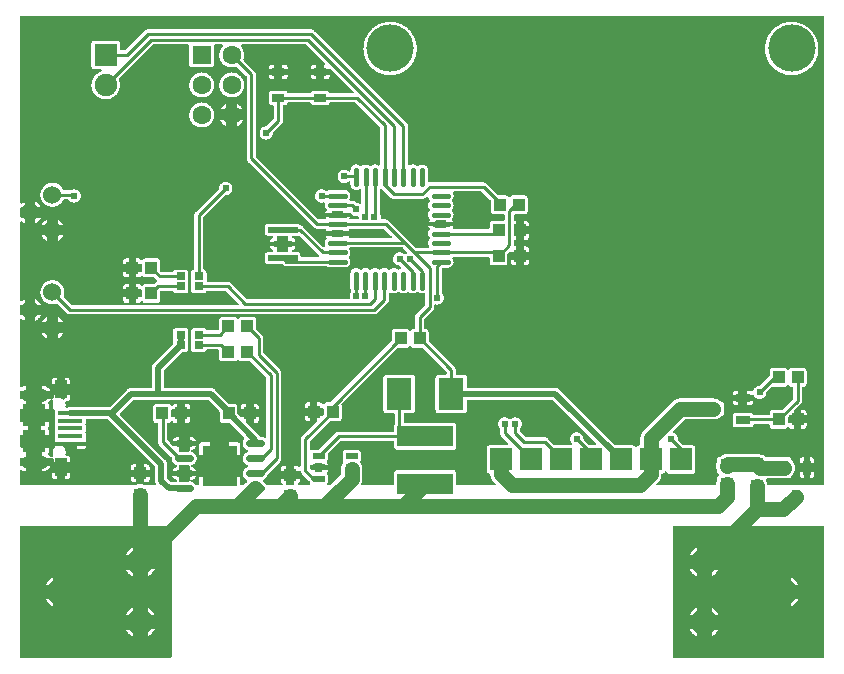
<source format=gtl>
G04 Layer: TopLayer*
G04 EasyEDA v6.3.41, 2020-05-05T11:48:15+01:00*
G04 2ec71008dff244c88071119ef016d080,e9fa969840cb4916a94017553220f78b,10*
G04 Gerber Generator version 0.2*
G04 Scale: 100 percent, Rotated: No, Reflected: No *
G04 Dimensions in millimeters *
G04 leading zeros omitted , absolute positions ,3 integer and 3 decimal *
%FSLAX33Y33*%
%MOMM*%
G90*
G71D02*

%ADD10C,0.254000*%
%ADD11C,0.508000*%
%ADD12C,1.270000*%
%ADD13C,0.599999*%
%ADD14C,0.450012*%
%ADD15C,0.609600*%
%ADD16R,0.799998X0.650011*%
%ADD17R,2.099996X0.399999*%
%ADD18R,0.999998X1.499997*%
%ADD19R,1.899996X1.899996*%
%ADD20R,2.999994X3.499866*%
%ADD21R,0.999998X0.550012*%
%ADD22R,0.999998X1.099998*%
%ADD23R,1.099998X0.999998*%
%ADD24R,2.499995X0.499999*%
%ADD25R,1.599997X0.499999*%
%ADD26R,4.699991X1.799996*%
%ADD27R,1.099998X0.699999*%
%ADD28R,2.159000X2.743200*%
%ADD29R,0.699999X1.250010*%
%ADD30R,1.250010X0.699999*%
%ADD31C,1.524000*%
%ADD32C,3.999992*%
%ADD33C,2.227580*%
%ADD34C,1.599997*%
%ADD35R,1.599997X1.599997*%
%ADD36C,1.899996*%
%ADD37C,1.099998*%

%LPD*%
G36*
G01X24436Y55369D02*
G01X19012Y55369D01*
G01X18998Y55368D01*
G01X18983Y55365D01*
G01X18970Y55360D01*
G01X18957Y55353D01*
G01X18945Y55344D01*
G01X18935Y55334D01*
G01X18927Y55322D01*
G01X18920Y55310D01*
G01X18915Y55296D01*
G01X18911Y55282D01*
G01X18910Y55267D01*
G01X18912Y55252D01*
G01X18915Y55237D01*
G01X18920Y55224D01*
G01X18928Y55210D01*
G01X18937Y55198D01*
G01X18970Y55162D01*
G01X19001Y55123D01*
G01X19030Y55083D01*
G01X19057Y55042D01*
G01X19082Y55000D01*
G01X19105Y54956D01*
G01X19126Y54912D01*
G01X19144Y54867D01*
G01X19161Y54821D01*
G01X19176Y54774D01*
G01X19189Y54726D01*
G01X19199Y54678D01*
G01X19207Y54629D01*
G01X19213Y54581D01*
G01X19216Y54532D01*
G01X19217Y54483D01*
G01X19216Y54436D01*
G01X19213Y54390D01*
G01X19208Y54343D01*
G01X19200Y54297D01*
G01X19191Y54251D01*
G01X19180Y54206D01*
G01X19167Y54161D01*
G01X19152Y54117D01*
G01X19147Y54100D01*
G01X19146Y54082D01*
G01X19147Y54066D01*
G01X19151Y54051D01*
G01X19157Y54036D01*
G01X19165Y54022D01*
G01X19175Y54010D01*
G01X20083Y53103D01*
G01X20103Y53080D01*
G01X20122Y53057D01*
G01X20139Y53032D01*
G01X20153Y53006D01*
G01X20166Y52978D01*
G01X20176Y52950D01*
G01X20184Y52921D01*
G01X20190Y52891D01*
G01X20194Y52861D01*
G01X20195Y52832D01*
G01X20195Y45921D01*
G01X20196Y45904D01*
G01X20200Y45889D01*
G01X20206Y45874D01*
G01X20214Y45861D01*
G01X20225Y45849D01*
G01X25493Y40581D01*
G01X25505Y40570D01*
G01X25519Y40562D01*
G01X25534Y40556D01*
G01X25549Y40552D01*
G01X25565Y40551D01*
G01X26036Y40551D01*
G01X26050Y40552D01*
G01X26064Y40555D01*
G01X26078Y40560D01*
G01X26091Y40567D01*
G01X26103Y40575D01*
G01X26113Y40586D01*
G01X26121Y40597D01*
G01X26128Y40610D01*
G01X26134Y40624D01*
G01X26137Y40638D01*
G01X26138Y40652D01*
G01X26137Y40666D01*
G01X26134Y40681D01*
G01X26128Y40694D01*
G01X26121Y40707D01*
G01X26105Y40734D01*
G01X26091Y40762D01*
G01X26079Y40791D01*
G01X26651Y40791D01*
G01X26651Y40750D01*
G01X26652Y40736D01*
G01X26655Y40722D01*
G01X26660Y40708D01*
G01X26667Y40695D01*
G01X26676Y40684D01*
G01X26686Y40674D01*
G01X26697Y40665D01*
G01X26710Y40658D01*
G01X26724Y40653D01*
G01X26738Y40650D01*
G01X26752Y40649D01*
G01X27501Y40649D01*
G01X27515Y40650D01*
G01X27530Y40653D01*
G01X27543Y40658D01*
G01X27556Y40665D01*
G01X27568Y40674D01*
G01X27578Y40684D01*
G01X27586Y40695D01*
G01X27594Y40708D01*
G01X27599Y40722D01*
G01X27602Y40736D01*
G01X27603Y40750D01*
G01X27603Y40791D01*
G01X28175Y40791D01*
G01X28163Y40762D01*
G01X28148Y40734D01*
G01X28132Y40707D01*
G01X28125Y40694D01*
G01X28120Y40681D01*
G01X28117Y40666D01*
G01X28116Y40652D01*
G01X28117Y40638D01*
G01X28120Y40624D01*
G01X28125Y40610D01*
G01X28132Y40597D01*
G01X28141Y40586D01*
G01X28151Y40575D01*
G01X28163Y40567D01*
G01X28175Y40560D01*
G01X28189Y40555D01*
G01X28203Y40552D01*
G01X28217Y40551D01*
G01X28811Y40551D01*
G01X28825Y40552D01*
G01X28839Y40555D01*
G01X28853Y40560D01*
G01X28866Y40567D01*
G01X28877Y40575D01*
G01X28887Y40586D01*
G01X28896Y40597D01*
G01X28903Y40610D01*
G01X28908Y40624D01*
G01X28911Y40638D01*
G01X28912Y40652D01*
G01X28911Y40669D01*
G01X28905Y40709D01*
G01X28903Y40749D01*
G01X28901Y40765D01*
G01X28897Y40780D01*
G01X28890Y40794D01*
G01X28882Y40807D01*
G01X28872Y40819D01*
G01X28859Y40829D01*
G01X28846Y40837D01*
G01X28832Y40843D01*
G01X28816Y40846D01*
G01X28801Y40848D01*
G01X28786Y40846D01*
G01X28744Y40842D01*
G01X28702Y40840D01*
G01X28665Y40841D01*
G01X28629Y40845D01*
G01X28593Y40851D01*
G01X28558Y40859D01*
G01X28523Y40869D01*
G01X28489Y40882D01*
G01X28456Y40897D01*
G01X28424Y40914D01*
G01X28393Y40933D01*
G01X28351Y40961D01*
G01X28342Y40971D01*
G01X28316Y40993D01*
G01X28293Y41017D01*
G01X28270Y41042D01*
G01X28249Y41069D01*
G01X28230Y41097D01*
G01X28221Y41108D01*
G01X28211Y41119D01*
G01X28200Y41127D01*
G01X28187Y41134D01*
G01X28173Y41139D01*
G01X28159Y41142D01*
G01X28145Y41143D01*
G01X27603Y41143D01*
G01X27603Y41184D01*
G01X27602Y41199D01*
G01X27599Y41213D01*
G01X27594Y41226D01*
G01X27586Y41239D01*
G01X27578Y41251D01*
G01X27568Y41261D01*
G01X27556Y41269D01*
G01X27543Y41277D01*
G01X27530Y41282D01*
G01X27515Y41285D01*
G01X27501Y41286D01*
G01X26752Y41286D01*
G01X26738Y41285D01*
G01X26724Y41282D01*
G01X26710Y41277D01*
G01X26697Y41269D01*
G01X26686Y41261D01*
G01X26676Y41251D01*
G01X26667Y41239D01*
G01X26660Y41226D01*
G01X26655Y41213D01*
G01X26652Y41199D01*
G01X26651Y41184D01*
G01X26651Y41143D01*
G01X26079Y41143D01*
G01X26093Y41177D01*
G01X26111Y41209D01*
G01X26130Y41240D01*
G01X26152Y41270D01*
G01X26176Y41297D01*
G01X26186Y41310D01*
G01X26194Y41323D01*
G01X26200Y41337D01*
G01X26203Y41352D01*
G01X26204Y41367D01*
G01X26203Y41383D01*
G01X26200Y41397D01*
G01X26194Y41412D01*
G01X26186Y41425D01*
G01X26176Y41437D01*
G01X26154Y41462D01*
G01X26135Y41488D01*
G01X26116Y41516D01*
G01X26100Y41544D01*
G01X26085Y41574D01*
G01X26073Y41605D01*
G01X26063Y41637D01*
G01X26055Y41669D01*
G01X26050Y41701D01*
G01X26046Y41734D01*
G01X26045Y41767D01*
G01X26047Y41806D01*
G01X26051Y41844D01*
G01X26059Y41882D01*
G01X26062Y41906D01*
G01X26061Y41921D01*
G01X26058Y41935D01*
G01X26053Y41949D01*
G01X26046Y41961D01*
G01X26037Y41973D01*
G01X26027Y41983D01*
G01X26015Y41992D01*
G01X26002Y41999D01*
G01X25989Y42004D01*
G01X25975Y42007D01*
G01X25960Y42008D01*
G01X25933Y42004D01*
G01X25895Y41995D01*
G01X25857Y41988D01*
G01X25819Y41985D01*
G01X25781Y41983D01*
G01X25746Y41984D01*
G01X25713Y41987D01*
G01X25679Y41992D01*
G01X25646Y41999D01*
G01X25613Y42009D01*
G01X25581Y42020D01*
G01X25550Y42032D01*
G01X25519Y42048D01*
G01X25490Y42064D01*
G01X25461Y42083D01*
G01X25435Y42103D01*
G01X25408Y42124D01*
G01X25360Y42172D01*
G01X25339Y42199D01*
G01X25319Y42225D01*
G01X25300Y42254D01*
G01X25284Y42283D01*
G01X25268Y42314D01*
G01X25256Y42345D01*
G01X25245Y42377D01*
G01X25235Y42410D01*
G01X25228Y42443D01*
G01X25223Y42477D01*
G01X25220Y42510D01*
G01X25219Y42545D01*
G01X25220Y42579D01*
G01X25223Y42612D01*
G01X25228Y42646D01*
G01X25235Y42679D01*
G01X25245Y42712D01*
G01X25256Y42744D01*
G01X25268Y42775D01*
G01X25284Y42806D01*
G01X25300Y42835D01*
G01X25319Y42864D01*
G01X25339Y42890D01*
G01X25360Y42917D01*
G01X25408Y42965D01*
G01X25435Y42986D01*
G01X25461Y43006D01*
G01X25490Y43025D01*
G01X25519Y43041D01*
G01X25550Y43057D01*
G01X25581Y43069D01*
G01X25613Y43080D01*
G01X25646Y43090D01*
G01X25679Y43097D01*
G01X25713Y43102D01*
G01X25746Y43105D01*
G01X25781Y43106D01*
G01X25816Y43105D01*
G01X25851Y43101D01*
G01X25886Y43096D01*
G01X25921Y43088D01*
G01X25955Y43078D01*
G01X25988Y43066D01*
G01X26021Y43052D01*
G01X26052Y43036D01*
G01X26083Y43017D01*
G01X26112Y42998D01*
G01X26140Y42976D01*
G01X26154Y42966D01*
G01X26170Y42958D01*
G01X26187Y42953D01*
G01X26205Y42952D01*
G01X26220Y42953D01*
G01X26234Y42956D01*
G01X26248Y42962D01*
G01X26261Y42969D01*
G01X26291Y42987D01*
G01X26323Y43003D01*
G01X26355Y43017D01*
G01X26388Y43029D01*
G01X26422Y43037D01*
G01X26457Y43044D01*
G01X26492Y43047D01*
G01X26527Y43049D01*
G01X27727Y43049D01*
G01X27758Y43048D01*
G01X27790Y43045D01*
G01X27821Y43040D01*
G01X27851Y43033D01*
G01X27882Y43024D01*
G01X27911Y43012D01*
G01X27940Y42999D01*
G01X27967Y42984D01*
G01X27994Y42968D01*
G01X28020Y42949D01*
G01X28044Y42930D01*
G01X28067Y42908D01*
G01X28089Y42885D01*
G01X28109Y42860D01*
G01X28127Y42835D01*
G01X28144Y42808D01*
G01X28172Y42752D01*
G01X28183Y42722D01*
G01X28192Y42692D01*
G01X28199Y42661D01*
G01X28204Y42630D01*
G01X28207Y42599D01*
G01X28208Y42567D01*
G01X28207Y42533D01*
G01X28203Y42499D01*
G01X28197Y42465D01*
G01X28189Y42432D01*
G01X28178Y42399D01*
G01X28165Y42368D01*
G01X28149Y42337D01*
G01X28132Y42307D01*
G01X28125Y42295D01*
G01X28120Y42281D01*
G01X28117Y42267D01*
G01X28116Y42252D01*
G01X28117Y42238D01*
G01X28120Y42224D01*
G01X28125Y42210D01*
G01X28132Y42198D01*
G01X28141Y42186D01*
G01X28151Y42176D01*
G01X28163Y42167D01*
G01X28175Y42160D01*
G01X28189Y42155D01*
G01X28203Y42152D01*
G01X28217Y42151D01*
G01X28336Y42151D01*
G01X28366Y42150D01*
G01X28396Y42146D01*
G01X28425Y42140D01*
G01X28454Y42132D01*
G01X28483Y42122D01*
G01X28510Y42109D01*
G01X28536Y42094D01*
G01X28561Y42078D01*
G01X28585Y42059D01*
G01X28607Y42039D01*
G01X28653Y41992D01*
G01X28665Y41982D01*
G01X28678Y41974D01*
G01X28692Y41968D01*
G01X28707Y41964D01*
G01X28721Y41962D01*
G01X28758Y41960D01*
G01X28795Y41955D01*
G01X28831Y41948D01*
G01X28867Y41938D01*
G01X28901Y41926D01*
G01X28935Y41912D01*
G01X28968Y41895D01*
G01X28983Y41889D01*
G01X29000Y41885D01*
G01X29016Y41883D01*
G01X29031Y41884D01*
G01X29045Y41887D01*
G01X29059Y41892D01*
G01X29071Y41899D01*
G01X29083Y41908D01*
G01X29093Y41918D01*
G01X29102Y41930D01*
G01X29109Y41943D01*
G01X29114Y41956D01*
G01X29117Y41970D01*
G01X29118Y41985D01*
G01X29118Y43041D01*
G01X29117Y43056D01*
G01X29114Y43070D01*
G01X29109Y43083D01*
G01X29102Y43096D01*
G01X29093Y43108D01*
G01X29083Y43118D01*
G01X29071Y43127D01*
G01X29059Y43134D01*
G01X29045Y43139D01*
G01X29031Y43142D01*
G01X29016Y43143D01*
G01X29002Y43142D01*
G01X28988Y43139D01*
G01X28974Y43134D01*
G01X28962Y43127D01*
G01X28932Y43109D01*
G01X28901Y43094D01*
G01X28870Y43081D01*
G01X28837Y43070D01*
G01X28804Y43062D01*
G01X28770Y43056D01*
G01X28736Y43051D01*
G01X28702Y43050D01*
G01X28670Y43051D01*
G01X28639Y43055D01*
G01X28608Y43060D01*
G01X28577Y43067D01*
G01X28547Y43076D01*
G01X28517Y43087D01*
G01X28489Y43100D01*
G01X28461Y43115D01*
G01X28434Y43132D01*
G01X28408Y43150D01*
G01X28384Y43170D01*
G01X28361Y43192D01*
G01X28339Y43215D01*
G01X28319Y43239D01*
G01X28301Y43264D01*
G01X28284Y43291D01*
G01X28270Y43319D01*
G01X28256Y43348D01*
G01X28245Y43377D01*
G01X28236Y43408D01*
G01X28229Y43438D01*
G01X28224Y43469D01*
G01X28221Y43501D01*
G01X28220Y43532D01*
G01X28220Y43694D01*
G01X28219Y43708D01*
G01X28216Y43722D01*
G01X28211Y43736D01*
G01X28204Y43748D01*
G01X28195Y43760D01*
G01X28185Y43770D01*
G01X28173Y43779D01*
G01X28160Y43786D01*
G01X28147Y43791D01*
G01X28133Y43794D01*
G01X28118Y43795D01*
G01X28104Y43794D01*
G01X28090Y43791D01*
G01X28076Y43786D01*
G01X28063Y43779D01*
G01X28052Y43770D01*
G01X28024Y43747D01*
G01X27994Y43727D01*
G01X27963Y43708D01*
G01X27931Y43691D01*
G01X27898Y43676D01*
G01X27864Y43663D01*
G01X27829Y43653D01*
G01X27794Y43645D01*
G01X27758Y43639D01*
G01X27722Y43635D01*
G01X27686Y43634D01*
G01X27651Y43635D01*
G01X27618Y43638D01*
G01X27584Y43643D01*
G01X27551Y43650D01*
G01X27518Y43660D01*
G01X27486Y43671D01*
G01X27455Y43683D01*
G01X27424Y43699D01*
G01X27395Y43715D01*
G01X27366Y43734D01*
G01X27340Y43754D01*
G01X27313Y43775D01*
G01X27265Y43823D01*
G01X27244Y43850D01*
G01X27224Y43876D01*
G01X27205Y43905D01*
G01X27189Y43934D01*
G01X27173Y43965D01*
G01X27161Y43996D01*
G01X27150Y44028D01*
G01X27140Y44061D01*
G01X27133Y44094D01*
G01X27128Y44128D01*
G01X27125Y44161D01*
G01X27124Y44196D01*
G01X27125Y44230D01*
G01X27128Y44263D01*
G01X27133Y44297D01*
G01X27140Y44330D01*
G01X27150Y44363D01*
G01X27161Y44395D01*
G01X27173Y44426D01*
G01X27189Y44457D01*
G01X27205Y44486D01*
G01X27224Y44515D01*
G01X27244Y44541D01*
G01X27265Y44568D01*
G01X27313Y44616D01*
G01X27340Y44637D01*
G01X27366Y44657D01*
G01X27395Y44676D01*
G01X27424Y44692D01*
G01X27455Y44708D01*
G01X27486Y44720D01*
G01X27518Y44731D01*
G01X27551Y44741D01*
G01X27584Y44748D01*
G01X27618Y44753D01*
G01X27651Y44756D01*
G01X27686Y44757D01*
G01X27722Y44756D01*
G01X27758Y44752D01*
G01X27794Y44746D01*
G01X27829Y44738D01*
G01X27864Y44728D01*
G01X27898Y44715D01*
G01X27931Y44700D01*
G01X27963Y44683D01*
G01X27994Y44664D01*
G01X28024Y44644D01*
G01X28052Y44621D01*
G01X28063Y44612D01*
G01X28076Y44605D01*
G01X28090Y44600D01*
G01X28104Y44597D01*
G01X28118Y44596D01*
G01X28133Y44597D01*
G01X28147Y44600D01*
G01X28160Y44605D01*
G01X28173Y44612D01*
G01X28185Y44621D01*
G01X28195Y44631D01*
G01X28204Y44643D01*
G01X28211Y44655D01*
G01X28216Y44669D01*
G01X28219Y44683D01*
G01X28220Y44697D01*
G01X28220Y44732D01*
G01X28221Y44763D01*
G01X28224Y44795D01*
G01X28229Y44826D01*
G01X28236Y44856D01*
G01X28245Y44887D01*
G01X28256Y44916D01*
G01X28270Y44945D01*
G01X28284Y44973D01*
G01X28301Y45000D01*
G01X28319Y45025D01*
G01X28339Y45049D01*
G01X28361Y45072D01*
G01X28384Y45094D01*
G01X28408Y45114D01*
G01X28434Y45132D01*
G01X28461Y45149D01*
G01X28489Y45164D01*
G01X28517Y45177D01*
G01X28547Y45188D01*
G01X28577Y45197D01*
G01X28608Y45204D01*
G01X28639Y45209D01*
G01X28670Y45213D01*
G01X28702Y45214D01*
G01X28735Y45213D01*
G01X28768Y45209D01*
G01X28800Y45203D01*
G01X28832Y45195D01*
G01X28864Y45186D01*
G01X28895Y45173D01*
G01X28925Y45159D01*
G01X28953Y45142D01*
G01X28981Y45124D01*
G01X29007Y45104D01*
G01X29032Y45082D01*
G01X29044Y45073D01*
G01X29057Y45065D01*
G01X29071Y45059D01*
G01X29086Y45056D01*
G01X29102Y45055D01*
G01X29117Y45056D01*
G01X29132Y45059D01*
G01X29146Y45065D01*
G01X29159Y45073D01*
G01X29171Y45082D01*
G01X29196Y45104D01*
G01X29222Y45124D01*
G01X29250Y45142D01*
G01X29279Y45159D01*
G01X29309Y45173D01*
G01X29340Y45186D01*
G01X29371Y45195D01*
G01X29403Y45203D01*
G01X29436Y45209D01*
G01X29469Y45213D01*
G01X29502Y45214D01*
G01X29535Y45213D01*
G01X29568Y45209D01*
G01X29600Y45203D01*
G01X29632Y45195D01*
G01X29664Y45186D01*
G01X29695Y45173D01*
G01X29725Y45159D01*
G01X29753Y45142D01*
G01X29781Y45124D01*
G01X29807Y45104D01*
G01X29832Y45082D01*
G01X29844Y45073D01*
G01X29857Y45065D01*
G01X29871Y45059D01*
G01X29886Y45056D01*
G01X29902Y45055D01*
G01X29917Y45056D01*
G01X29932Y45059D01*
G01X29946Y45065D01*
G01X29959Y45073D01*
G01X29972Y45082D01*
G01X29996Y45104D01*
G01X30022Y45124D01*
G01X30050Y45142D01*
G01X30079Y45159D01*
G01X30109Y45173D01*
G01X30140Y45186D01*
G01X30171Y45195D01*
G01X30203Y45203D01*
G01X30236Y45209D01*
G01X30269Y45213D01*
G01X30302Y45214D01*
G01X30336Y45213D01*
G01X30370Y45208D01*
G01X30404Y45202D01*
G01X30437Y45194D01*
G01X30470Y45183D01*
G01X30501Y45170D01*
G01X30532Y45155D01*
G01X30562Y45137D01*
G01X30574Y45130D01*
G01X30588Y45125D01*
G01X30602Y45122D01*
G01X30617Y45121D01*
G01X30631Y45122D01*
G01X30645Y45125D01*
G01X30659Y45130D01*
G01X30672Y45137D01*
G01X30683Y45146D01*
G01X30693Y45156D01*
G01X30702Y45168D01*
G01X30709Y45181D01*
G01X30714Y45194D01*
G01X30717Y45208D01*
G01X30718Y45223D01*
G01X30718Y48325D01*
G01X30717Y48341D01*
G01X30713Y48357D01*
G01X30707Y48371D01*
G01X30699Y48385D01*
G01X30688Y48397D01*
G01X28656Y50429D01*
G01X28644Y50440D01*
G01X28630Y50448D01*
G01X28616Y50454D01*
G01X28600Y50458D01*
G01X28584Y50459D01*
G01X26532Y50459D01*
G01X26517Y50458D01*
G01X26502Y50455D01*
G01X26489Y50449D01*
G01X26475Y50442D01*
G01X26464Y50433D01*
G01X26454Y50422D01*
G01X26445Y50409D01*
G01X26438Y50396D01*
G01X26428Y50375D01*
G01X26417Y50354D01*
G01X26403Y50335D01*
G01X26388Y50317D01*
G01X26371Y50301D01*
G01X26353Y50286D01*
G01X26334Y50273D01*
G01X26313Y50262D01*
G01X26292Y50253D01*
G01X26270Y50245D01*
G01X26247Y50240D01*
G01X26224Y50237D01*
G01X26201Y50236D01*
G01X25100Y50236D01*
G01X25077Y50237D01*
G01X25054Y50240D01*
G01X25031Y50245D01*
G01X25009Y50253D01*
G01X24988Y50262D01*
G01X24967Y50273D01*
G01X24948Y50286D01*
G01X24930Y50301D01*
G01X24913Y50317D01*
G01X24898Y50335D01*
G01X24884Y50354D01*
G01X24873Y50374D01*
G01X24863Y50396D01*
G01X24856Y50409D01*
G01X24848Y50422D01*
G01X24837Y50432D01*
G01X24825Y50441D01*
G01X24812Y50449D01*
G01X24799Y50455D01*
G01X24784Y50458D01*
G01X24769Y50459D01*
G01X22982Y50459D01*
G01X22967Y50458D01*
G01X22952Y50455D01*
G01X22938Y50449D01*
G01X22926Y50441D01*
G01X22913Y50432D01*
G01X22903Y50422D01*
G01X22895Y50409D01*
G01X22888Y50396D01*
G01X22878Y50374D01*
G01X22867Y50354D01*
G01X22853Y50335D01*
G01X22838Y50317D01*
G01X22821Y50301D01*
G01X22803Y50286D01*
G01X22784Y50273D01*
G01X22763Y50262D01*
G01X22742Y50253D01*
G01X22720Y50245D01*
G01X22697Y50240D01*
G01X22674Y50237D01*
G01X22650Y50236D01*
G01X22586Y50236D01*
G01X22571Y50235D01*
G01X22557Y50232D01*
G01X22544Y50227D01*
G01X22531Y50220D01*
G01X22519Y50211D01*
G01X22509Y50201D01*
G01X22500Y50189D01*
G01X22493Y50177D01*
G01X22488Y50163D01*
G01X22485Y50149D01*
G01X22484Y50135D01*
G01X22484Y48898D01*
G01X22483Y48868D01*
G01X22480Y48838D01*
G01X22473Y48808D01*
G01X22465Y48779D01*
G01X22455Y48751D01*
G01X22442Y48723D01*
G01X22428Y48697D01*
G01X22411Y48672D01*
G01X22392Y48649D01*
G01X22372Y48626D01*
G01X21672Y47927D01*
G01X21662Y47915D01*
G01X21654Y47902D01*
G01X21648Y47888D01*
G01X21644Y47873D01*
G01X21642Y47859D01*
G01X21640Y47824D01*
G01X21636Y47790D01*
G01X21629Y47756D01*
G01X21621Y47723D01*
G01X21610Y47690D01*
G01X21598Y47658D01*
G01X21583Y47627D01*
G01X21567Y47596D01*
G01X21548Y47567D01*
G01X21529Y47539D01*
G01X21507Y47512D01*
G01X21483Y47487D01*
G01X21459Y47463D01*
G01X21433Y47441D01*
G01X21405Y47420D01*
G01X21376Y47401D01*
G01X21346Y47384D01*
G01X21316Y47368D01*
G01X21284Y47355D01*
G01X21251Y47344D01*
G01X21218Y47334D01*
G01X21184Y47327D01*
G01X21150Y47321D01*
G01X21116Y47318D01*
G01X21082Y47317D01*
G01X21047Y47318D01*
G01X21014Y47321D01*
G01X20980Y47326D01*
G01X20947Y47333D01*
G01X20914Y47343D01*
G01X20882Y47354D01*
G01X20851Y47366D01*
G01X20820Y47382D01*
G01X20791Y47398D01*
G01X20762Y47417D01*
G01X20736Y47437D01*
G01X20709Y47458D01*
G01X20661Y47506D01*
G01X20640Y47533D01*
G01X20620Y47559D01*
G01X20601Y47588D01*
G01X20585Y47617D01*
G01X20569Y47648D01*
G01X20557Y47679D01*
G01X20546Y47711D01*
G01X20536Y47744D01*
G01X20529Y47777D01*
G01X20524Y47811D01*
G01X20521Y47844D01*
G01X20520Y47879D01*
G01X20521Y47913D01*
G01X20524Y47947D01*
G01X20530Y47981D01*
G01X20537Y48015D01*
G01X20547Y48048D01*
G01X20558Y48081D01*
G01X20571Y48113D01*
G01X20587Y48143D01*
G01X20604Y48173D01*
G01X20623Y48202D01*
G01X20644Y48230D01*
G01X20666Y48256D01*
G01X20690Y48280D01*
G01X20715Y48304D01*
G01X20742Y48326D01*
G01X20770Y48345D01*
G01X20799Y48364D01*
G01X20830Y48380D01*
G01X20861Y48395D01*
G01X20893Y48407D01*
G01X20926Y48418D01*
G01X20959Y48426D01*
G01X20993Y48433D01*
G01X21027Y48437D01*
G01X21062Y48439D01*
G01X21076Y48441D01*
G01X21091Y48445D01*
G01X21105Y48451D01*
G01X21118Y48459D01*
G01X21130Y48469D01*
G01X21688Y49027D01*
G01X21698Y49039D01*
G01X21706Y49052D01*
G01X21712Y49067D01*
G01X21716Y49082D01*
G01X21717Y49099D01*
G01X21717Y50135D01*
G01X21716Y50149D01*
G01X21713Y50163D01*
G01X21708Y50177D01*
G01X21701Y50189D01*
G01X21692Y50201D01*
G01X21682Y50211D01*
G01X21670Y50220D01*
G01X21658Y50227D01*
G01X21644Y50232D01*
G01X21630Y50235D01*
G01X21615Y50236D01*
G01X21550Y50236D01*
G01X21527Y50237D01*
G01X21503Y50240D01*
G01X21480Y50246D01*
G01X21458Y50253D01*
G01X21436Y50263D01*
G01X21415Y50274D01*
G01X21396Y50288D01*
G01X21378Y50303D01*
G01X21361Y50320D01*
G01X21346Y50338D01*
G01X21332Y50358D01*
G01X21321Y50378D01*
G01X21311Y50400D01*
G01X21303Y50423D01*
G01X21298Y50445D01*
G01X21295Y50469D01*
G01X21294Y50493D01*
G01X21294Y51193D01*
G01X21295Y51216D01*
G01X21298Y51240D01*
G01X21303Y51263D01*
G01X21311Y51285D01*
G01X21321Y51307D01*
G01X21332Y51328D01*
G01X21346Y51347D01*
G01X21361Y51365D01*
G01X21378Y51382D01*
G01X21396Y51397D01*
G01X21415Y51411D01*
G01X21436Y51422D01*
G01X21458Y51432D01*
G01X21480Y51439D01*
G01X21503Y51445D01*
G01X21527Y51448D01*
G01X21550Y51449D01*
G01X22650Y51449D01*
G01X22674Y51448D01*
G01X22697Y51445D01*
G01X22720Y51440D01*
G01X22742Y51432D01*
G01X22763Y51423D01*
G01X22784Y51412D01*
G01X22803Y51399D01*
G01X22821Y51384D01*
G01X22838Y51367D01*
G01X22853Y51350D01*
G01X22867Y51331D01*
G01X22878Y51311D01*
G01X22888Y51289D01*
G01X22895Y51276D01*
G01X22903Y51263D01*
G01X22914Y51253D01*
G01X22926Y51243D01*
G01X22939Y51236D01*
G01X22952Y51230D01*
G01X22967Y51227D01*
G01X22982Y51226D01*
G01X24769Y51226D01*
G01X24784Y51227D01*
G01X24799Y51230D01*
G01X24812Y51236D01*
G01X24825Y51243D01*
G01X24837Y51253D01*
G01X24847Y51263D01*
G01X24856Y51276D01*
G01X24863Y51289D01*
G01X24873Y51311D01*
G01X24884Y51331D01*
G01X24898Y51350D01*
G01X24913Y51367D01*
G01X24930Y51384D01*
G01X24948Y51399D01*
G01X24967Y51412D01*
G01X24988Y51423D01*
G01X25009Y51432D01*
G01X25031Y51440D01*
G01X25054Y51445D01*
G01X25077Y51448D01*
G01X25100Y51449D01*
G01X26201Y51449D01*
G01X26224Y51448D01*
G01X26247Y51445D01*
G01X26270Y51440D01*
G01X26292Y51432D01*
G01X26313Y51423D01*
G01X26334Y51412D01*
G01X26353Y51399D01*
G01X26371Y51384D01*
G01X26388Y51368D01*
G01X26403Y51350D01*
G01X26417Y51331D01*
G01X26428Y51311D01*
G01X26438Y51289D01*
G01X26444Y51276D01*
G01X26453Y51264D01*
G01X26464Y51253D01*
G01X26475Y51243D01*
G01X26489Y51236D01*
G01X26502Y51231D01*
G01X26517Y51227D01*
G01X26532Y51226D01*
G01X28376Y51226D01*
G01X28391Y51227D01*
G01X28405Y51230D01*
G01X28419Y51235D01*
G01X28431Y51242D01*
G01X28442Y51251D01*
G01X28453Y51261D01*
G01X28462Y51273D01*
G01X28468Y51286D01*
G01X28473Y51299D01*
G01X28476Y51314D01*
G01X28477Y51328D01*
G01X28476Y51344D01*
G01X28473Y51359D01*
G01X28467Y51374D01*
G01X28458Y51388D01*
G01X28448Y51399D01*
G01X26596Y53251D01*
G01X26584Y53262D01*
G01X26570Y53270D01*
G01X26556Y53276D01*
G01X26540Y53280D01*
G01X26525Y53281D01*
G01X25989Y53281D01*
G01X25989Y53655D01*
G01X26003Y53662D01*
G01X26016Y53671D01*
G01X26027Y53681D01*
G01X26037Y53693D01*
G01X26045Y53706D01*
G01X26050Y53721D01*
G01X26054Y53735D01*
G01X26055Y53750D01*
G01X26054Y53767D01*
G01X26050Y53782D01*
G01X26044Y53797D01*
G01X26036Y53810D01*
G01X26025Y53823D01*
G01X24508Y55339D01*
G01X24496Y55350D01*
G01X24483Y55358D01*
G01X24468Y55364D01*
G01X24453Y55368D01*
G01X24436Y55369D01*
G37*

%LPC*%
G36*
G01X22907Y52804D02*
G01X22439Y52804D01*
G01X22439Y52436D01*
G01X22650Y52436D01*
G01X22674Y52437D01*
G01X22697Y52440D01*
G01X22721Y52446D01*
G01X22743Y52454D01*
G01X22765Y52463D01*
G01X22785Y52474D01*
G01X22805Y52488D01*
G01X22823Y52503D01*
G01X22840Y52520D01*
G01X22855Y52538D01*
G01X22869Y52558D01*
G01X22880Y52578D01*
G01X22889Y52600D01*
G01X22897Y52622D01*
G01X22903Y52646D01*
G01X22906Y52669D01*
G01X22907Y52692D01*
G01X22907Y52804D01*
G37*
G36*
G01X21762Y52804D02*
G01X21294Y52804D01*
G01X21294Y52692D01*
G01X21295Y52669D01*
G01X21298Y52646D01*
G01X21303Y52622D01*
G01X21311Y52600D01*
G01X21321Y52578D01*
G01X21332Y52558D01*
G01X21346Y52538D01*
G01X21361Y52520D01*
G01X21378Y52503D01*
G01X21396Y52488D01*
G01X21415Y52474D01*
G01X21436Y52463D01*
G01X21458Y52454D01*
G01X21480Y52446D01*
G01X21503Y52440D01*
G01X21527Y52437D01*
G01X21550Y52436D01*
G01X21762Y52436D01*
G01X21762Y52804D01*
G37*
G36*
G01X22650Y53649D02*
G01X22439Y53649D01*
G01X22439Y53281D01*
G01X22907Y53281D01*
G01X22907Y53392D01*
G01X22906Y53416D01*
G01X22903Y53440D01*
G01X22897Y53463D01*
G01X22889Y53485D01*
G01X22880Y53507D01*
G01X22869Y53527D01*
G01X22855Y53547D01*
G01X22840Y53566D01*
G01X22823Y53582D01*
G01X22805Y53597D01*
G01X22785Y53611D01*
G01X22765Y53622D01*
G01X22743Y53632D01*
G01X22721Y53639D01*
G01X22697Y53645D01*
G01X22674Y53648D01*
G01X22650Y53649D01*
G37*
G36*
G01X25312Y52804D02*
G01X24844Y52804D01*
G01X24844Y52692D01*
G01X24845Y52669D01*
G01X24848Y52646D01*
G01X24854Y52622D01*
G01X24861Y52600D01*
G01X24871Y52578D01*
G01X24882Y52558D01*
G01X24896Y52538D01*
G01X24911Y52520D01*
G01X24928Y52503D01*
G01X24946Y52488D01*
G01X24965Y52474D01*
G01X24986Y52463D01*
G01X25008Y52454D01*
G01X25030Y52446D01*
G01X25054Y52440D01*
G01X25077Y52437D01*
G01X25100Y52436D01*
G01X25312Y52436D01*
G01X25312Y52804D01*
G37*
G36*
G01X25312Y53649D02*
G01X25100Y53649D01*
G01X25077Y53648D01*
G01X25054Y53645D01*
G01X25030Y53639D01*
G01X25008Y53632D01*
G01X24986Y53622D01*
G01X24965Y53611D01*
G01X24946Y53597D01*
G01X24928Y53582D01*
G01X24911Y53566D01*
G01X24896Y53547D01*
G01X24882Y53527D01*
G01X24871Y53507D01*
G01X24861Y53485D01*
G01X24854Y53463D01*
G01X24848Y53440D01*
G01X24845Y53416D01*
G01X24844Y53392D01*
G01X24844Y53281D01*
G01X25312Y53281D01*
G01X25312Y53649D01*
G37*
G36*
G01X21762Y53649D02*
G01X21550Y53649D01*
G01X21527Y53648D01*
G01X21503Y53645D01*
G01X21480Y53639D01*
G01X21458Y53632D01*
G01X21436Y53622D01*
G01X21415Y53611D01*
G01X21396Y53597D01*
G01X21378Y53582D01*
G01X21361Y53566D01*
G01X21346Y53547D01*
G01X21332Y53527D01*
G01X21321Y53507D01*
G01X21311Y53485D01*
G01X21303Y53463D01*
G01X21298Y53440D01*
G01X21295Y53416D01*
G01X21294Y53392D01*
G01X21294Y53281D01*
G01X21762Y53281D01*
G01X21762Y53649D01*
G37*
G36*
G01X26457Y52804D02*
G01X25989Y52804D01*
G01X25989Y52436D01*
G01X26201Y52436D01*
G01X26224Y52437D01*
G01X26247Y52440D01*
G01X26271Y52446D01*
G01X26293Y52454D01*
G01X26315Y52463D01*
G01X26336Y52474D01*
G01X26355Y52488D01*
G01X26373Y52503D01*
G01X26390Y52520D01*
G01X26405Y52538D01*
G01X26419Y52558D01*
G01X26430Y52578D01*
G01X26440Y52600D01*
G01X26447Y52622D01*
G01X26453Y52646D01*
G01X26456Y52669D01*
G01X26457Y52692D01*
G01X26457Y52804D01*
G37*

%LPD*%
G36*
G01X30801Y43142D02*
G01X30787Y43143D01*
G01X30772Y43142D01*
G01X30758Y43139D01*
G01X30745Y43134D01*
G01X30732Y43127D01*
G01X30720Y43118D01*
G01X30710Y43108D01*
G01X30701Y43096D01*
G01X30694Y43083D01*
G01X30689Y43070D01*
G01X30686Y43056D01*
G01X30685Y43041D01*
G01X30685Y41119D01*
G01X30687Y41100D01*
G01X30692Y41082D01*
G01X30701Y41065D01*
G01X30718Y41035D01*
G01X30734Y41004D01*
G01X30748Y40972D01*
G01X30760Y40939D01*
G01X30770Y40905D01*
G01X30777Y40871D01*
G01X30782Y40836D01*
G01X30786Y40802D01*
G01X30787Y40767D01*
G01X30785Y40718D01*
G01X30778Y40669D01*
G01X30777Y40652D01*
G01X30778Y40638D01*
G01X30781Y40624D01*
G01X30786Y40610D01*
G01X30793Y40597D01*
G01X30802Y40586D01*
G01X30812Y40575D01*
G01X30823Y40567D01*
G01X30836Y40560D01*
G01X30850Y40555D01*
G01X30864Y40552D01*
G01X30878Y40551D01*
G01X31206Y40551D01*
G01X31236Y40550D01*
G01X31266Y40546D01*
G01X31295Y40540D01*
G01X31324Y40532D01*
G01X31353Y40522D01*
G01X31380Y40509D01*
G01X31406Y40494D01*
G01X31431Y40477D01*
G01X31455Y40459D01*
G01X31477Y40438D01*
G01X33743Y38173D01*
G01X33755Y38162D01*
G01X33769Y38154D01*
G01X33784Y38148D01*
G01X33799Y38144D01*
G01X33815Y38143D01*
G01X34774Y38143D01*
G01X34788Y38144D01*
G01X34802Y38147D01*
G01X34816Y38152D01*
G01X34828Y38159D01*
G01X34840Y38168D01*
G01X34850Y38178D01*
G01X34859Y38189D01*
G01X34866Y38202D01*
G01X34871Y38216D01*
G01X34874Y38230D01*
G01X34875Y38244D01*
G01X34874Y38259D01*
G01X34871Y38273D01*
G01X34866Y38286D01*
G01X34859Y38299D01*
G01X34842Y38329D01*
G01X34826Y38360D01*
G01X34813Y38391D01*
G01X34802Y38424D01*
G01X34794Y38457D01*
G01X34788Y38491D01*
G01X34784Y38525D01*
G01X34783Y38559D01*
G01X34784Y38592D01*
G01X34787Y38625D01*
G01X34793Y38658D01*
G01X34801Y38690D01*
G01X34811Y38721D01*
G01X34823Y38752D01*
G01X34838Y38782D01*
G01X34854Y38811D01*
G01X34872Y38839D01*
G01X34892Y38865D01*
G01X34914Y38889D01*
G01X34923Y38902D01*
G01X34931Y38915D01*
G01X34937Y38929D01*
G01X34940Y38944D01*
G01X34942Y38960D01*
G01X34940Y38975D01*
G01X34937Y38990D01*
G01X34931Y39004D01*
G01X34923Y39017D01*
G01X34914Y39029D01*
G01X34892Y39054D01*
G01X34872Y39080D01*
G01X34854Y39108D01*
G01X34838Y39136D01*
G01X34823Y39166D01*
G01X34811Y39197D01*
G01X34801Y39229D01*
G01X34793Y39261D01*
G01X34787Y39293D01*
G01X34784Y39326D01*
G01X34783Y39359D01*
G01X34784Y39392D01*
G01X34787Y39425D01*
G01X34793Y39457D01*
G01X34801Y39489D01*
G01X34811Y39521D01*
G01X34823Y39551D01*
G01X34837Y39581D01*
G01X34853Y39610D01*
G01X34871Y39638D01*
G01X34891Y39664D01*
G01X34913Y39689D01*
G01X34922Y39701D01*
G01X34930Y39714D01*
G01X34936Y39728D01*
G01X34939Y39743D01*
G01X34940Y39758D01*
G01X34939Y39773D01*
G01X34936Y39788D01*
G01X34930Y39802D01*
G01X34922Y39816D01*
G01X34913Y39828D01*
G01X34889Y39855D01*
G01X34867Y39885D01*
G01X34848Y39915D01*
G01X34831Y39948D01*
G01X34816Y39981D01*
G01X35388Y39981D01*
G01X35388Y39943D01*
G01X35389Y39928D01*
G01X35392Y39914D01*
G01X35397Y39900D01*
G01X35413Y39876D01*
G01X35423Y39866D01*
G01X35435Y39857D01*
G01X35448Y39850D01*
G01X35461Y39845D01*
G01X35476Y39842D01*
G01X35490Y39841D01*
G01X36239Y39841D01*
G01X36253Y39842D01*
G01X36267Y39845D01*
G01X36281Y39850D01*
G01X36294Y39857D01*
G01X36305Y39866D01*
G01X36315Y39876D01*
G01X36324Y39888D01*
G01X36331Y39900D01*
G01X36336Y39914D01*
G01X36339Y39928D01*
G01X36340Y39943D01*
G01X36340Y39981D01*
G01X36912Y39981D01*
G01X36894Y39939D01*
G01X36871Y39899D01*
G01X36864Y39886D01*
G01X36859Y39873D01*
G01X36856Y39859D01*
G01X36855Y39844D01*
G01X36856Y39830D01*
G01X36859Y39816D01*
G01X36864Y39802D01*
G01X36871Y39790D01*
G01X36880Y39778D01*
G01X36890Y39768D01*
G01X36902Y39759D01*
G01X36914Y39752D01*
G01X36928Y39747D01*
G01X36942Y39744D01*
G01X36957Y39743D01*
G01X39897Y39743D01*
G01X39912Y39744D01*
G01X39926Y39747D01*
G01X39939Y39752D01*
G01X39952Y39759D01*
G01X39964Y39768D01*
G01X39974Y39778D01*
G01X39983Y39790D01*
G01X39990Y39802D01*
G01X39995Y39816D01*
G01X39998Y39830D01*
G01X39999Y39844D01*
G01X39999Y40174D01*
G01X40000Y40197D01*
G01X40003Y40220D01*
G01X40009Y40244D01*
G01X40016Y40266D01*
G01X40026Y40288D01*
G01X40037Y40309D01*
G01X40051Y40328D01*
G01X40066Y40346D01*
G01X40083Y40363D01*
G01X40101Y40378D01*
G01X40120Y40392D01*
G01X40141Y40403D01*
G01X40162Y40413D01*
G01X40185Y40420D01*
G01X40208Y40426D01*
G01X40232Y40429D01*
G01X40255Y40430D01*
G01X41170Y40430D01*
G01X41185Y40431D01*
G01X41199Y40434D01*
G01X41213Y40439D01*
G01X41225Y40446D01*
G01X41237Y40455D01*
G01X41247Y40465D01*
G01X41256Y40477D01*
G01X41263Y40490D01*
G01X41268Y40503D01*
G01X41271Y40517D01*
G01X41272Y40532D01*
G01X41272Y40874D01*
G01X41271Y40889D01*
G01X41268Y40903D01*
G01X41263Y40916D01*
G01X41256Y40929D01*
G01X41247Y40941D01*
G01X41237Y40951D01*
G01X41225Y40960D01*
G01X41213Y40967D01*
G01X41199Y40972D01*
G01X41185Y40975D01*
G01X41170Y40976D01*
G01X40356Y40976D01*
G01X40332Y40977D01*
G01X40308Y40980D01*
G01X40285Y40986D01*
G01X40263Y40993D01*
G01X40241Y41003D01*
G01X40220Y41014D01*
G01X40201Y41028D01*
G01X40183Y41043D01*
G01X40166Y41060D01*
G01X40151Y41078D01*
G01X40137Y41097D01*
G01X40126Y41118D01*
G01X40116Y41140D01*
G01X40109Y41162D01*
G01X40103Y41186D01*
G01X40100Y41209D01*
G01X40099Y41232D01*
G01X40099Y42120D01*
G01X40097Y42136D01*
G01X40094Y42151D01*
G01X40088Y42166D01*
G01X40080Y42179D01*
G01X40069Y42191D01*
G01X39367Y42893D01*
G01X39355Y42904D01*
G01X39342Y42912D01*
G01X39327Y42918D01*
G01X39312Y42922D01*
G01X39295Y42923D01*
G01X36984Y42923D01*
G01X36970Y42922D01*
G01X36955Y42919D01*
G01X36942Y42914D01*
G01X36929Y42907D01*
G01X36918Y42898D01*
G01X36907Y42888D01*
G01X36899Y42876D01*
G01X36892Y42864D01*
G01X36887Y42850D01*
G01X36884Y42836D01*
G01X36882Y42821D01*
G01X36884Y42806D01*
G01X36887Y42790D01*
G01X36894Y42775D01*
G01X36907Y42746D01*
G01X36919Y42716D01*
G01X36929Y42685D01*
G01X36936Y42654D01*
G01X36941Y42622D01*
G01X36945Y42590D01*
G01X36946Y42557D01*
G01X36945Y42524D01*
G01X36941Y42491D01*
G01X36936Y42459D01*
G01X36928Y42427D01*
G01X36918Y42395D01*
G01X36906Y42364D01*
G01X36891Y42334D01*
G01X36875Y42306D01*
G01X36856Y42278D01*
G01X36837Y42252D01*
G01X36815Y42227D01*
G01X36805Y42215D01*
G01X36797Y42202D01*
G01X36791Y42187D01*
G01X36788Y42173D01*
G01X36787Y42157D01*
G01X36788Y42142D01*
G01X36791Y42127D01*
G01X36797Y42113D01*
G01X36805Y42099D01*
G01X36815Y42087D01*
G01X36837Y42062D01*
G01X36856Y42037D01*
G01X36875Y42009D01*
G01X36891Y41980D01*
G01X36906Y41950D01*
G01X36918Y41919D01*
G01X36928Y41888D01*
G01X36936Y41856D01*
G01X36941Y41823D01*
G01X36945Y41790D01*
G01X36946Y41757D01*
G01X36945Y41724D01*
G01X36941Y41691D01*
G01X36936Y41659D01*
G01X36928Y41627D01*
G01X36918Y41595D01*
G01X36906Y41564D01*
G01X36891Y41534D01*
G01X36875Y41506D01*
G01X36856Y41478D01*
G01X36837Y41452D01*
G01X36815Y41427D01*
G01X36805Y41415D01*
G01X36797Y41402D01*
G01X36791Y41387D01*
G01X36788Y41373D01*
G01X36787Y41357D01*
G01X36788Y41342D01*
G01X36791Y41327D01*
G01X36797Y41313D01*
G01X36805Y41299D01*
G01X36815Y41287D01*
G01X36837Y41262D01*
G01X36856Y41236D01*
G01X36875Y41208D01*
G01X36891Y41180D01*
G01X36906Y41150D01*
G01X36918Y41119D01*
G01X36928Y41088D01*
G01X36936Y41056D01*
G01X36941Y41023D01*
G01X36945Y40990D01*
G01X36946Y40957D01*
G01X36945Y40924D01*
G01X36941Y40891D01*
G01X36936Y40858D01*
G01X36928Y40826D01*
G01X36918Y40795D01*
G01X36906Y40764D01*
G01X36891Y40734D01*
G01X36875Y40706D01*
G01X36856Y40678D01*
G01X36837Y40652D01*
G01X36815Y40627D01*
G01X36805Y40615D01*
G01X36797Y40601D01*
G01X36791Y40587D01*
G01X36788Y40572D01*
G01X36787Y40557D01*
G01X36788Y40541D01*
G01X36791Y40527D01*
G01X36797Y40513D01*
G01X36805Y40499D01*
G01X36815Y40487D01*
G01X36839Y40460D01*
G01X36861Y40430D01*
G01X36880Y40399D01*
G01X36898Y40367D01*
G01X36912Y40333D01*
G01X36340Y40333D01*
G01X36340Y40374D01*
G01X36339Y40389D01*
G01X36336Y40402D01*
G01X36331Y40416D01*
G01X36324Y40429D01*
G01X36315Y40440D01*
G01X36305Y40451D01*
G01X36294Y40459D01*
G01X36281Y40466D01*
G01X36267Y40471D01*
G01X36253Y40474D01*
G01X36239Y40475D01*
G01X35490Y40475D01*
G01X35476Y40474D01*
G01X35461Y40471D01*
G01X35448Y40466D01*
G01X35435Y40459D01*
G01X35423Y40451D01*
G01X35413Y40440D01*
G01X35405Y40429D01*
G01X35397Y40416D01*
G01X35392Y40402D01*
G01X35389Y40389D01*
G01X35388Y40374D01*
G01X35388Y40333D01*
G01X34816Y40333D01*
G01X34831Y40367D01*
G01X34848Y40399D01*
G01X34868Y40430D01*
G01X34890Y40460D01*
G01X34914Y40487D01*
G01X34923Y40499D01*
G01X34931Y40513D01*
G01X34937Y40527D01*
G01X34940Y40541D01*
G01X34942Y40557D01*
G01X34940Y40572D01*
G01X34937Y40587D01*
G01X34931Y40601D01*
G01X34923Y40615D01*
G01X34914Y40627D01*
G01X34892Y40652D01*
G01X34872Y40678D01*
G01X34854Y40706D01*
G01X34838Y40734D01*
G01X34823Y40764D01*
G01X34811Y40795D01*
G01X34801Y40826D01*
G01X34793Y40858D01*
G01X34787Y40891D01*
G01X34784Y40924D01*
G01X34783Y40957D01*
G01X34784Y40990D01*
G01X34787Y41023D01*
G01X34793Y41056D01*
G01X34801Y41088D01*
G01X34811Y41119D01*
G01X34823Y41150D01*
G01X34838Y41180D01*
G01X34854Y41208D01*
G01X34872Y41236D01*
G01X34892Y41262D01*
G01X34914Y41287D01*
G01X34923Y41299D01*
G01X34931Y41313D01*
G01X34937Y41327D01*
G01X34940Y41342D01*
G01X34942Y41357D01*
G01X34940Y41373D01*
G01X34937Y41387D01*
G01X34931Y41402D01*
G01X34923Y41415D01*
G01X34914Y41427D01*
G01X34892Y41452D01*
G01X34872Y41478D01*
G01X34854Y41506D01*
G01X34838Y41534D01*
G01X34823Y41564D01*
G01X34811Y41595D01*
G01X34801Y41627D01*
G01X34793Y41659D01*
G01X34787Y41691D01*
G01X34784Y41724D01*
G01X34783Y41757D01*
G01X34784Y41790D01*
G01X34787Y41823D01*
G01X34793Y41856D01*
G01X34801Y41888D01*
G01X34811Y41919D01*
G01X34823Y41950D01*
G01X34838Y41980D01*
G01X34854Y42009D01*
G01X34872Y42037D01*
G01X34892Y42062D01*
G01X34914Y42087D01*
G01X34923Y42099D01*
G01X34931Y42113D01*
G01X34937Y42127D01*
G01X34940Y42142D01*
G01X34942Y42157D01*
G01X34940Y42173D01*
G01X34937Y42187D01*
G01X34931Y42202D01*
G01X34923Y42215D01*
G01X34914Y42227D01*
G01X34892Y42252D01*
G01X34872Y42278D01*
G01X34854Y42306D01*
G01X34838Y42334D01*
G01X34823Y42364D01*
G01X34811Y42395D01*
G01X34801Y42427D01*
G01X34796Y42440D01*
G01X34789Y42453D01*
G01X34780Y42465D01*
G01X34770Y42475D01*
G01X34758Y42484D01*
G01X34746Y42491D01*
G01X34732Y42496D01*
G01X34718Y42499D01*
G01X34703Y42500D01*
G01X34687Y42499D01*
G01X34672Y42496D01*
G01X34657Y42490D01*
G01X34643Y42481D01*
G01X34631Y42471D01*
G01X34561Y42400D01*
G01X34538Y42380D01*
G01X34515Y42361D01*
G01X34490Y42344D01*
G01X34464Y42330D01*
G01X34436Y42317D01*
G01X34408Y42307D01*
G01X34379Y42299D01*
G01X34349Y42293D01*
G01X34319Y42289D01*
G01X34290Y42288D01*
G01X31877Y42288D01*
G01X31847Y42289D01*
G01X31817Y42293D01*
G01X31787Y42299D01*
G01X31758Y42307D01*
G01X31730Y42317D01*
G01X31702Y42330D01*
G01X31676Y42344D01*
G01X31651Y42361D01*
G01X31628Y42380D01*
G01X31605Y42400D01*
G01X30933Y43073D01*
G01X30919Y43085D01*
G01X30903Y43093D01*
G01X30872Y43109D01*
G01X30842Y43127D01*
G01X30829Y43134D01*
G01X30815Y43139D01*
G01X30801Y43142D01*
G37*

%LPD*%
G36*
G01X16129Y25270D02*
G01X9905Y25270D01*
G01X9889Y25269D01*
G01X9873Y25265D01*
G01X9859Y25259D01*
G01X9846Y25251D01*
G01X9833Y25240D01*
G01X8731Y24138D01*
G01X8720Y24126D01*
G01X8712Y24112D01*
G01X8706Y24097D01*
G01X8703Y24082D01*
G01X8701Y24066D01*
G01X8703Y24050D01*
G01X8706Y24035D01*
G01X8712Y24020D01*
G01X8720Y24006D01*
G01X8731Y23994D01*
G01X12553Y20173D01*
G01X12576Y20148D01*
G01X12596Y20122D01*
G01X12616Y20095D01*
G01X12633Y20067D01*
G01X12649Y20037D01*
G01X12663Y20007D01*
G01X12675Y19976D01*
G01X12685Y19944D01*
G01X12692Y19911D01*
G01X12697Y19878D01*
G01X12701Y19845D01*
G01X12702Y19812D01*
G01X12702Y18668D01*
G01X12703Y18652D01*
G01X12707Y18636D01*
G01X12713Y18622D01*
G01X12721Y18609D01*
G01X12732Y18596D01*
G01X13008Y18320D01*
G01X13021Y18309D01*
G01X13034Y18301D01*
G01X13048Y18295D01*
G01X13064Y18291D01*
G01X13080Y18290D01*
G01X13404Y18290D01*
G01X13423Y18292D01*
G01X13441Y18297D01*
G01X13499Y18316D01*
G01X13513Y18322D01*
G01X13526Y18328D01*
G01X13538Y18337D01*
G01X13548Y18347D01*
G01X13558Y18359D01*
G01X13565Y18372D01*
G01X13570Y18386D01*
G01X13573Y18400D01*
G01X13574Y18415D01*
G01X13573Y18429D01*
G01X13570Y18443D01*
G01X13565Y18457D01*
G01X13558Y18470D01*
G01X13548Y18482D01*
G01X13538Y18492D01*
G01X13526Y18501D01*
G01X13513Y18507D01*
G01X13499Y18513D01*
G01X13467Y18522D01*
G01X13435Y18534D01*
G01X13405Y18548D01*
G01X13374Y18563D01*
G01X13345Y18581D01*
G01X13317Y18600D01*
G01X13291Y18621D01*
G01X13265Y18643D01*
G01X13242Y18667D01*
G01X13219Y18692D01*
G01X13198Y18719D01*
G01X13179Y18746D01*
G01X13161Y18775D01*
G01X13146Y18805D01*
G01X13132Y18836D01*
G01X13681Y18836D01*
G01X13681Y18438D01*
G01X13682Y18423D01*
G01X13686Y18409D01*
G01X13691Y18395D01*
G01X13698Y18382D01*
G01X13706Y18371D01*
G01X13717Y18361D01*
G01X13728Y18352D01*
G01X13741Y18345D01*
G01X13755Y18340D01*
G01X13769Y18337D01*
G01X13783Y18336D01*
G01X14506Y18336D01*
G01X14520Y18337D01*
G01X14534Y18340D01*
G01X14548Y18345D01*
G01X14561Y18352D01*
G01X14572Y18361D01*
G01X14583Y18371D01*
G01X14591Y18382D01*
G01X14598Y18395D01*
G01X14603Y18409D01*
G01X14607Y18423D01*
G01X14608Y18438D01*
G01X14608Y18836D01*
G01X15157Y18836D01*
G01X15143Y18805D01*
G01X15128Y18775D01*
G01X15110Y18746D01*
G01X15091Y18719D01*
G01X15070Y18692D01*
G01X15047Y18667D01*
G01X15024Y18643D01*
G01X14998Y18621D01*
G01X14972Y18600D01*
G01X14944Y18581D01*
G01X14915Y18563D01*
G01X14884Y18548D01*
G01X14854Y18534D01*
G01X14822Y18522D01*
G01X14790Y18513D01*
G01X14776Y18507D01*
G01X14763Y18501D01*
G01X14751Y18492D01*
G01X14741Y18482D01*
G01X14732Y18470D01*
G01X14724Y18457D01*
G01X14719Y18443D01*
G01X14716Y18429D01*
G01X14715Y18415D01*
G01X14716Y18400D01*
G01X14719Y18386D01*
G01X14724Y18372D01*
G01X14732Y18359D01*
G01X14741Y18347D01*
G01X14751Y18337D01*
G01X14763Y18328D01*
G01X14776Y18322D01*
G01X14790Y18316D01*
G01X14822Y18306D01*
G01X14854Y18295D01*
G01X14885Y18281D01*
G01X14915Y18265D01*
G01X14945Y18247D01*
G01X14973Y18228D01*
G01X15000Y18207D01*
G01X15025Y18185D01*
G01X15049Y18161D01*
G01X15071Y18135D01*
G01X15093Y18108D01*
G01X15112Y18080D01*
G01X15121Y18069D01*
G01X15131Y18058D01*
G01X15142Y18050D01*
G01X15155Y18043D01*
G01X15169Y18038D01*
G01X15183Y18035D01*
G01X15197Y18034D01*
G01X15286Y18034D01*
G01X15301Y18035D01*
G01X15315Y18038D01*
G01X15328Y18043D01*
G01X15341Y18050D01*
G01X15353Y18058D01*
G01X15363Y18069D01*
G01X15372Y18080D01*
G01X15379Y18093D01*
G01X15384Y18107D01*
G01X15387Y18121D01*
G01X15388Y18135D01*
G01X15388Y18746D01*
G01X16331Y18746D01*
G01X16331Y18135D01*
G01X16332Y18121D01*
G01X16335Y18107D01*
G01X16340Y18093D01*
G01X16347Y18080D01*
G01X16356Y18069D01*
G01X16366Y18058D01*
G01X16377Y18050D01*
G01X16391Y18043D01*
G01X16404Y18038D01*
G01X16418Y18035D01*
G01X16433Y18034D01*
G01X17856Y18034D01*
G01X17871Y18035D01*
G01X17885Y18038D01*
G01X17898Y18043D01*
G01X17912Y18050D01*
G01X17923Y18058D01*
G01X17933Y18069D01*
G01X17942Y18080D01*
G01X17949Y18093D01*
G01X17954Y18107D01*
G01X17957Y18121D01*
G01X17958Y18135D01*
G01X17958Y18746D01*
G01X18901Y18746D01*
G01X18901Y18135D01*
G01X18902Y18121D01*
G01X18905Y18107D01*
G01X18910Y18093D01*
G01X18917Y18080D01*
G01X18926Y18069D01*
G01X18936Y18058D01*
G01X18948Y18050D01*
G01X18961Y18043D01*
G01X18974Y18038D01*
G01X18988Y18035D01*
G01X19003Y18034D01*
G01X19092Y18034D01*
G01X19106Y18035D01*
G01X19120Y18038D01*
G01X19134Y18043D01*
G01X19147Y18050D01*
G01X19158Y18058D01*
G01X19168Y18069D01*
G01X19177Y18080D01*
G01X19197Y18110D01*
G01X19219Y18137D01*
G01X19243Y18164D01*
G01X19268Y18189D01*
G01X19295Y18212D01*
G01X19323Y18233D01*
G01X19353Y18253D01*
G01X19372Y18268D01*
G01X19471Y18367D01*
G01X19482Y18379D01*
G01X19490Y18393D01*
G01X19496Y18408D01*
G01X19500Y18423D01*
G01X19501Y18439D01*
G01X19500Y18454D01*
G01X19497Y18469D01*
G01X19491Y18483D01*
G01X19483Y18496D01*
G01X19474Y18508D01*
G01X19463Y18518D01*
G01X19451Y18527D01*
G01X19438Y18533D01*
G01X19407Y18547D01*
G01X19376Y18562D01*
G01X19347Y18580D01*
G01X19319Y18598D01*
G01X19292Y18619D01*
G01X19267Y18642D01*
G01X19243Y18665D01*
G01X19220Y18690D01*
G01X19199Y18717D01*
G01X19180Y18744D01*
G01X19162Y18773D01*
G01X19147Y18803D01*
G01X19132Y18834D01*
G01X19120Y18866D01*
G01X19110Y18898D01*
G01X19102Y18930D01*
G01X19095Y18970D01*
G01X19091Y19009D01*
G01X19089Y19050D01*
G01X19091Y19090D01*
G01X19095Y19129D01*
G01X19102Y19169D01*
G01X19110Y19201D01*
G01X19120Y19233D01*
G01X19132Y19265D01*
G01X19162Y19325D01*
G01X19180Y19354D01*
G01X19199Y19382D01*
G01X19220Y19408D01*
G01X19242Y19433D01*
G01X19266Y19457D01*
G01X19291Y19479D01*
G01X19318Y19500D01*
G01X19346Y19518D01*
G01X19375Y19536D01*
G01X19405Y19551D01*
G01X19436Y19565D01*
G01X19467Y19577D01*
G01X19499Y19586D01*
G01X19513Y19592D01*
G01X19526Y19598D01*
G01X19538Y19607D01*
G01X19548Y19617D01*
G01X19558Y19629D01*
G01X19565Y19642D01*
G01X19570Y19656D01*
G01X19573Y19670D01*
G01X19574Y19685D01*
G01X19573Y19699D01*
G01X19570Y19713D01*
G01X19565Y19727D01*
G01X19558Y19740D01*
G01X19548Y19752D01*
G01X19538Y19762D01*
G01X19526Y19771D01*
G01X19513Y19777D01*
G01X19499Y19783D01*
G01X19467Y19792D01*
G01X19436Y19804D01*
G01X19405Y19818D01*
G01X19375Y19833D01*
G01X19346Y19851D01*
G01X19318Y19869D01*
G01X19291Y19890D01*
G01X19266Y19912D01*
G01X19242Y19936D01*
G01X19220Y19961D01*
G01X19199Y19987D01*
G01X19180Y20015D01*
G01X19162Y20044D01*
G01X19132Y20104D01*
G01X19120Y20136D01*
G01X19110Y20168D01*
G01X19102Y20200D01*
G01X19095Y20240D01*
G01X19091Y20279D01*
G01X19089Y20320D01*
G01X19091Y20360D01*
G01X19095Y20399D01*
G01X19102Y20439D01*
G01X19110Y20471D01*
G01X19120Y20503D01*
G01X19132Y20535D01*
G01X19162Y20595D01*
G01X19180Y20624D01*
G01X19199Y20652D01*
G01X19220Y20678D01*
G01X19242Y20703D01*
G01X19266Y20727D01*
G01X19291Y20749D01*
G01X19318Y20770D01*
G01X19346Y20788D01*
G01X19375Y20806D01*
G01X19405Y20821D01*
G01X19436Y20835D01*
G01X19467Y20847D01*
G01X19499Y20856D01*
G01X19513Y20862D01*
G01X19526Y20868D01*
G01X19538Y20877D01*
G01X19548Y20887D01*
G01X19558Y20899D01*
G01X19565Y20912D01*
G01X19570Y20926D01*
G01X19573Y20940D01*
G01X19574Y20955D01*
G01X19573Y20969D01*
G01X19570Y20983D01*
G01X19565Y20997D01*
G01X19558Y21010D01*
G01X19548Y21022D01*
G01X19538Y21032D01*
G01X19526Y21041D01*
G01X19513Y21047D01*
G01X19499Y21053D01*
G01X19467Y21062D01*
G01X19436Y21074D01*
G01X19405Y21088D01*
G01X19375Y21103D01*
G01X19346Y21121D01*
G01X19318Y21140D01*
G01X19291Y21160D01*
G01X19266Y21183D01*
G01X19242Y21206D01*
G01X19219Y21232D01*
G01X19198Y21258D01*
G01X19179Y21286D01*
G01X19162Y21315D01*
G01X19146Y21345D01*
G01X19132Y21375D01*
G01X19120Y21407D01*
G01X19110Y21439D01*
G01X19102Y21472D01*
G01X19097Y21488D01*
G01X19089Y21503D01*
G01X19092Y21528D01*
G01X19092Y21537D01*
G01X19089Y21590D01*
G01X19090Y21625D01*
G01X19094Y21661D01*
G01X19099Y21696D01*
G01X19107Y21730D01*
G01X19117Y21765D01*
G01X19129Y21798D01*
G01X19144Y21830D01*
G01X19160Y21862D01*
G01X19179Y21893D01*
G01X19199Y21922D01*
G01X19221Y21950D01*
G01X19231Y21964D01*
G01X19239Y21981D01*
G01X19244Y21997D01*
G01X19246Y22015D01*
G01X19244Y22031D01*
G01X19241Y22047D01*
G01X19234Y22061D01*
G01X19226Y22075D01*
G01X19216Y22087D01*
G01X18010Y23293D01*
G01X17997Y23303D01*
G01X17984Y23312D01*
G01X17969Y23318D01*
G01X17954Y23322D01*
G01X17938Y23323D01*
G01X17395Y23323D01*
G01X17372Y23324D01*
G01X17348Y23327D01*
G01X17325Y23333D01*
G01X17302Y23340D01*
G01X17281Y23350D01*
G01X17260Y23361D01*
G01X17241Y23375D01*
G01X17223Y23390D01*
G01X17206Y23407D01*
G01X17191Y23425D01*
G01X17177Y23444D01*
G01X17166Y23465D01*
G01X17156Y23487D01*
G01X17149Y23509D01*
G01X17143Y23533D01*
G01X17140Y23556D01*
G01X17139Y23579D01*
G01X17139Y24260D01*
G01X17137Y24276D01*
G01X17134Y24292D01*
G01X17128Y24306D01*
G01X17120Y24320D01*
G01X17109Y24332D01*
G01X16201Y25240D01*
G01X16188Y25251D01*
G01X16175Y25259D01*
G01X16161Y25265D01*
G01X16145Y25269D01*
G01X16129Y25270D01*
G37*

%LPC*%
G36*
G01X14637Y23791D02*
G01X14194Y23791D01*
G01X14194Y23323D01*
G01X14380Y23323D01*
G01X14404Y23324D01*
G01X14428Y23327D01*
G01X14451Y23333D01*
G01X14473Y23340D01*
G01X14495Y23350D01*
G01X14516Y23361D01*
G01X14535Y23375D01*
G01X14553Y23390D01*
G01X14570Y23407D01*
G01X14585Y23425D01*
G01X14598Y23444D01*
G01X14610Y23465D01*
G01X14620Y23487D01*
G01X14627Y23509D01*
G01X14632Y23533D01*
G01X14636Y23556D01*
G01X14637Y23579D01*
G01X14637Y23791D01*
G37*
G36*
G01X14644Y22146D02*
G01X14608Y22146D01*
G01X14608Y21803D01*
G01X15157Y21803D01*
G01X15143Y21834D01*
G01X15127Y21865D01*
G01X15109Y21894D01*
G01X15089Y21923D01*
G01X15068Y21950D01*
G01X15045Y21975D01*
G01X15020Y21999D01*
G01X14994Y22022D01*
G01X14967Y22043D01*
G01X14938Y22062D01*
G01X14908Y22079D01*
G01X14877Y22094D01*
G01X14846Y22108D01*
G01X14813Y22119D01*
G01X14780Y22129D01*
G01X14746Y22137D01*
G01X14712Y22142D01*
G01X14678Y22145D01*
G01X14644Y22146D01*
G37*
G36*
G01X13681Y22146D02*
G01X13645Y22146D01*
G01X13611Y22145D01*
G01X13577Y22142D01*
G01X13543Y22137D01*
G01X13509Y22129D01*
G01X13476Y22119D01*
G01X13443Y22108D01*
G01X13412Y22094D01*
G01X13381Y22079D01*
G01X13351Y22062D01*
G01X13322Y22043D01*
G01X13295Y22022D01*
G01X13269Y21999D01*
G01X13244Y21975D01*
G01X13221Y21950D01*
G01X13200Y21923D01*
G01X13180Y21894D01*
G01X13162Y21865D01*
G01X13146Y21834D01*
G01X13132Y21803D01*
G01X13681Y21803D01*
G01X13681Y22146D01*
G37*
G36*
G01X14380Y24936D02*
G01X14194Y24936D01*
G01X14194Y24468D01*
G01X14637Y24468D01*
G01X14637Y24680D01*
G01X14636Y24703D01*
G01X14632Y24726D01*
G01X14627Y24750D01*
G01X14620Y24772D01*
G01X14610Y24794D01*
G01X14598Y24815D01*
G01X14585Y24834D01*
G01X14570Y24852D01*
G01X14553Y24869D01*
G01X14535Y24884D01*
G01X14516Y24898D01*
G01X14495Y24909D01*
G01X14473Y24919D01*
G01X14451Y24926D01*
G01X14428Y24932D01*
G01X14404Y24935D01*
G01X14380Y24936D01*
G37*
G36*
G01X16331Y21691D02*
G01X15644Y21691D01*
G01X15621Y21690D01*
G01X15598Y21687D01*
G01X15575Y21681D01*
G01X15553Y21674D01*
G01X15532Y21665D01*
G01X15511Y21654D01*
G01X15491Y21640D01*
G01X15473Y21626D01*
G01X15457Y21609D01*
G01X15442Y21592D01*
G01X15428Y21572D01*
G01X15416Y21552D01*
G01X15407Y21531D01*
G01X15399Y21509D01*
G01X15392Y21460D01*
G01X15388Y21445D01*
G01X15388Y20623D01*
G01X16331Y20623D01*
G01X16331Y21691D01*
G37*
G36*
G01X12780Y24936D02*
G01X11781Y24936D01*
G01X11757Y24935D01*
G01X11733Y24932D01*
G01X11710Y24926D01*
G01X11688Y24919D01*
G01X11666Y24909D01*
G01X11645Y24898D01*
G01X11626Y24884D01*
G01X11608Y24869D01*
G01X11591Y24852D01*
G01X11576Y24834D01*
G01X11562Y24815D01*
G01X11551Y24794D01*
G01X11541Y24772D01*
G01X11534Y24750D01*
G01X11528Y24726D01*
G01X11525Y24703D01*
G01X11524Y24680D01*
G01X11524Y23579D01*
G01X11525Y23556D01*
G01X11528Y23533D01*
G01X11534Y23509D01*
G01X11541Y23487D01*
G01X11551Y23465D01*
G01X11562Y23444D01*
G01X11576Y23425D01*
G01X11591Y23407D01*
G01X11608Y23390D01*
G01X11626Y23375D01*
G01X11645Y23361D01*
G01X11666Y23350D01*
G01X11688Y23340D01*
G01X11710Y23333D01*
G01X11733Y23327D01*
G01X11757Y23324D01*
G01X11781Y23323D01*
G01X11833Y23323D01*
G01X11848Y23322D01*
G01X11862Y23319D01*
G01X11876Y23314D01*
G01X11888Y23307D01*
G01X11900Y23298D01*
G01X11910Y23288D01*
G01X11919Y23276D01*
G01X11926Y23263D01*
G01X11931Y23250D01*
G01X11934Y23236D01*
G01X11935Y23221D01*
G01X11935Y21717D01*
G01X11936Y21687D01*
G01X11940Y21657D01*
G01X11946Y21627D01*
G01X11954Y21598D01*
G01X11964Y21570D01*
G01X11977Y21542D01*
G01X11991Y21516D01*
G01X12008Y21491D01*
G01X12027Y21468D01*
G01X12047Y21445D01*
G01X13061Y20432D01*
G01X13071Y20420D01*
G01X13079Y20406D01*
G01X13085Y20392D01*
G01X13089Y20376D01*
G01X13090Y20360D01*
G01X13090Y20354D01*
G01X13089Y20320D01*
G01X13090Y20285D01*
G01X13093Y20250D01*
G01X13099Y20216D01*
G01X13106Y20183D01*
G01X13116Y20149D01*
G01X13127Y20117D01*
G01X13141Y20085D01*
G01X13156Y20054D01*
G01X13174Y20024D01*
G01X13193Y19995D01*
G01X13214Y19968D01*
G01X13236Y19942D01*
G01X13261Y19917D01*
G01X13287Y19894D01*
G01X13314Y19872D01*
G01X13342Y19853D01*
G01X13372Y19835D01*
G01X13402Y19819D01*
G01X13434Y19805D01*
G01X13466Y19793D01*
G01X13499Y19783D01*
G01X13513Y19777D01*
G01X13526Y19771D01*
G01X13538Y19762D01*
G01X13548Y19752D01*
G01X13558Y19740D01*
G01X13565Y19727D01*
G01X13570Y19713D01*
G01X13573Y19699D01*
G01X13574Y19685D01*
G01X13573Y19670D01*
G01X13570Y19656D01*
G01X13565Y19642D01*
G01X13558Y19629D01*
G01X13548Y19617D01*
G01X13538Y19607D01*
G01X13526Y19598D01*
G01X13513Y19592D01*
G01X13499Y19586D01*
G01X13467Y19577D01*
G01X13435Y19565D01*
G01X13405Y19551D01*
G01X13374Y19536D01*
G01X13345Y19518D01*
G01X13317Y19499D01*
G01X13291Y19478D01*
G01X13265Y19456D01*
G01X13242Y19432D01*
G01X13219Y19407D01*
G01X13198Y19380D01*
G01X13179Y19353D01*
G01X13161Y19324D01*
G01X13146Y19294D01*
G01X13132Y19263D01*
G01X13681Y19263D01*
G01X13681Y19661D01*
G01X13682Y19676D01*
G01X13686Y19690D01*
G01X13691Y19704D01*
G01X13698Y19717D01*
G01X13706Y19728D01*
G01X13717Y19738D01*
G01X13728Y19747D01*
G01X13741Y19754D01*
G01X13755Y19759D01*
G01X13769Y19762D01*
G01X13783Y19763D01*
G01X14506Y19763D01*
G01X14520Y19762D01*
G01X14534Y19759D01*
G01X14548Y19754D01*
G01X14561Y19747D01*
G01X14572Y19738D01*
G01X14583Y19728D01*
G01X14591Y19717D01*
G01X14598Y19704D01*
G01X14603Y19690D01*
G01X14607Y19676D01*
G01X14608Y19661D01*
G01X14608Y19263D01*
G01X15157Y19263D01*
G01X15143Y19294D01*
G01X15128Y19324D01*
G01X15110Y19353D01*
G01X15091Y19380D01*
G01X15070Y19407D01*
G01X15047Y19432D01*
G01X15024Y19456D01*
G01X14998Y19478D01*
G01X14972Y19499D01*
G01X14944Y19518D01*
G01X14915Y19536D01*
G01X14884Y19551D01*
G01X14854Y19565D01*
G01X14822Y19577D01*
G01X14790Y19586D01*
G01X14776Y19592D01*
G01X14763Y19598D01*
G01X14751Y19607D01*
G01X14741Y19617D01*
G01X14732Y19629D01*
G01X14724Y19642D01*
G01X14719Y19656D01*
G01X14716Y19670D01*
G01X14715Y19685D01*
G01X14716Y19699D01*
G01X14719Y19713D01*
G01X14724Y19727D01*
G01X14732Y19740D01*
G01X14741Y19752D01*
G01X14751Y19762D01*
G01X14763Y19771D01*
G01X14776Y19777D01*
G01X14790Y19783D01*
G01X14822Y19792D01*
G01X14853Y19804D01*
G01X14884Y19818D01*
G01X14914Y19833D01*
G01X14943Y19851D01*
G01X14971Y19869D01*
G01X14998Y19890D01*
G01X15023Y19912D01*
G01X15047Y19936D01*
G01X15069Y19961D01*
G01X15090Y19987D01*
G01X15109Y20015D01*
G01X15127Y20044D01*
G01X15157Y20104D01*
G01X15169Y20136D01*
G01X15179Y20168D01*
G01X15187Y20200D01*
G01X15194Y20240D01*
G01X15198Y20279D01*
G01X15200Y20320D01*
G01X15198Y20360D01*
G01X15194Y20399D01*
G01X15187Y20439D01*
G01X15179Y20471D01*
G01X15169Y20503D01*
G01X15157Y20535D01*
G01X15127Y20595D01*
G01X15109Y20624D01*
G01X15090Y20652D01*
G01X15069Y20678D01*
G01X15047Y20703D01*
G01X15023Y20727D01*
G01X14998Y20749D01*
G01X14971Y20770D01*
G01X14943Y20788D01*
G01X14914Y20806D01*
G01X14884Y20821D01*
G01X14853Y20835D01*
G01X14822Y20847D01*
G01X14790Y20856D01*
G01X14776Y20862D01*
G01X14763Y20868D01*
G01X14751Y20877D01*
G01X14741Y20887D01*
G01X14732Y20899D01*
G01X14724Y20912D01*
G01X14719Y20926D01*
G01X14716Y20940D01*
G01X14715Y20955D01*
G01X14716Y20969D01*
G01X14719Y20983D01*
G01X14724Y20997D01*
G01X14732Y21010D01*
G01X14741Y21022D01*
G01X14751Y21032D01*
G01X14763Y21041D01*
G01X14776Y21047D01*
G01X14790Y21053D01*
G01X14822Y21062D01*
G01X14854Y21074D01*
G01X14884Y21088D01*
G01X14915Y21103D01*
G01X14944Y21121D01*
G01X14972Y21140D01*
G01X14998Y21161D01*
G01X15024Y21183D01*
G01X15047Y21207D01*
G01X15070Y21232D01*
G01X15091Y21259D01*
G01X15110Y21286D01*
G01X15128Y21315D01*
G01X15143Y21345D01*
G01X15157Y21376D01*
G01X14608Y21376D01*
G01X14608Y20978D01*
G01X14607Y20963D01*
G01X14603Y20949D01*
G01X14598Y20935D01*
G01X14591Y20922D01*
G01X14583Y20911D01*
G01X14572Y20901D01*
G01X14561Y20892D01*
G01X14548Y20885D01*
G01X14534Y20880D01*
G01X14520Y20877D01*
G01X14506Y20876D01*
G01X13783Y20876D01*
G01X13769Y20877D01*
G01X13755Y20880D01*
G01X13741Y20885D01*
G01X13728Y20892D01*
G01X13717Y20901D01*
G01X13706Y20911D01*
G01X13698Y20922D01*
G01X13691Y20935D01*
G01X13686Y20949D01*
G01X13682Y20963D01*
G01X13681Y20978D01*
G01X13681Y21376D01*
G01X13244Y21376D01*
G01X13228Y21377D01*
G01X13212Y21381D01*
G01X13197Y21387D01*
G01X13184Y21395D01*
G01X13171Y21406D01*
G01X12948Y21630D01*
G01X12939Y21640D01*
G01X12929Y21648D01*
G01X12732Y21846D01*
G01X12721Y21858D01*
G01X12713Y21871D01*
G01X12707Y21886D01*
G01X12703Y21901D01*
G01X12702Y21918D01*
G01X12702Y23222D01*
G01X12703Y23237D01*
G01X12707Y23252D01*
G01X12712Y23266D01*
G01X12720Y23280D01*
G01X12729Y23292D01*
G01X12741Y23302D01*
G01X12753Y23311D01*
G01X12767Y23317D01*
G01X12782Y23321D01*
G01X12797Y23323D01*
G01X12821Y23326D01*
G01X12844Y23331D01*
G01X12867Y23338D01*
G01X12889Y23347D01*
G01X12910Y23358D01*
G01X12930Y23371D01*
G01X12948Y23386D01*
G01X12966Y23402D01*
G01X12981Y23420D01*
G01X12995Y23439D01*
G01X13004Y23451D01*
G01X13014Y23461D01*
G01X13026Y23470D01*
G01X13038Y23476D01*
G01X13052Y23481D01*
G01X13066Y23484D01*
G01X13081Y23485D01*
G01X13095Y23484D01*
G01X13109Y23481D01*
G01X13122Y23476D01*
G01X13135Y23470D01*
G01X13147Y23461D01*
G01X13157Y23451D01*
G01X13165Y23439D01*
G01X13179Y23420D01*
G01X13194Y23403D01*
G01X13211Y23387D01*
G01X13229Y23373D01*
G01X13248Y23360D01*
G01X13268Y23349D01*
G01X13290Y23340D01*
G01X13312Y23332D01*
G01X13335Y23327D01*
G01X13357Y23324D01*
G01X13380Y23323D01*
G01X13567Y23323D01*
G01X13567Y23791D01*
G01X13138Y23791D01*
G01X13124Y23792D01*
G01X13110Y23795D01*
G01X13096Y23800D01*
G01X13084Y23807D01*
G01X13072Y23816D01*
G01X13062Y23826D01*
G01X13053Y23838D01*
G01X13046Y23851D01*
G01X13041Y23864D01*
G01X13038Y23878D01*
G01X13037Y23893D01*
G01X13037Y24366D01*
G01X13038Y24381D01*
G01X13041Y24395D01*
G01X13046Y24408D01*
G01X13053Y24421D01*
G01X13062Y24433D01*
G01X13072Y24443D01*
G01X13084Y24452D01*
G01X13096Y24459D01*
G01X13110Y24464D01*
G01X13124Y24467D01*
G01X13138Y24468D01*
G01X13567Y24468D01*
G01X13567Y24936D01*
G01X13380Y24936D01*
G01X13357Y24935D01*
G01X13335Y24932D01*
G01X13312Y24927D01*
G01X13290Y24919D01*
G01X13268Y24910D01*
G01X13248Y24899D01*
G01X13229Y24886D01*
G01X13211Y24872D01*
G01X13194Y24856D01*
G01X13179Y24839D01*
G01X13165Y24820D01*
G01X13157Y24808D01*
G01X13147Y24798D01*
G01X13135Y24789D01*
G01X13122Y24783D01*
G01X13109Y24778D01*
G01X13095Y24775D01*
G01X13081Y24774D01*
G01X13066Y24775D01*
G01X13052Y24778D01*
G01X13038Y24783D01*
G01X13026Y24789D01*
G01X13014Y24798D01*
G01X13004Y24808D01*
G01X12995Y24820D01*
G01X12982Y24839D01*
G01X12967Y24856D01*
G01X12950Y24872D01*
G01X12932Y24886D01*
G01X12913Y24899D01*
G01X12893Y24910D01*
G01X12871Y24919D01*
G01X12849Y24927D01*
G01X12827Y24932D01*
G01X12804Y24935D01*
G01X12780Y24936D01*
G37*
G36*
G01X18645Y21691D02*
G01X17958Y21691D01*
G01X17958Y20623D01*
G01X18901Y20623D01*
G01X18901Y21450D01*
G01X18904Y21475D01*
G01X18897Y21487D01*
G01X18892Y21501D01*
G01X18885Y21524D01*
G01X18875Y21546D01*
G01X18864Y21567D01*
G01X18851Y21587D01*
G01X18836Y21606D01*
G01X18819Y21623D01*
G01X18801Y21638D01*
G01X18781Y21652D01*
G01X18760Y21664D01*
G01X18738Y21673D01*
G01X18715Y21681D01*
G01X18692Y21687D01*
G01X18669Y21690D01*
G01X18645Y21691D01*
G37*

%LPD*%
G36*
G01X33288Y29834D02*
G01X33274Y29835D01*
G01X33259Y29834D01*
G01X33245Y29831D01*
G01X33231Y29826D01*
G01X33219Y29820D01*
G01X33207Y29811D01*
G01X33197Y29801D01*
G01X33188Y29789D01*
G01X33175Y29770D01*
G01X33160Y29753D01*
G01X33143Y29737D01*
G01X33125Y29723D01*
G01X33106Y29710D01*
G01X33086Y29699D01*
G01X33064Y29690D01*
G01X33042Y29682D01*
G01X33020Y29677D01*
G01X32997Y29674D01*
G01X32974Y29673D01*
G01X32251Y29673D01*
G01X32236Y29672D01*
G01X32220Y29668D01*
G01X32205Y29662D01*
G01X32192Y29653D01*
G01X32180Y29643D01*
G01X27486Y24950D01*
G01X27476Y24938D01*
G01X27468Y24925D01*
G01X27461Y24910D01*
G01X27458Y24894D01*
G01X27457Y24878D01*
G01X27459Y24858D01*
G01X27462Y24832D01*
G01X27464Y24807D01*
G01X27464Y23706D01*
G01X27463Y23683D01*
G01X27459Y23660D01*
G01X27454Y23636D01*
G01X27447Y23614D01*
G01X27437Y23592D01*
G01X27425Y23571D01*
G01X27412Y23552D01*
G01X27397Y23534D01*
G01X27380Y23517D01*
G01X27362Y23502D01*
G01X27343Y23488D01*
G01X27322Y23477D01*
G01X27300Y23467D01*
G01X27278Y23460D01*
G01X27255Y23454D01*
G01X27231Y23451D01*
G01X27207Y23450D01*
G01X26486Y23450D01*
G01X26469Y23449D01*
G01X26454Y23445D01*
G01X26439Y23439D01*
G01X26426Y23430D01*
G01X26413Y23420D01*
G01X24797Y21803D01*
G01X24786Y21791D01*
G01X24778Y21778D01*
G01X24772Y21763D01*
G01X24768Y21747D01*
G01X24767Y21732D01*
G01X24767Y21105D01*
G01X24768Y21091D01*
G01X24771Y21077D01*
G01X24776Y21063D01*
G01X24783Y21051D01*
G01X24792Y21039D01*
G01X24802Y21029D01*
G01X24814Y21020D01*
G01X24826Y21013D01*
G01X24840Y21008D01*
G01X24854Y21005D01*
G01X24869Y21004D01*
G01X24884Y21005D01*
G01X24899Y21008D01*
G01X24912Y21014D01*
G01X24934Y21023D01*
G01X24956Y21030D01*
G01X24978Y21035D01*
G01X25001Y21038D01*
G01X25024Y21039D01*
G01X25471Y21039D01*
G01X25486Y21040D01*
G01X25502Y21044D01*
G01X25517Y21050D01*
G01X25531Y21059D01*
G01X25542Y21069D01*
G01X26937Y22464D01*
G01X26960Y22484D01*
G01X26983Y22503D01*
G01X27008Y22520D01*
G01X27034Y22534D01*
G01X27062Y22547D01*
G01X27090Y22557D01*
G01X27119Y22565D01*
G01X27149Y22571D01*
G01X27179Y22575D01*
G01X27208Y22576D01*
G01X31835Y22576D01*
G01X31850Y22577D01*
G01X31864Y22580D01*
G01X31878Y22585D01*
G01X31890Y22592D01*
G01X31902Y22601D01*
G01X31912Y22611D01*
G01X31921Y22623D01*
G01X31928Y22635D01*
G01X31933Y22649D01*
G01X31936Y22663D01*
G01X31937Y22678D01*
G01X31937Y23093D01*
G01X31938Y23116D01*
G01X31941Y23139D01*
G01X31947Y23162D01*
G01X31950Y23189D01*
G01X31950Y24051D01*
G01X31949Y24065D01*
G01X31946Y24079D01*
G01X31941Y24093D01*
G01X31934Y24106D01*
G01X31925Y24117D01*
G01X31915Y24127D01*
G01X31903Y24136D01*
G01X31891Y24143D01*
G01X31877Y24148D01*
G01X31863Y24151D01*
G01X31849Y24152D01*
G01X31254Y24152D01*
G01X31230Y24153D01*
G01X31207Y24157D01*
G01X31184Y24162D01*
G01X31162Y24170D01*
G01X31140Y24179D01*
G01X31119Y24191D01*
G01X31100Y24204D01*
G01X31081Y24219D01*
G01X31065Y24236D01*
G01X31049Y24254D01*
G01X31036Y24274D01*
G01X31025Y24295D01*
G01X31015Y24316D01*
G01X31007Y24339D01*
G01X31002Y24362D01*
G01X30999Y24385D01*
G01X30998Y24409D01*
G01X30998Y27152D01*
G01X30999Y27176D01*
G01X31002Y27199D01*
G01X31007Y27222D01*
G01X31015Y27245D01*
G01X31025Y27266D01*
G01X31036Y27287D01*
G01X31049Y27307D01*
G01X31065Y27325D01*
G01X31081Y27342D01*
G01X31100Y27357D01*
G01X31119Y27370D01*
G01X31140Y27382D01*
G01X31162Y27391D01*
G01X31184Y27399D01*
G01X31207Y27404D01*
G01X31230Y27408D01*
G01X31254Y27409D01*
G01X33413Y27409D01*
G01X33437Y27408D01*
G01X33460Y27404D01*
G01X33483Y27399D01*
G01X33506Y27391D01*
G01X33528Y27382D01*
G01X33548Y27370D01*
G01X33568Y27357D01*
G01X33586Y27342D01*
G01X33603Y27325D01*
G01X33618Y27307D01*
G01X33631Y27287D01*
G01X33643Y27266D01*
G01X33652Y27245D01*
G01X33660Y27222D01*
G01X33665Y27199D01*
G01X33669Y27176D01*
G01X33670Y27152D01*
G01X33670Y24409D01*
G01X33669Y24385D01*
G01X33665Y24362D01*
G01X33660Y24339D01*
G01X33652Y24316D01*
G01X33643Y24295D01*
G01X33631Y24274D01*
G01X33618Y24254D01*
G01X33603Y24236D01*
G01X33586Y24219D01*
G01X33568Y24204D01*
G01X33548Y24191D01*
G01X33528Y24179D01*
G01X33506Y24170D01*
G01X33483Y24162D01*
G01X33460Y24157D01*
G01X33437Y24153D01*
G01X33413Y24152D01*
G01X32819Y24152D01*
G01X32805Y24151D01*
G01X32790Y24148D01*
G01X32777Y24143D01*
G01X32764Y24136D01*
G01X32752Y24127D01*
G01X32742Y24117D01*
G01X32733Y24106D01*
G01X32726Y24093D01*
G01X32721Y24079D01*
G01X32718Y24065D01*
G01X32717Y24051D01*
G01X32717Y23451D01*
G01X32718Y23436D01*
G01X32721Y23422D01*
G01X32726Y23409D01*
G01X32733Y23396D01*
G01X32742Y23384D01*
G01X32752Y23374D01*
G01X32764Y23365D01*
G01X32777Y23358D01*
G01X32790Y23353D01*
G01X32805Y23350D01*
G01X32819Y23349D01*
G01X36894Y23349D01*
G01X36917Y23348D01*
G01X36941Y23345D01*
G01X36964Y23339D01*
G01X36986Y23332D01*
G01X37008Y23322D01*
G01X37029Y23311D01*
G01X37048Y23297D01*
G01X37066Y23282D01*
G01X37083Y23265D01*
G01X37098Y23247D01*
G01X37111Y23227D01*
G01X37123Y23207D01*
G01X37133Y23185D01*
G01X37140Y23163D01*
G01X37145Y23139D01*
G01X37149Y23116D01*
G01X37150Y23093D01*
G01X37150Y21292D01*
G01X37149Y21269D01*
G01X37145Y21246D01*
G01X37140Y21222D01*
G01X37133Y21200D01*
G01X37123Y21178D01*
G01X37111Y21158D01*
G01X37098Y21138D01*
G01X37083Y21120D01*
G01X37066Y21103D01*
G01X37048Y21088D01*
G01X37029Y21074D01*
G01X37008Y21063D01*
G01X36986Y21053D01*
G01X36964Y21046D01*
G01X36941Y21040D01*
G01X36917Y21037D01*
G01X36894Y21036D01*
G01X32193Y21036D01*
G01X32170Y21037D01*
G01X32146Y21040D01*
G01X32123Y21046D01*
G01X32101Y21053D01*
G01X32079Y21063D01*
G01X32058Y21074D01*
G01X32039Y21088D01*
G01X32021Y21103D01*
G01X32004Y21120D01*
G01X31989Y21138D01*
G01X31976Y21158D01*
G01X31964Y21178D01*
G01X31954Y21200D01*
G01X31947Y21222D01*
G01X31942Y21246D01*
G01X31938Y21269D01*
G01X31937Y21292D01*
G01X31937Y21707D01*
G01X31936Y21722D01*
G01X31933Y21736D01*
G01X31928Y21750D01*
G01X31921Y21762D01*
G01X31912Y21774D01*
G01X31902Y21784D01*
G01X31890Y21793D01*
G01X31878Y21800D01*
G01X31864Y21805D01*
G01X31850Y21808D01*
G01X31835Y21809D01*
G01X27409Y21809D01*
G01X27393Y21807D01*
G01X27378Y21804D01*
G01X27363Y21798D01*
G01X27350Y21790D01*
G01X27338Y21779D01*
G01X26310Y20751D01*
G01X26299Y20739D01*
G01X26291Y20725D01*
G01X26285Y20711D01*
G01X26281Y20695D01*
G01X26280Y20680D01*
G01X26280Y20233D01*
G01X26279Y20207D01*
G01X26275Y20182D01*
G01X26269Y20157D01*
G01X26260Y20134D01*
G01X26249Y20111D01*
G01X26236Y20089D01*
G01X26229Y20076D01*
G01X26223Y20062D01*
G01X26220Y20048D01*
G01X26219Y20032D01*
G01X26220Y20018D01*
G01X26223Y20003D01*
G01X26229Y19989D01*
G01X26236Y19976D01*
G01X26249Y19954D01*
G01X26261Y19931D01*
G01X26269Y19908D01*
G01X26275Y19883D01*
G01X26279Y19858D01*
G01X26280Y19832D01*
G01X26280Y19759D01*
G01X25837Y19759D01*
G01X25837Y19874D01*
G01X25836Y19889D01*
G01X25833Y19903D01*
G01X25828Y19917D01*
G01X25821Y19929D01*
G01X25812Y19941D01*
G01X25802Y19951D01*
G01X25790Y19960D01*
G01X25777Y19967D01*
G01X25764Y19972D01*
G01X25750Y19975D01*
G01X25735Y19976D01*
G01X25312Y19976D01*
G01X25297Y19975D01*
G01X25283Y19972D01*
G01X25269Y19967D01*
G01X25257Y19960D01*
G01X25245Y19951D01*
G01X25235Y19941D01*
G01X25226Y19929D01*
G01X25219Y19917D01*
G01X25214Y19903D01*
G01X25211Y19889D01*
G01X25210Y19874D01*
G01X25210Y19759D01*
G01X24869Y19759D01*
G01X24854Y19758D01*
G01X24840Y19755D01*
G01X24826Y19750D01*
G01X24802Y19734D01*
G01X24792Y19724D01*
G01X24783Y19712D01*
G01X24776Y19699D01*
G01X24771Y19686D01*
G01X24768Y19671D01*
G01X24767Y19657D01*
G01X24767Y19505D01*
G01X24768Y19488D01*
G01X24772Y19473D01*
G01X24778Y19458D01*
G01X24786Y19445D01*
G01X24797Y19433D01*
G01X24843Y19386D01*
G01X24855Y19376D01*
G01X24869Y19368D01*
G01X24883Y19361D01*
G01X24899Y19358D01*
G01X24915Y19356D01*
G01X25210Y19356D01*
G01X25210Y19241D01*
G01X25211Y19226D01*
G01X25214Y19212D01*
G01X25219Y19198D01*
G01X25226Y19186D01*
G01X25235Y19174D01*
G01X25245Y19164D01*
G01X25257Y19155D01*
G01X25269Y19148D01*
G01X25283Y19143D01*
G01X25297Y19140D01*
G01X25312Y19139D01*
G01X25735Y19139D01*
G01X25750Y19140D01*
G01X25764Y19143D01*
G01X25777Y19148D01*
G01X25790Y19155D01*
G01X25802Y19164D01*
G01X25812Y19174D01*
G01X25821Y19186D01*
G01X25828Y19198D01*
G01X25833Y19212D01*
G01X25836Y19226D01*
G01X25837Y19241D01*
G01X25837Y19356D01*
G01X26280Y19356D01*
G01X26280Y19283D01*
G01X26279Y19257D01*
G01X26275Y19232D01*
G01X26269Y19207D01*
G01X26261Y19184D01*
G01X26249Y19161D01*
G01X26236Y19139D01*
G01X26229Y19126D01*
G01X26223Y19112D01*
G01X26220Y19098D01*
G01X26219Y19083D01*
G01X26220Y19067D01*
G01X26223Y19053D01*
G01X26229Y19039D01*
G01X26236Y19026D01*
G01X26249Y19004D01*
G01X26261Y18981D01*
G01X26269Y18958D01*
G01X26275Y18933D01*
G01X26279Y18908D01*
G01X26280Y18882D01*
G01X26280Y18333D01*
G01X26279Y18308D01*
G01X26275Y18283D01*
G01X26269Y18259D01*
G01X26261Y18235D01*
G01X26250Y18213D01*
G01X26238Y18191D01*
G01X26231Y18178D01*
G01X26225Y18165D01*
G01X26222Y18150D01*
G01X26221Y18135D01*
G01X26222Y18121D01*
G01X26225Y18107D01*
G01X26230Y18093D01*
G01X26237Y18080D01*
G01X26245Y18069D01*
G01X26256Y18058D01*
G01X26268Y18050D01*
G01X26280Y18043D01*
G01X26294Y18038D01*
G01X26308Y18035D01*
G01X26323Y18034D01*
G01X26453Y18034D01*
G01X26468Y18035D01*
G01X26484Y18039D01*
G01X26499Y18045D01*
G01X26513Y18053D01*
G01X26524Y18063D01*
G01X27403Y18946D01*
G01X27413Y18958D01*
G01X27421Y18972D01*
G01X27427Y18987D01*
G01X27431Y19002D01*
G01X27432Y19018D01*
G01X27432Y19443D01*
G01X27433Y19487D01*
G01X27436Y19530D01*
G01X27442Y19574D01*
G01X27449Y19616D01*
G01X27458Y19659D01*
G01X27470Y19701D01*
G01X27484Y19743D01*
G01X27500Y19784D01*
G01X27517Y19824D01*
G01X27537Y19863D01*
G01X27559Y19901D01*
G01X27582Y19937D01*
G01X27607Y19974D01*
G01X27615Y19987D01*
G01X27622Y20002D01*
G01X27626Y20018D01*
G01X27627Y20034D01*
G01X27626Y20049D01*
G01X27623Y20063D01*
G01X27617Y20077D01*
G01X27610Y20090D01*
G01X27597Y20112D01*
G01X27586Y20135D01*
G01X27578Y20158D01*
G01X27572Y20182D01*
G01X27568Y20207D01*
G01X27567Y20233D01*
G01X27567Y20782D01*
G01X27568Y20806D01*
G01X27571Y20830D01*
G01X27577Y20853D01*
G01X27584Y20875D01*
G01X27594Y20897D01*
G01X27605Y20917D01*
G01X27619Y20937D01*
G01X27634Y20956D01*
G01X27650Y20972D01*
G01X27669Y20987D01*
G01X27689Y21001D01*
G01X27709Y21012D01*
G01X27731Y21022D01*
G01X27753Y21029D01*
G01X27776Y21035D01*
G01X27800Y21038D01*
G01X27824Y21039D01*
G01X28823Y21039D01*
G01X28847Y21038D01*
G01X28871Y21035D01*
G01X28894Y21029D01*
G01X28916Y21022D01*
G01X28938Y21012D01*
G01X28959Y21001D01*
G01X28978Y20987D01*
G01X28996Y20972D01*
G01X29013Y20956D01*
G01X29028Y20937D01*
G01X29041Y20917D01*
G01X29053Y20897D01*
G01X29063Y20875D01*
G01X29070Y20853D01*
G01X29075Y20830D01*
G01X29079Y20806D01*
G01X29080Y20782D01*
G01X29080Y20233D01*
G01X29079Y20207D01*
G01X29075Y20182D01*
G01X29069Y20158D01*
G01X29061Y20135D01*
G01X29050Y20112D01*
G01X29037Y20090D01*
G01X29030Y20077D01*
G01X29025Y20063D01*
G01X29021Y20049D01*
G01X29020Y20034D01*
G01X29022Y20018D01*
G01X29025Y20002D01*
G01X29031Y19987D01*
G01X29040Y19974D01*
G01X29065Y19938D01*
G01X29089Y19901D01*
G01X29110Y19863D01*
G01X29130Y19824D01*
G01X29148Y19784D01*
G01X29163Y19743D01*
G01X29177Y19701D01*
G01X29189Y19660D01*
G01X29198Y19617D01*
G01X29205Y19574D01*
G01X29211Y19530D01*
G01X29214Y19487D01*
G01X29215Y19443D01*
G01X29215Y18608D01*
G01X29214Y18563D01*
G01X29211Y18519D01*
G01X29205Y18475D01*
G01X29198Y18432D01*
G01X29188Y18389D01*
G01X29176Y18346D01*
G01X29162Y18304D01*
G01X29146Y18263D01*
G01X29128Y18223D01*
G01X29108Y18183D01*
G01X29101Y18168D01*
G01X29097Y18152D01*
G01X29096Y18135D01*
G01X29097Y18121D01*
G01X29100Y18107D01*
G01X29105Y18093D01*
G01X29111Y18080D01*
G01X29120Y18069D01*
G01X29131Y18058D01*
G01X29142Y18050D01*
G01X29155Y18043D01*
G01X29168Y18038D01*
G01X29183Y18035D01*
G01X29197Y18034D01*
G01X31835Y18034D01*
G01X31850Y18035D01*
G01X31864Y18038D01*
G01X31877Y18043D01*
G01X31890Y18050D01*
G01X31901Y18058D01*
G01X31912Y18069D01*
G01X31920Y18080D01*
G01X31927Y18093D01*
G01X31932Y18107D01*
G01X31935Y18121D01*
G01X31936Y18135D01*
G01X31936Y19093D01*
G01X31937Y19117D01*
G01X31941Y19140D01*
G01X31947Y19163D01*
G01X31954Y19186D01*
G01X31963Y19207D01*
G01X31975Y19228D01*
G01X31988Y19248D01*
G01X32004Y19266D01*
G01X32020Y19283D01*
G01X32058Y19311D01*
G01X32079Y19323D01*
G01X32101Y19332D01*
G01X32123Y19340D01*
G01X32146Y19345D01*
G01X32170Y19348D01*
G01X32193Y19349D01*
G01X36893Y19349D01*
G01X36917Y19348D01*
G01X36940Y19345D01*
G01X36963Y19340D01*
G01X36986Y19332D01*
G01X37007Y19323D01*
G01X37028Y19311D01*
G01X37048Y19297D01*
G01X37066Y19283D01*
G01X37082Y19266D01*
G01X37098Y19248D01*
G01X37111Y19228D01*
G01X37123Y19207D01*
G01X37132Y19186D01*
G01X37140Y19163D01*
G01X37145Y19140D01*
G01X37149Y19117D01*
G01X37150Y19093D01*
G01X37150Y18135D01*
G01X37151Y18121D01*
G01X37154Y18107D01*
G01X37159Y18093D01*
G01X37166Y18080D01*
G01X37174Y18069D01*
G01X37185Y18058D01*
G01X37196Y18050D01*
G01X37209Y18043D01*
G01X37223Y18038D01*
G01X37237Y18035D01*
G01X37251Y18034D01*
G01X40403Y18034D01*
G01X40418Y18035D01*
G01X40432Y18038D01*
G01X40445Y18043D01*
G01X40458Y18050D01*
G01X40470Y18058D01*
G01X40480Y18069D01*
G01X40489Y18080D01*
G01X40496Y18093D01*
G01X40501Y18107D01*
G01X40504Y18121D01*
G01X40505Y18135D01*
G01X40504Y18151D01*
G01X40500Y18167D01*
G01X40494Y18181D01*
G01X40486Y18195D01*
G01X40475Y18207D01*
G01X40324Y18358D01*
G01X40295Y18389D01*
G01X40266Y18422D01*
G01X40240Y18456D01*
G01X40215Y18491D01*
G01X40191Y18527D01*
G01X40170Y18564D01*
G01X40151Y18603D01*
G01X40133Y18642D01*
G01X40117Y18682D01*
G01X40091Y18764D01*
G01X40082Y18806D01*
G01X40074Y18848D01*
G01X40064Y18934D01*
G01X40062Y18949D01*
G01X40058Y18965D01*
G01X40051Y18979D01*
G01X40042Y18992D01*
G01X40031Y19003D01*
G01X40019Y19013D01*
G01X40005Y19021D01*
G01X39990Y19026D01*
G01X39975Y19029D01*
G01X39952Y19032D01*
G01X39929Y19038D01*
G01X39907Y19046D01*
G01X39886Y19056D01*
G01X39866Y19068D01*
G01X39847Y19081D01*
G01X39829Y19096D01*
G01X39813Y19113D01*
G01X39798Y19131D01*
G01X39785Y19151D01*
G01X39774Y19171D01*
G01X39765Y19192D01*
G01X39758Y19215D01*
G01X39752Y19237D01*
G01X39749Y19260D01*
G01X39748Y19284D01*
G01X39748Y21184D01*
G01X39749Y21207D01*
G01X39753Y21231D01*
G01X39758Y21254D01*
G01X39765Y21276D01*
G01X39775Y21298D01*
G01X39787Y21319D01*
G01X39800Y21338D01*
G01X39815Y21356D01*
G01X39832Y21373D01*
G01X39850Y21388D01*
G01X39869Y21402D01*
G01X39890Y21413D01*
G01X39912Y21423D01*
G01X39934Y21430D01*
G01X39957Y21436D01*
G01X39981Y21439D01*
G01X40005Y21440D01*
G01X41500Y21440D01*
G01X41515Y21441D01*
G01X41529Y21444D01*
G01X41542Y21449D01*
G01X41555Y21456D01*
G01X41567Y21465D01*
G01X41577Y21475D01*
G01X41585Y21487D01*
G01X41593Y21500D01*
G01X41598Y21513D01*
G01X41601Y21527D01*
G01X41602Y21542D01*
G01X41601Y21557D01*
G01X41597Y21573D01*
G01X41590Y21588D01*
G01X41582Y21601D01*
G01X41572Y21613D01*
G01X41003Y22182D01*
G01X40983Y22204D01*
G01X40964Y22228D01*
G01X40947Y22253D01*
G01X40933Y22279D01*
G01X40920Y22307D01*
G01X40910Y22335D01*
G01X40902Y22364D01*
G01X40896Y22393D01*
G01X40892Y22423D01*
G01X40891Y22454D01*
G01X40891Y22789D01*
G01X40890Y22804D01*
G01X40886Y22819D01*
G01X40881Y22833D01*
G01X40873Y22846D01*
G01X40864Y22858D01*
G01X40841Y22884D01*
G01X40819Y22912D01*
G01X40800Y22941D01*
G01X40782Y22971D01*
G01X40766Y23003D01*
G01X40752Y23035D01*
G01X40740Y23068D01*
G01X40730Y23102D01*
G01X40723Y23136D01*
G01X40718Y23170D01*
G01X40714Y23205D01*
G01X40713Y23241D01*
G01X40714Y23275D01*
G01X40717Y23308D01*
G01X40722Y23342D01*
G01X40729Y23375D01*
G01X40739Y23408D01*
G01X40750Y23440D01*
G01X40762Y23471D01*
G01X40778Y23502D01*
G01X40794Y23531D01*
G01X40813Y23560D01*
G01X40833Y23586D01*
G01X40854Y23613D01*
G01X40902Y23661D01*
G01X40929Y23682D01*
G01X40955Y23702D01*
G01X40984Y23721D01*
G01X41013Y23737D01*
G01X41044Y23753D01*
G01X41075Y23765D01*
G01X41107Y23776D01*
G01X41140Y23786D01*
G01X41173Y23793D01*
G01X41207Y23798D01*
G01X41240Y23801D01*
G01X41275Y23802D01*
G01X41309Y23801D01*
G01X41343Y23798D01*
G01X41377Y23792D01*
G01X41411Y23785D01*
G01X41444Y23776D01*
G01X41476Y23764D01*
G01X41508Y23751D01*
G01X41539Y23736D01*
G01X41569Y23719D01*
G01X41597Y23700D01*
G01X41625Y23679D01*
G01X41651Y23657D01*
G01X41663Y23648D01*
G01X41676Y23640D01*
G01X41690Y23635D01*
G01X41704Y23632D01*
G01X41719Y23631D01*
G01X41734Y23632D01*
G01X41748Y23635D01*
G01X41762Y23640D01*
G01X41775Y23648D01*
G01X41787Y23657D01*
G01X41813Y23679D01*
G01X41841Y23700D01*
G01X41869Y23719D01*
G01X41899Y23736D01*
G01X41930Y23751D01*
G01X41962Y23764D01*
G01X41994Y23776D01*
G01X42027Y23785D01*
G01X42061Y23792D01*
G01X42095Y23798D01*
G01X42129Y23801D01*
G01X42164Y23802D01*
G01X42198Y23801D01*
G01X42231Y23798D01*
G01X42265Y23793D01*
G01X42298Y23786D01*
G01X42331Y23776D01*
G01X42363Y23765D01*
G01X42394Y23753D01*
G01X42425Y23737D01*
G01X42454Y23721D01*
G01X42483Y23702D01*
G01X42509Y23682D01*
G01X42536Y23661D01*
G01X42584Y23613D01*
G01X42605Y23586D01*
G01X42625Y23560D01*
G01X42644Y23531D01*
G01X42660Y23502D01*
G01X42676Y23471D01*
G01X42688Y23440D01*
G01X42699Y23408D01*
G01X42709Y23375D01*
G01X42716Y23342D01*
G01X42721Y23308D01*
G01X42724Y23275D01*
G01X42725Y23241D01*
G01X42724Y23205D01*
G01X42720Y23170D01*
G01X42715Y23136D01*
G01X42708Y23102D01*
G01X42698Y23068D01*
G01X42686Y23035D01*
G01X42672Y23003D01*
G01X42656Y22971D01*
G01X42638Y22941D01*
G01X42619Y22912D01*
G01X42597Y22884D01*
G01X42574Y22858D01*
G01X42565Y22846D01*
G01X42557Y22833D01*
G01X42552Y22819D01*
G01X42548Y22804D01*
G01X42547Y22789D01*
G01X42547Y22680D01*
G01X42548Y22663D01*
G01X42552Y22648D01*
G01X42558Y22633D01*
G01X42566Y22620D01*
G01X42577Y22608D01*
G01X43055Y22130D01*
G01X43067Y22119D01*
G01X43080Y22111D01*
G01X43095Y22105D01*
G01X43110Y22101D01*
G01X43127Y22100D01*
G01X44704Y22100D01*
G01X44733Y22099D01*
G01X44763Y22095D01*
G01X44793Y22089D01*
G01X44822Y22081D01*
G01X44850Y22071D01*
G01X44878Y22058D01*
G01X44904Y22044D01*
G01X44929Y22027D01*
G01X44952Y22008D01*
G01X44975Y21988D01*
G01X45492Y21470D01*
G01X45505Y21459D01*
G01X45518Y21451D01*
G01X45533Y21445D01*
G01X45548Y21441D01*
G01X45565Y21440D01*
G01X46865Y21440D01*
G01X46879Y21441D01*
G01X46893Y21444D01*
G01X46907Y21449D01*
G01X46920Y21456D01*
G01X46932Y21465D01*
G01X46942Y21475D01*
G01X46950Y21487D01*
G01X46957Y21500D01*
G01X46963Y21513D01*
G01X46966Y21527D01*
G01X46967Y21542D01*
G01X46965Y21560D01*
G01X46961Y21577D01*
G01X46953Y21593D01*
G01X46942Y21607D01*
G01X46920Y21636D01*
G01X46900Y21665D01*
G01X46881Y21696D01*
G01X46865Y21728D01*
G01X46850Y21760D01*
G01X46838Y21794D01*
G01X46827Y21828D01*
G01X46819Y21863D01*
G01X46814Y21899D01*
G01X46810Y21934D01*
G01X46809Y21971D01*
G01X46810Y22005D01*
G01X46813Y22038D01*
G01X46818Y22072D01*
G01X46825Y22105D01*
G01X46835Y22138D01*
G01X46846Y22170D01*
G01X46858Y22201D01*
G01X46874Y22232D01*
G01X46890Y22261D01*
G01X46909Y22290D01*
G01X46929Y22316D01*
G01X46950Y22343D01*
G01X46998Y22391D01*
G01X47025Y22412D01*
G01X47051Y22432D01*
G01X47080Y22451D01*
G01X47109Y22467D01*
G01X47140Y22483D01*
G01X47171Y22495D01*
G01X47203Y22506D01*
G01X47236Y22516D01*
G01X47269Y22523D01*
G01X47303Y22528D01*
G01X47336Y22531D01*
G01X47371Y22532D01*
G01X47405Y22531D01*
G01X47439Y22528D01*
G01X47473Y22522D01*
G01X47507Y22515D01*
G01X47540Y22505D01*
G01X47573Y22494D01*
G01X47605Y22481D01*
G01X47635Y22465D01*
G01X47665Y22448D01*
G01X47694Y22429D01*
G01X47722Y22408D01*
G01X47748Y22386D01*
G01X47772Y22362D01*
G01X47796Y22337D01*
G01X47818Y22310D01*
G01X47837Y22282D01*
G01X47856Y22253D01*
G01X47872Y22222D01*
G01X47887Y22191D01*
G01X47899Y22159D01*
G01X47910Y22126D01*
G01X47918Y22093D01*
G01X47925Y22059D01*
G01X47929Y22025D01*
G01X47931Y21990D01*
G01X47933Y21976D01*
G01X47937Y21961D01*
G01X47943Y21947D01*
G01X47951Y21934D01*
G01X47961Y21922D01*
G01X48413Y21470D01*
G01X48426Y21459D01*
G01X48439Y21451D01*
G01X48454Y21445D01*
G01X48469Y21441D01*
G01X48486Y21440D01*
G01X48941Y21440D01*
G01X48955Y21441D01*
G01X48969Y21444D01*
G01X48983Y21449D01*
G01X48996Y21456D01*
G01X49007Y21465D01*
G01X49017Y21475D01*
G01X49026Y21487D01*
G01X49033Y21500D01*
G01X49038Y21513D01*
G01X49041Y21527D01*
G01X49042Y21542D01*
G01X49041Y21557D01*
G01X49037Y21573D01*
G01X49031Y21588D01*
G01X49023Y21601D01*
G01X49012Y21613D01*
G01X45386Y25240D01*
G01X45374Y25251D01*
G01X45360Y25259D01*
G01X45345Y25265D01*
G01X45330Y25269D01*
G01X45314Y25270D01*
G01X38191Y25270D01*
G01X38177Y25269D01*
G01X38162Y25266D01*
G01X38149Y25261D01*
G01X38136Y25254D01*
G01X38124Y25245D01*
G01X38114Y25235D01*
G01X38098Y25211D01*
G01X38093Y25197D01*
G01X38090Y25183D01*
G01X38089Y25168D01*
G01X38089Y24409D01*
G01X38088Y24385D01*
G01X38085Y24362D01*
G01X38080Y24339D01*
G01X38072Y24316D01*
G01X38062Y24295D01*
G01X38051Y24274D01*
G01X38038Y24254D01*
G01X38022Y24236D01*
G01X38006Y24219D01*
G01X37987Y24204D01*
G01X37968Y24191D01*
G01X37947Y24179D01*
G01X37925Y24170D01*
G01X37903Y24162D01*
G01X37880Y24157D01*
G01X37857Y24153D01*
G01X37833Y24152D01*
G01X35674Y24152D01*
G01X35650Y24153D01*
G01X35627Y24157D01*
G01X35604Y24162D01*
G01X35581Y24170D01*
G01X35560Y24179D01*
G01X35539Y24191D01*
G01X35519Y24204D01*
G01X35501Y24219D01*
G01X35484Y24236D01*
G01X35469Y24254D01*
G01X35456Y24274D01*
G01X35444Y24295D01*
G01X35435Y24316D01*
G01X35427Y24339D01*
G01X35422Y24362D01*
G01X35418Y24385D01*
G01X35417Y24409D01*
G01X35417Y27152D01*
G01X35418Y27176D01*
G01X35422Y27199D01*
G01X35427Y27222D01*
G01X35435Y27245D01*
G01X35444Y27266D01*
G01X35456Y27287D01*
G01X35469Y27307D01*
G01X35484Y27325D01*
G01X35501Y27342D01*
G01X35519Y27357D01*
G01X35539Y27370D01*
G01X35560Y27382D01*
G01X35581Y27391D01*
G01X35604Y27399D01*
G01X35627Y27404D01*
G01X35650Y27408D01*
G01X35674Y27409D01*
G01X36268Y27409D01*
G01X36282Y27410D01*
G01X36297Y27413D01*
G01X36310Y27418D01*
G01X36323Y27425D01*
G01X36335Y27434D01*
G01X36345Y27444D01*
G01X36354Y27455D01*
G01X36361Y27468D01*
G01X36366Y27482D01*
G01X36369Y27496D01*
G01X36370Y27510D01*
G01X36370Y27599D01*
G01X36369Y27614D01*
G01X36365Y27630D01*
G01X36359Y27645D01*
G01X36350Y27659D01*
G01X36340Y27671D01*
G01X34367Y29643D01*
G01X34355Y29653D01*
G01X34342Y29662D01*
G01X34327Y29668D01*
G01X34311Y29672D01*
G01X34296Y29673D01*
G01X33573Y29673D01*
G01X33550Y29674D01*
G01X33528Y29677D01*
G01X33505Y29682D01*
G01X33483Y29690D01*
G01X33461Y29699D01*
G01X33441Y29710D01*
G01X33422Y29723D01*
G01X33404Y29737D01*
G01X33387Y29753D01*
G01X33372Y29770D01*
G01X33358Y29789D01*
G01X33350Y29801D01*
G01X33340Y29811D01*
G01X33328Y29820D01*
G01X33315Y29826D01*
G01X33302Y29831D01*
G01X33288Y29834D01*
G37*

%LPD*%
G36*
G01X68221Y57782D02*
G01X358Y57782D01*
G01X343Y57781D01*
G01X329Y57778D01*
G01X315Y57773D01*
G01X303Y57766D01*
G01X291Y57757D01*
G01X281Y57747D01*
G01X272Y57735D01*
G01X265Y57723D01*
G01X260Y57709D01*
G01X257Y57695D01*
G01X256Y57680D01*
G01X256Y42002D01*
G01X257Y41988D01*
G01X260Y41974D01*
G01X265Y41960D01*
G01X272Y41948D01*
G01X281Y41936D01*
G01X291Y41926D01*
G01X303Y41917D01*
G01X315Y41910D01*
G01X329Y41905D01*
G01X343Y41902D01*
G01X358Y41901D01*
G01X375Y41902D01*
G01X393Y41907D01*
G01X409Y41915D01*
G01X423Y41925D01*
G01X463Y41957D01*
G01X504Y41987D01*
G01X548Y42015D01*
G01X592Y42041D01*
G01X637Y42064D01*
G01X637Y41592D01*
G01X358Y41592D01*
G01X343Y41591D01*
G01X329Y41588D01*
G01X315Y41583D01*
G01X303Y41576D01*
G01X291Y41567D01*
G01X281Y41557D01*
G01X272Y41545D01*
G01X265Y41533D01*
G01X260Y41519D01*
G01X257Y41505D01*
G01X256Y41490D01*
G01X256Y40805D01*
G01X257Y40790D01*
G01X260Y40776D01*
G01X265Y40762D01*
G01X272Y40750D01*
G01X281Y40738D01*
G01X291Y40728D01*
G01X303Y40719D01*
G01X315Y40712D01*
G01X329Y40707D01*
G01X343Y40704D01*
G01X358Y40703D01*
G01X637Y40703D01*
G01X637Y40231D01*
G01X592Y40254D01*
G01X548Y40280D01*
G01X504Y40308D01*
G01X463Y40338D01*
G01X423Y40370D01*
G01X409Y40380D01*
G01X393Y40388D01*
G01X375Y40393D01*
G01X358Y40395D01*
G01X343Y40394D01*
G01X315Y40386D01*
G01X291Y40370D01*
G01X281Y40360D01*
G01X272Y40348D01*
G01X265Y40335D01*
G01X260Y40321D01*
G01X257Y40307D01*
G01X256Y40293D01*
G01X256Y33747D01*
G01X257Y33733D01*
G01X260Y33719D01*
G01X265Y33705D01*
G01X272Y33693D01*
G01X281Y33681D01*
G01X291Y33671D01*
G01X303Y33662D01*
G01X315Y33655D01*
G01X329Y33650D01*
G01X343Y33647D01*
G01X358Y33646D01*
G01X375Y33647D01*
G01X393Y33652D01*
G01X409Y33660D01*
G01X423Y33670D01*
G01X463Y33702D01*
G01X504Y33732D01*
G01X548Y33760D01*
G01X592Y33786D01*
G01X637Y33809D01*
G01X637Y33337D01*
G01X358Y33337D01*
G01X343Y33336D01*
G01X329Y33333D01*
G01X315Y33328D01*
G01X303Y33321D01*
G01X291Y33312D01*
G01X281Y33302D01*
G01X272Y33290D01*
G01X265Y33278D01*
G01X260Y33264D01*
G01X257Y33250D01*
G01X256Y33235D01*
G01X256Y32550D01*
G01X257Y32535D01*
G01X260Y32521D01*
G01X265Y32507D01*
G01X272Y32495D01*
G01X281Y32483D01*
G01X291Y32473D01*
G01X303Y32464D01*
G01X315Y32457D01*
G01X329Y32452D01*
G01X343Y32449D01*
G01X358Y32448D01*
G01X637Y32448D01*
G01X637Y31976D01*
G01X592Y31999D01*
G01X548Y32025D01*
G01X504Y32053D01*
G01X463Y32083D01*
G01X423Y32115D01*
G01X409Y32125D01*
G01X393Y32133D01*
G01X375Y32138D01*
G01X358Y32140D01*
G01X343Y32139D01*
G01X315Y32131D01*
G01X291Y32115D01*
G01X281Y32105D01*
G01X272Y32093D01*
G01X265Y32080D01*
G01X260Y32066D01*
G01X257Y32052D01*
G01X256Y32038D01*
G01X256Y26479D01*
G01X257Y26465D01*
G01X260Y26451D01*
G01X265Y26437D01*
G01X272Y26424D01*
G01X281Y26412D01*
G01X291Y26402D01*
G01X303Y26394D01*
G01X315Y26387D01*
G01X329Y26382D01*
G01X343Y26379D01*
G01X358Y26377D01*
G01X375Y26379D01*
G01X391Y26383D01*
G01X407Y26391D01*
G01X446Y26411D01*
G01X486Y26429D01*
G01X527Y26445D01*
G01X569Y26459D01*
G01X611Y26470D01*
G01X654Y26479D01*
G01X697Y26486D01*
G01X741Y26490D01*
G01X785Y26492D01*
G01X785Y26024D01*
G01X358Y26024D01*
G01X343Y26023D01*
G01X329Y26020D01*
G01X315Y26015D01*
G01X303Y26008D01*
G01X291Y25999D01*
G01X281Y25989D01*
G01X272Y25978D01*
G01X265Y25965D01*
G01X260Y25951D01*
G01X257Y25937D01*
G01X256Y25923D01*
G01X256Y25449D01*
G01X257Y25434D01*
G01X260Y25420D01*
G01X265Y25407D01*
G01X272Y25394D01*
G01X281Y25382D01*
G01X291Y25372D01*
G01X303Y25363D01*
G01X315Y25356D01*
G01X329Y25351D01*
G01X343Y25348D01*
G01X358Y25347D01*
G01X785Y25347D01*
G01X785Y24777D01*
G01X786Y24763D01*
G01X789Y24749D01*
G01X795Y24735D01*
G01X802Y24722D01*
G01X810Y24711D01*
G01X820Y24700D01*
G01X832Y24692D01*
G01X845Y24685D01*
G01X858Y24680D01*
G01X872Y24677D01*
G01X887Y24676D01*
G01X910Y24676D01*
G01X910Y24499D01*
G01X358Y24499D01*
G01X343Y24498D01*
G01X329Y24495D01*
G01X315Y24490D01*
G01X303Y24483D01*
G01X291Y24474D01*
G01X281Y24464D01*
G01X272Y24453D01*
G01X265Y24440D01*
G01X260Y24426D01*
G01X257Y24412D01*
G01X256Y24398D01*
G01X256Y23523D01*
G01X257Y23509D01*
G01X260Y23495D01*
G01X265Y23481D01*
G01X272Y23469D01*
G01X281Y23457D01*
G01X291Y23447D01*
G01X303Y23438D01*
G01X315Y23432D01*
G01X329Y23426D01*
G01X343Y23423D01*
G01X358Y23422D01*
G01X910Y23422D01*
G01X910Y22299D01*
G01X358Y22299D01*
G01X343Y22298D01*
G01X329Y22295D01*
G01X315Y22290D01*
G01X303Y22283D01*
G01X291Y22274D01*
G01X281Y22264D01*
G01X272Y22252D01*
G01X265Y22240D01*
G01X260Y22226D01*
G01X257Y22212D01*
G01X256Y22198D01*
G01X256Y21323D01*
G01X257Y21309D01*
G01X260Y21295D01*
G01X265Y21281D01*
G01X272Y21268D01*
G01X281Y21257D01*
G01X291Y21247D01*
G01X303Y21238D01*
G01X315Y21231D01*
G01X329Y21226D01*
G01X343Y21223D01*
G01X358Y21222D01*
G01X910Y21222D01*
G01X910Y21045D01*
G01X887Y21045D01*
G01X872Y21044D01*
G01X858Y21041D01*
G01X845Y21036D01*
G01X832Y21029D01*
G01X820Y21021D01*
G01X810Y21010D01*
G01X801Y20999D01*
G01X795Y20986D01*
G01X789Y20972D01*
G01X786Y20959D01*
G01X785Y20944D01*
G01X785Y20374D01*
G01X358Y20374D01*
G01X343Y20373D01*
G01X329Y20370D01*
G01X315Y20365D01*
G01X303Y20358D01*
G01X291Y20349D01*
G01X281Y20339D01*
G01X272Y20328D01*
G01X265Y20315D01*
G01X260Y20301D01*
G01X257Y20287D01*
G01X256Y20273D01*
G01X256Y19799D01*
G01X257Y19785D01*
G01X260Y19770D01*
G01X265Y19757D01*
G01X272Y19744D01*
G01X281Y19732D01*
G01X291Y19722D01*
G01X303Y19713D01*
G01X315Y19706D01*
G01X329Y19701D01*
G01X343Y19698D01*
G01X358Y19697D01*
G01X785Y19697D01*
G01X785Y19229D01*
G01X741Y19231D01*
G01X697Y19235D01*
G01X611Y19251D01*
G01X568Y19263D01*
G01X527Y19277D01*
G01X486Y19292D01*
G01X446Y19311D01*
G01X407Y19331D01*
G01X391Y19338D01*
G01X375Y19342D01*
G01X358Y19344D01*
G01X343Y19343D01*
G01X329Y19340D01*
G01X315Y19334D01*
G01X303Y19327D01*
G01X291Y19319D01*
G01X281Y19309D01*
G01X272Y19297D01*
G01X265Y19284D01*
G01X260Y19270D01*
G01X257Y19256D01*
G01X256Y19242D01*
G01X256Y18135D01*
G01X257Y18121D01*
G01X260Y18107D01*
G01X265Y18093D01*
G01X272Y18080D01*
G01X281Y18069D01*
G01X291Y18058D01*
G01X303Y18050D01*
G01X315Y18043D01*
G01X329Y18038D01*
G01X343Y18035D01*
G01X358Y18034D01*
G01X9943Y18034D01*
G01X9960Y18035D01*
G01X9976Y18039D01*
G01X9991Y18046D01*
G01X10037Y18069D01*
G01X10083Y18088D01*
G01X10131Y18106D01*
G01X10148Y18113D01*
G01X10164Y18124D01*
G01X10177Y18123D01*
G01X10201Y18126D01*
G01X10243Y18136D01*
G01X10285Y18143D01*
G01X10328Y18148D01*
G01X10370Y18151D01*
G01X10414Y18152D01*
G01X10457Y18151D01*
G01X10499Y18148D01*
G01X10542Y18143D01*
G01X10584Y18136D01*
G01X10626Y18126D01*
G01X10650Y18123D01*
G01X10663Y18124D01*
G01X10679Y18113D01*
G01X10696Y18106D01*
G01X10744Y18088D01*
G01X10790Y18069D01*
G01X10836Y18046D01*
G01X10851Y18039D01*
G01X10867Y18035D01*
G01X10884Y18034D01*
G01X11647Y18034D01*
G01X11661Y18035D01*
G01X11675Y18038D01*
G01X11689Y18043D01*
G01X11702Y18050D01*
G01X11713Y18058D01*
G01X11724Y18069D01*
G01X11732Y18080D01*
G01X11739Y18093D01*
G01X11744Y18107D01*
G01X11748Y18121D01*
G01X11749Y18135D01*
G01X11747Y18151D01*
G01X11743Y18167D01*
G01X11737Y18181D01*
G01X11723Y18213D01*
G01X11710Y18245D01*
G01X11700Y18278D01*
G01X11692Y18311D01*
G01X11686Y18345D01*
G01X11682Y18380D01*
G01X11681Y18415D01*
G01X11681Y19558D01*
G01X11680Y19574D01*
G01X11676Y19590D01*
G01X11670Y19604D01*
G01X11662Y19617D01*
G01X11651Y19630D01*
G01X7661Y23619D01*
G01X7649Y23630D01*
G01X7636Y23638D01*
G01X7621Y23644D01*
G01X7605Y23648D01*
G01X7590Y23649D01*
G01X5907Y23649D01*
G01X5892Y23648D01*
G01X5878Y23645D01*
G01X5864Y23640D01*
G01X5852Y23633D01*
G01X5840Y23625D01*
G01X5830Y23614D01*
G01X5821Y23603D01*
G01X5814Y23590D01*
G01X5809Y23576D01*
G01X5806Y23562D01*
G01X5805Y23548D01*
G01X5805Y23311D01*
G01X5804Y23288D01*
G01X5801Y23265D01*
G01X5796Y23243D01*
G01X5789Y23221D01*
G01X5784Y23203D01*
G01X5783Y23186D01*
G01X5784Y23167D01*
G01X5789Y23150D01*
G01X5796Y23128D01*
G01X5801Y23106D01*
G01X5804Y23084D01*
G01X5805Y23061D01*
G01X5805Y22660D01*
G01X5804Y22638D01*
G01X5801Y22615D01*
G01X5796Y22593D01*
G01X5789Y22571D01*
G01X5784Y22554D01*
G01X5783Y22535D01*
G01X5784Y22518D01*
G01X5789Y22500D01*
G01X5796Y22479D01*
G01X5801Y22456D01*
G01X5804Y22433D01*
G01X5805Y22410D01*
G01X5805Y22011D01*
G01X5804Y21988D01*
G01X5801Y21965D01*
G01X5796Y21943D01*
G01X5789Y21921D01*
G01X5784Y21903D01*
G01X5783Y21886D01*
G01X5784Y21867D01*
G01X5789Y21850D01*
G01X5796Y21828D01*
G01X5801Y21806D01*
G01X5804Y21784D01*
G01X5805Y21761D01*
G01X5805Y21724D01*
G01X5057Y21724D01*
G01X5045Y21734D01*
G01X5032Y21743D01*
G01X5017Y21749D01*
G01X5001Y21753D01*
G01X4985Y21754D01*
G01X4012Y21754D01*
G01X3995Y21753D01*
G01X3980Y21749D01*
G01X3965Y21743D01*
G01X3952Y21734D01*
G01X3940Y21724D01*
G01X3192Y21724D01*
G01X3192Y21761D01*
G01X3193Y21784D01*
G01X3196Y21806D01*
G01X3201Y21828D01*
G01X3208Y21850D01*
G01X3213Y21867D01*
G01X3214Y21886D01*
G01X3213Y21903D01*
G01X3208Y21921D01*
G01X3201Y21943D01*
G01X3196Y21965D01*
G01X3193Y21988D01*
G01X3192Y22011D01*
G01X3192Y22410D01*
G01X3193Y22433D01*
G01X3196Y22456D01*
G01X3201Y22479D01*
G01X3208Y22500D01*
G01X3213Y22518D01*
G01X3214Y22535D01*
G01X3213Y22554D01*
G01X3208Y22571D01*
G01X3201Y22593D01*
G01X3196Y22615D01*
G01X3193Y22638D01*
G01X3192Y22660D01*
G01X3192Y23061D01*
G01X3193Y23084D01*
G01X3196Y23106D01*
G01X3201Y23128D01*
G01X3208Y23150D01*
G01X3213Y23167D01*
G01X3214Y23186D01*
G01X3213Y23203D01*
G01X3208Y23221D01*
G01X3201Y23243D01*
G01X3196Y23265D01*
G01X3193Y23288D01*
G01X3192Y23311D01*
G01X3192Y23710D01*
G01X3193Y23733D01*
G01X3196Y23756D01*
G01X3201Y23778D01*
G01X3208Y23800D01*
G01X3213Y23818D01*
G01X3214Y23835D01*
G01X3213Y23854D01*
G01X3208Y23871D01*
G01X3201Y23893D01*
G01X3196Y23915D01*
G01X3193Y23937D01*
G01X3192Y23960D01*
G01X3192Y24379D01*
G01X3193Y24387D01*
G01X3191Y24403D01*
G01X3188Y24419D01*
G01X3181Y24434D01*
G01X3172Y24448D01*
G01X3162Y24460D01*
G01X3138Y24485D01*
G01X3116Y24511D01*
G01X3095Y24538D01*
G01X3075Y24567D01*
G01X3058Y24597D01*
G01X3043Y24627D01*
G01X3030Y24659D01*
G01X3018Y24691D01*
G01X3009Y24724D01*
G01X3001Y24758D01*
G01X2996Y24792D01*
G01X2993Y24826D01*
G01X2992Y24861D01*
G01X2993Y24896D01*
G01X2997Y24932D01*
G01X3002Y24967D01*
G01X3010Y25002D01*
G01X3021Y25036D01*
G01X3033Y25070D01*
G01X3048Y25103D01*
G01X3053Y25117D01*
G01X3056Y25132D01*
G01X3058Y25147D01*
G01X3056Y25164D01*
G01X3052Y25180D01*
G01X3045Y25195D01*
G01X3036Y25210D01*
G01X3025Y25222D01*
G01X3006Y25241D01*
G01X2989Y25262D01*
G01X2975Y25285D01*
G01X2966Y25297D01*
G01X2956Y25309D01*
G01X2944Y25318D01*
G01X2931Y25326D01*
G01X2916Y25332D01*
G01X2902Y25335D01*
G01X2886Y25337D01*
G01X2871Y25335D01*
G01X2856Y25332D01*
G01X2842Y25326D01*
G01X2829Y25319D01*
G01X2817Y25309D01*
G01X2807Y25298D01*
G01X2798Y25285D01*
G01X2775Y25247D01*
G01X2750Y25211D01*
G01X2722Y25175D01*
G01X2693Y25141D01*
G01X2662Y25109D01*
G01X2652Y25097D01*
G01X2643Y25084D01*
G01X2637Y25069D01*
G01X2633Y25053D01*
G01X2632Y25037D01*
G01X2633Y25019D01*
G01X2639Y25001D01*
G01X2646Y24979D01*
G01X2651Y24957D01*
G01X2654Y24934D01*
G01X2655Y24911D01*
G01X2655Y24499D01*
G01X1987Y24499D01*
G01X1987Y24676D01*
G01X2010Y24676D01*
G01X2024Y24677D01*
G01X2039Y24680D01*
G01X2052Y24685D01*
G01X2065Y24692D01*
G01X2077Y24700D01*
G01X2087Y24711D01*
G01X2096Y24722D01*
G01X2103Y24735D01*
G01X2108Y24749D01*
G01X2111Y24763D01*
G01X2112Y24777D01*
G01X2112Y25347D01*
G01X2975Y25347D01*
G01X2990Y25348D01*
G01X3004Y25351D01*
G01X3018Y25357D01*
G01X3030Y25364D01*
G01X3042Y25373D01*
G01X3053Y25383D01*
G01X3061Y25395D01*
G01X3068Y25408D01*
G01X3073Y25422D01*
G01X3085Y25474D01*
G01X3095Y25527D01*
G01X3102Y25579D01*
G01X3106Y25632D01*
G01X3107Y25686D01*
G01X3107Y25722D01*
G01X3385Y25722D01*
G01X3385Y25516D01*
G01X3386Y25501D01*
G01X3389Y25487D01*
G01X3394Y25474D01*
G01X3401Y25461D01*
G01X3410Y25449D01*
G01X3420Y25439D01*
G01X3432Y25430D01*
G01X3444Y25423D01*
G01X3458Y25418D01*
G01X3472Y25415D01*
G01X3486Y25414D01*
G01X3496Y25415D01*
G01X3548Y25417D01*
G01X3584Y25416D01*
G01X3620Y25412D01*
G01X3656Y25407D01*
G01X3691Y25398D01*
G01X3725Y25388D01*
G01X3759Y25376D01*
G01X3792Y25361D01*
G01X3824Y25344D01*
G01X3854Y25325D01*
G01X3867Y25318D01*
G01X3881Y25313D01*
G01X3895Y25310D01*
G01X3910Y25309D01*
G01X3925Y25310D01*
G01X3939Y25313D01*
G01X3952Y25318D01*
G01X3965Y25325D01*
G01X3977Y25333D01*
G01X3987Y25344D01*
G01X3995Y25355D01*
G01X4003Y25368D01*
G01X4008Y25382D01*
G01X4011Y25396D01*
G01X4012Y25410D01*
G01X4012Y25722D01*
G01X4455Y25722D01*
G01X4455Y25411D01*
G01X4454Y25387D01*
G01X4451Y25363D01*
G01X4445Y25340D01*
G01X4437Y25318D01*
G01X4428Y25296D01*
G01X4417Y25276D01*
G01X4403Y25256D01*
G01X4388Y25237D01*
G01X4371Y25221D01*
G01X4353Y25206D01*
G01X4333Y25192D01*
G01X4312Y25181D01*
G01X4291Y25171D01*
G01X4268Y25164D01*
G01X4245Y25158D01*
G01X4222Y25155D01*
G01X4198Y25154D01*
G01X4178Y25154D01*
G01X4164Y25153D01*
G01X4149Y25150D01*
G01X4136Y25145D01*
G01X4123Y25138D01*
G01X4111Y25129D01*
G01X4101Y25119D01*
G01X4092Y25107D01*
G01X4085Y25095D01*
G01X4080Y25081D01*
G01X4077Y25067D01*
G01X4076Y25053D01*
G01X4077Y25037D01*
G01X4081Y25023D01*
G01X4091Y24983D01*
G01X4099Y24942D01*
G01X4104Y24902D01*
G01X4105Y24861D01*
G01X4104Y24820D01*
G01X4099Y24780D01*
G01X4092Y24741D01*
G01X4089Y24719D01*
G01X4090Y24704D01*
G01X4093Y24690D01*
G01X4099Y24677D01*
G01X4106Y24664D01*
G01X4114Y24652D01*
G01X4124Y24642D01*
G01X4136Y24633D01*
G01X4149Y24626D01*
G01X4163Y24621D01*
G01X4177Y24618D01*
G01X4191Y24617D01*
G01X4248Y24617D01*
G01X4269Y24619D01*
G01X4289Y24626D01*
G01X4323Y24640D01*
G01X4357Y24651D01*
G01X4391Y24659D01*
G01X4426Y24665D01*
G01X4462Y24670D01*
G01X4498Y24671D01*
G01X7777Y24671D01*
G01X7793Y24672D01*
G01X7809Y24676D01*
G01X7824Y24682D01*
G01X7837Y24690D01*
G01X7849Y24700D01*
G01X9290Y26142D01*
G01X9315Y26165D01*
G01X9341Y26185D01*
G01X9368Y26205D01*
G01X9396Y26222D01*
G01X9426Y26238D01*
G01X9456Y26252D01*
G01X9487Y26264D01*
G01X9519Y26274D01*
G01X9552Y26281D01*
G01X9585Y26286D01*
G01X9618Y26290D01*
G01X9652Y26291D01*
G01X11311Y26291D01*
G01X11325Y26292D01*
G01X11339Y26295D01*
G01X11353Y26300D01*
G01X11365Y26307D01*
G01X11377Y26316D01*
G01X11387Y26326D01*
G01X11396Y26338D01*
G01X11403Y26350D01*
G01X11408Y26364D01*
G01X11411Y26378D01*
G01X11412Y26393D01*
G01X11412Y28016D01*
G01X11413Y28049D01*
G01X11416Y28082D01*
G01X11422Y28115D01*
G01X11430Y28148D01*
G01X11439Y28180D01*
G01X11451Y28211D01*
G01X11465Y28241D01*
G01X11480Y28271D01*
G01X11498Y28299D01*
G01X11518Y28327D01*
G01X11539Y28352D01*
G01X11562Y28376D01*
G01X13148Y29963D01*
G01X13159Y29976D01*
G01X13167Y29989D01*
G01X13173Y30004D01*
G01X13177Y30019D01*
G01X13178Y30035D01*
G01X13178Y30252D01*
G01X13179Y30277D01*
G01X13183Y30301D01*
G01X13189Y30325D01*
G01X13192Y30339D01*
G01X13193Y30354D01*
G01X13189Y30381D01*
G01X13183Y30405D01*
G01X13180Y30429D01*
G01X13179Y30453D01*
G01X13179Y31103D01*
G01X13180Y31126D01*
G01X13183Y31150D01*
G01X13189Y31173D01*
G01X13196Y31195D01*
G01X13205Y31217D01*
G01X13217Y31237D01*
G01X13230Y31257D01*
G01X13246Y31276D01*
G01X13262Y31292D01*
G01X13281Y31308D01*
G01X13300Y31321D01*
G01X13321Y31332D01*
G01X13343Y31342D01*
G01X13365Y31349D01*
G01X13388Y31355D01*
G01X13412Y31358D01*
G01X13435Y31359D01*
G01X14235Y31359D01*
G01X14259Y31358D01*
G01X14282Y31355D01*
G01X14305Y31349D01*
G01X14328Y31342D01*
G01X14349Y31332D01*
G01X14370Y31321D01*
G01X14390Y31308D01*
G01X14408Y31292D01*
G01X14425Y31276D01*
G01X14440Y31257D01*
G01X14454Y31237D01*
G01X14465Y31217D01*
G01X14474Y31195D01*
G01X14482Y31173D01*
G01X14488Y31150D01*
G01X14491Y31126D01*
G01X14492Y31103D01*
G01X14492Y30453D01*
G01X14491Y30428D01*
G01X14487Y30404D01*
G01X14482Y30380D01*
G01X14479Y30366D01*
G01X14478Y30351D01*
G01X14481Y30323D01*
G01X14487Y30300D01*
G01X14490Y30276D01*
G01X14491Y30252D01*
G01X14491Y29603D01*
G01X14490Y29579D01*
G01X14487Y29555D01*
G01X14482Y29533D01*
G01X14474Y29510D01*
G01X14464Y29488D01*
G01X14453Y29468D01*
G01X14439Y29448D01*
G01X14424Y29430D01*
G01X14407Y29413D01*
G01X14389Y29398D01*
G01X14370Y29384D01*
G01X14349Y29373D01*
G01X14327Y29363D01*
G01X14305Y29356D01*
G01X14282Y29350D01*
G01X14258Y29347D01*
G01X14235Y29346D01*
G01X14017Y29346D01*
G01X14002Y29345D01*
G01X13986Y29341D01*
G01X13971Y29335D01*
G01X13957Y29327D01*
G01X13945Y29316D01*
G01X12463Y27834D01*
G01X12453Y27822D01*
G01X12444Y27808D01*
G01X12438Y27794D01*
G01X12434Y27778D01*
G01X12433Y27762D01*
G01X12433Y26393D01*
G01X12434Y26378D01*
G01X12437Y26364D01*
G01X12442Y26350D01*
G01X12458Y26326D01*
G01X12468Y26316D01*
G01X12480Y26307D01*
G01X12493Y26300D01*
G01X12506Y26295D01*
G01X12520Y26292D01*
G01X12535Y26291D01*
G01X16383Y26291D01*
G01X16416Y26290D01*
G01X16449Y26286D01*
G01X16482Y26281D01*
G01X16515Y26274D01*
G01X16547Y26264D01*
G01X16578Y26252D01*
G01X16608Y26238D01*
G01X16638Y26222D01*
G01X16666Y26205D01*
G01X16693Y26185D01*
G01X16719Y26165D01*
G01X16744Y26142D01*
G01X17919Y24966D01*
G01X17931Y24956D01*
G01X17945Y24947D01*
G01X17960Y24941D01*
G01X17975Y24937D01*
G01X17991Y24936D01*
G01X18395Y24936D01*
G01X18419Y24935D01*
G01X18442Y24932D01*
G01X18466Y24926D01*
G01X18488Y24919D01*
G01X18509Y24909D01*
G01X18530Y24898D01*
G01X18550Y24884D01*
G01X18568Y24869D01*
G01X18585Y24852D01*
G01X18600Y24834D01*
G01X18614Y24815D01*
G01X18625Y24794D01*
G01X18634Y24772D01*
G01X18642Y24750D01*
G01X18648Y24726D01*
G01X18651Y24703D01*
G01X18652Y24680D01*
G01X18652Y24137D01*
G01X18653Y24121D01*
G01X18657Y24106D01*
G01X18663Y24091D01*
G01X18672Y24077D01*
G01X18682Y24065D01*
G01X18766Y23982D01*
G01X18926Y23821D01*
G01X18938Y23810D01*
G01X18952Y23802D01*
G01X18967Y23796D01*
G01X18982Y23792D01*
G01X18998Y23791D01*
G01X19382Y23791D01*
G01X19382Y23407D01*
G01X19383Y23391D01*
G01X19387Y23376D01*
G01X19393Y23361D01*
G01X19402Y23347D01*
G01X19412Y23335D01*
G01X19598Y23150D01*
G01X20505Y22241D01*
G01X20530Y22215D01*
G01X20553Y22187D01*
G01X20563Y22175D01*
G01X20576Y22165D01*
G01X20589Y22157D01*
G01X20603Y22151D01*
G01X20619Y22147D01*
G01X20634Y22146D01*
G01X20644Y22146D01*
G01X20681Y22145D01*
G01X20717Y22141D01*
G01X20754Y22135D01*
G01X20790Y22126D01*
G01X20825Y22116D01*
G01X20860Y22102D01*
G01X20894Y22087D01*
G01X20926Y22069D01*
G01X20942Y22061D01*
G01X20960Y22057D01*
G01X20977Y22055D01*
G01X20992Y22056D01*
G01X21006Y22059D01*
G01X21020Y22064D01*
G01X21032Y22071D01*
G01X21044Y22080D01*
G01X21054Y22090D01*
G01X21063Y22102D01*
G01X21070Y22114D01*
G01X21075Y22128D01*
G01X21078Y22142D01*
G01X21079Y22156D01*
G01X21079Y27141D01*
G01X21078Y27158D01*
G01X21074Y27173D01*
G01X21068Y27188D01*
G01X21060Y27201D01*
G01X21049Y27214D01*
G01X19763Y28500D01*
G01X19751Y28510D01*
G01X19737Y28519D01*
G01X19722Y28525D01*
G01X19706Y28529D01*
G01X19691Y28530D01*
G01X18968Y28530D01*
G01X18945Y28531D01*
G01X18923Y28534D01*
G01X18900Y28539D01*
G01X18878Y28547D01*
G01X18856Y28556D01*
G01X18836Y28567D01*
G01X18817Y28580D01*
G01X18799Y28594D01*
G01X18782Y28610D01*
G01X18767Y28627D01*
G01X18753Y28646D01*
G01X18745Y28658D01*
G01X18735Y28668D01*
G01X18723Y28677D01*
G01X18710Y28683D01*
G01X18697Y28688D01*
G01X18683Y28691D01*
G01X18669Y28692D01*
G01X18654Y28691D01*
G01X18640Y28688D01*
G01X18626Y28683D01*
G01X18614Y28677D01*
G01X18602Y28668D01*
G01X18592Y28658D01*
G01X18583Y28646D01*
G01X18570Y28627D01*
G01X18555Y28610D01*
G01X18538Y28594D01*
G01X18520Y28580D01*
G01X18501Y28567D01*
G01X18481Y28556D01*
G01X18459Y28547D01*
G01X18437Y28539D01*
G01X18415Y28534D01*
G01X18392Y28531D01*
G01X18368Y28530D01*
G01X17369Y28530D01*
G01X17345Y28531D01*
G01X17321Y28534D01*
G01X17298Y28540D01*
G01X17276Y28547D01*
G01X17254Y28557D01*
G01X17233Y28568D01*
G01X17214Y28582D01*
G01X17196Y28597D01*
G01X17179Y28614D01*
G01X17164Y28632D01*
G01X17150Y28651D01*
G01X17139Y28672D01*
G01X17129Y28694D01*
G01X17122Y28716D01*
G01X17116Y28740D01*
G01X17113Y28763D01*
G01X17112Y28786D01*
G01X17112Y29443D01*
G01X17111Y29457D01*
G01X17108Y29471D01*
G01X17103Y29485D01*
G01X17096Y29498D01*
G01X17087Y29509D01*
G01X17077Y29519D01*
G01X17065Y29528D01*
G01X17053Y29535D01*
G01X17039Y29540D01*
G01X17025Y29543D01*
G01X17010Y29544D01*
G01X16095Y29544D01*
G01X16079Y29543D01*
G01X16063Y29539D01*
G01X16049Y29533D01*
G01X16035Y29524D01*
G01X16023Y29514D01*
G01X16012Y29502D01*
G01X15992Y29467D01*
G01X15979Y29448D01*
G01X15964Y29429D01*
G01X15947Y29413D01*
G01X15929Y29397D01*
G01X15910Y29384D01*
G01X15889Y29373D01*
G01X15867Y29363D01*
G01X15845Y29356D01*
G01X15822Y29350D01*
G01X15798Y29347D01*
G01X15774Y29346D01*
G01X14975Y29346D01*
G01X14951Y29347D01*
G01X14928Y29350D01*
G01X14904Y29356D01*
G01X14882Y29363D01*
G01X14860Y29373D01*
G01X14840Y29384D01*
G01X14820Y29398D01*
G01X14802Y29413D01*
G01X14785Y29430D01*
G01X14770Y29448D01*
G01X14756Y29468D01*
G01X14745Y29488D01*
G01X14736Y29510D01*
G01X14728Y29533D01*
G01X14722Y29555D01*
G01X14719Y29579D01*
G01X14718Y29603D01*
G01X14718Y30252D01*
G01X14719Y30277D01*
G01X14722Y30301D01*
G01X14728Y30324D01*
G01X14732Y30352D01*
G01X14731Y30367D01*
G01X14728Y30380D01*
G01X14722Y30404D01*
G01X14719Y30428D01*
G01X14718Y30453D01*
G01X14718Y31103D01*
G01X14719Y31126D01*
G01X14722Y31150D01*
G01X14728Y31173D01*
G01X14735Y31195D01*
G01X14745Y31217D01*
G01X14756Y31237D01*
G01X14770Y31257D01*
G01X14785Y31276D01*
G01X14802Y31292D01*
G01X14820Y31308D01*
G01X14839Y31321D01*
G01X14860Y31332D01*
G01X14882Y31342D01*
G01X14904Y31349D01*
G01X14927Y31355D01*
G01X14951Y31358D01*
G01X14974Y31359D01*
G01X15774Y31359D01*
G01X15798Y31358D01*
G01X15822Y31355D01*
G01X15845Y31349D01*
G01X15867Y31342D01*
G01X15889Y31332D01*
G01X15910Y31321D01*
G01X15929Y31308D01*
G01X15947Y31292D01*
G01X15964Y31276D01*
G01X15979Y31257D01*
G01X15992Y31238D01*
G01X16012Y31203D01*
G01X16023Y31191D01*
G01X16035Y31181D01*
G01X16049Y31172D01*
G01X16063Y31166D01*
G01X16079Y31162D01*
G01X16095Y31161D01*
G01X16949Y31161D01*
G01X16966Y31162D01*
G01X16981Y31166D01*
G01X16996Y31172D01*
G01X17009Y31181D01*
G01X17022Y31191D01*
G01X17082Y31251D01*
G01X17093Y31263D01*
G01X17101Y31277D01*
G01X17107Y31292D01*
G01X17110Y31308D01*
G01X17112Y31323D01*
G01X17112Y32046D01*
G01X17113Y32069D01*
G01X17116Y32092D01*
G01X17122Y32116D01*
G01X17129Y32138D01*
G01X17139Y32160D01*
G01X17150Y32181D01*
G01X17164Y32200D01*
G01X17179Y32218D01*
G01X17196Y32235D01*
G01X17214Y32250D01*
G01X17233Y32264D01*
G01X17254Y32275D01*
G01X17276Y32285D01*
G01X17298Y32292D01*
G01X17321Y32298D01*
G01X17345Y32301D01*
G01X17369Y32302D01*
G01X18368Y32302D01*
G01X18392Y32301D01*
G01X18415Y32298D01*
G01X18437Y32293D01*
G01X18459Y32285D01*
G01X18481Y32276D01*
G01X18501Y32265D01*
G01X18520Y32252D01*
G01X18538Y32238D01*
G01X18555Y32222D01*
G01X18570Y32205D01*
G01X18583Y32186D01*
G01X18592Y32174D01*
G01X18602Y32164D01*
G01X18614Y32155D01*
G01X18626Y32149D01*
G01X18640Y32144D01*
G01X18654Y32141D01*
G01X18669Y32140D01*
G01X18683Y32141D01*
G01X18697Y32144D01*
G01X18710Y32149D01*
G01X18723Y32155D01*
G01X18735Y32164D01*
G01X18745Y32174D01*
G01X18753Y32186D01*
G01X18767Y32205D01*
G01X18782Y32222D01*
G01X18799Y32238D01*
G01X18817Y32252D01*
G01X18836Y32265D01*
G01X18856Y32276D01*
G01X18878Y32285D01*
G01X18900Y32293D01*
G01X18923Y32298D01*
G01X18945Y32301D01*
G01X18968Y32302D01*
G01X19968Y32302D01*
G01X19992Y32301D01*
G01X20016Y32298D01*
G01X20039Y32292D01*
G01X20061Y32285D01*
G01X20083Y32275D01*
G01X20104Y32264D01*
G01X20123Y32250D01*
G01X20141Y32235D01*
G01X20158Y32218D01*
G01X20173Y32200D01*
G01X20186Y32181D01*
G01X20198Y32160D01*
G01X20208Y32138D01*
G01X20215Y32116D01*
G01X20220Y32092D01*
G01X20224Y32069D01*
G01X20225Y32046D01*
G01X20225Y31324D01*
G01X20226Y31308D01*
G01X20230Y31292D01*
G01X20236Y31278D01*
G01X20244Y31264D01*
G01X20254Y31252D01*
G01X20718Y30789D01*
G01X20738Y30767D01*
G01X20757Y30743D01*
G01X20774Y30718D01*
G01X20788Y30692D01*
G01X20801Y30664D01*
G01X20811Y30636D01*
G01X20819Y30607D01*
G01X20825Y30578D01*
G01X20829Y30548D01*
G01X20830Y30518D01*
G01X20830Y29284D01*
G01X20831Y29267D01*
G01X20835Y29252D01*
G01X20841Y29237D01*
G01X20849Y29224D01*
G01X20860Y29212D01*
G01X22242Y27830D01*
G01X22262Y27807D01*
G01X22281Y27784D01*
G01X22298Y27759D01*
G01X22312Y27733D01*
G01X22325Y27705D01*
G01X22335Y27677D01*
G01X22343Y27648D01*
G01X22349Y27618D01*
G01X22353Y27588D01*
G01X22354Y27559D01*
G01X22354Y20320D01*
G01X22353Y20290D01*
G01X22349Y20260D01*
G01X22343Y20230D01*
G01X22335Y20201D01*
G01X22325Y20173D01*
G01X22312Y20145D01*
G01X22298Y20119D01*
G01X22281Y20094D01*
G01X22262Y20071D01*
G01X22242Y20048D01*
G01X21223Y19030D01*
G01X21213Y19017D01*
G01X21204Y19003D01*
G01X21198Y18988D01*
G01X21195Y18972D01*
G01X21189Y18938D01*
G01X21181Y18905D01*
G01X21171Y18872D01*
G01X21159Y18840D01*
G01X21145Y18808D01*
G01X21129Y18778D01*
G01X21111Y18748D01*
G01X21092Y18720D01*
G01X21070Y18693D01*
G01X21047Y18667D01*
G01X21023Y18643D01*
G01X20997Y18620D01*
G01X20970Y18599D01*
G01X20942Y18580D01*
G01X20912Y18562D01*
G01X20881Y18547D01*
G01X20850Y18533D01*
G01X20836Y18526D01*
G01X20824Y18518D01*
G01X20813Y18507D01*
G01X20803Y18495D01*
G01X20796Y18482D01*
G01X20790Y18468D01*
G01X20787Y18453D01*
G01X20786Y18438D01*
G01X20787Y18424D01*
G01X20790Y18409D01*
G01X20795Y18395D01*
G01X20803Y18382D01*
G01X20811Y18371D01*
G01X20839Y18338D01*
G01X20866Y18303D01*
G01X20876Y18292D01*
G01X20887Y18281D01*
G01X20901Y18273D01*
G01X20932Y18255D01*
G01X20963Y18236D01*
G01X20992Y18214D01*
G01X21019Y18190D01*
G01X21045Y18165D01*
G01X21069Y18138D01*
G01X21091Y18110D01*
G01X21112Y18080D01*
G01X21121Y18069D01*
G01X21131Y18058D01*
G01X21142Y18050D01*
G01X21155Y18043D01*
G01X21169Y18038D01*
G01X21183Y18035D01*
G01X21197Y18034D01*
G01X22365Y18034D01*
G01X22380Y18035D01*
G01X22394Y18038D01*
G01X22407Y18043D01*
G01X22420Y18050D01*
G01X22432Y18058D01*
G01X22442Y18069D01*
G01X22451Y18080D01*
G01X22458Y18093D01*
G01X22463Y18107D01*
G01X22466Y18121D01*
G01X22467Y18135D01*
G01X22466Y18152D01*
G01X22462Y18168D01*
G01X22455Y18183D01*
G01X22446Y18197D01*
G01X22435Y18209D01*
G01X22422Y18220D01*
G01X22403Y18233D01*
G01X22386Y18248D01*
G01X22370Y18265D01*
G01X22356Y18283D01*
G01X22343Y18302D01*
G01X22332Y18323D01*
G01X22323Y18343D01*
G01X22316Y18365D01*
G01X22311Y18388D01*
G01X22308Y18410D01*
G01X22307Y18433D01*
G01X22307Y18620D01*
G01X22775Y18620D01*
G01X22775Y18135D01*
G01X22776Y18121D01*
G01X22779Y18107D01*
G01X22784Y18093D01*
G01X22791Y18080D01*
G01X22800Y18069D01*
G01X22810Y18058D01*
G01X22821Y18050D01*
G01X22834Y18043D01*
G01X22848Y18038D01*
G01X22862Y18035D01*
G01X22876Y18034D01*
G01X23350Y18034D01*
G01X23365Y18035D01*
G01X23379Y18038D01*
G01X23392Y18043D01*
G01X23405Y18050D01*
G01X23417Y18058D01*
G01X23427Y18069D01*
G01X23436Y18080D01*
G01X23443Y18093D01*
G01X23448Y18107D01*
G01X23451Y18121D01*
G01X23452Y18135D01*
G01X23452Y18620D01*
G01X23920Y18620D01*
G01X23920Y18433D01*
G01X23919Y18410D01*
G01X23916Y18388D01*
G01X23911Y18365D01*
G01X23903Y18343D01*
G01X23895Y18323D01*
G01X23884Y18302D01*
G01X23871Y18283D01*
G01X23857Y18265D01*
G01X23841Y18248D01*
G01X23824Y18233D01*
G01X23805Y18220D01*
G01X23792Y18209D01*
G01X23781Y18197D01*
G01X23772Y18183D01*
G01X23765Y18168D01*
G01X23761Y18152D01*
G01X23760Y18135D01*
G01X23761Y18121D01*
G01X23764Y18107D01*
G01X23769Y18093D01*
G01X23776Y18080D01*
G01X23785Y18069D01*
G01X23795Y18058D01*
G01X23806Y18050D01*
G01X23819Y18043D01*
G01X23833Y18038D01*
G01X23847Y18035D01*
G01X23861Y18034D01*
G01X24725Y18034D01*
G01X24739Y18035D01*
G01X24753Y18038D01*
G01X24767Y18043D01*
G01X24780Y18050D01*
G01X24791Y18058D01*
G01X24802Y18069D01*
G01X24810Y18080D01*
G01X24817Y18093D01*
G01X24822Y18107D01*
G01X24825Y18121D01*
G01X24826Y18135D01*
G01X24825Y18150D01*
G01X24822Y18165D01*
G01X24817Y18178D01*
G01X24810Y18191D01*
G01X24797Y18213D01*
G01X24786Y18235D01*
G01X24778Y18259D01*
G01X24772Y18283D01*
G01X24768Y18308D01*
G01X24767Y18333D01*
G01X24767Y18335D01*
G01X24766Y18352D01*
G01X24762Y18367D01*
G01X24756Y18381D01*
G01X24748Y18395D01*
G01X24737Y18407D01*
G01X24112Y19032D01*
G01X24097Y19048D01*
G01X24078Y19072D01*
G01X24060Y19097D01*
G01X24045Y19123D01*
G01X24032Y19150D01*
G01X24021Y19179D01*
G01X24015Y19193D01*
G01X24006Y19206D01*
G01X23996Y19218D01*
G01X23984Y19228D01*
G01X23970Y19236D01*
G01X23956Y19242D01*
G01X23941Y19246D01*
G01X23925Y19247D01*
G01X23452Y19247D01*
G01X23452Y19690D01*
G01X23664Y19690D01*
G01X23687Y19689D01*
G01X23709Y19686D01*
G01X23731Y19681D01*
G01X23753Y19674D01*
G01X23774Y19665D01*
G01X23795Y19654D01*
G01X23814Y19641D01*
G01X23832Y19627D01*
G01X23843Y19618D01*
G01X23856Y19611D01*
G01X23870Y19606D01*
G01X23884Y19603D01*
G01X23898Y19602D01*
G01X23913Y19603D01*
G01X23927Y19606D01*
G01X23941Y19611D01*
G01X23953Y19618D01*
G01X23965Y19627D01*
G01X23975Y19637D01*
G01X23984Y19649D01*
G01X23991Y19662D01*
G01X23996Y19675D01*
G01X23999Y19690D01*
G01X24000Y19704D01*
G01X24000Y21932D01*
G01X24001Y21963D01*
G01X24005Y21992D01*
G01X24011Y22022D01*
G01X24019Y22051D01*
G01X24029Y22079D01*
G01X24042Y22107D01*
G01X24056Y22133D01*
G01X24073Y22158D01*
G01X24092Y22182D01*
G01X24112Y22204D01*
G01X25391Y23483D01*
G01X25402Y23495D01*
G01X25410Y23509D01*
G01X25416Y23523D01*
G01X25420Y23539D01*
G01X25421Y23554D01*
G01X25421Y23918D01*
G01X25785Y23918D01*
G01X25800Y23919D01*
G01X25816Y23923D01*
G01X25831Y23929D01*
G01X25844Y23937D01*
G01X25856Y23948D01*
G01X25921Y24013D01*
G01X25931Y24025D01*
G01X25940Y24038D01*
G01X25946Y24053D01*
G01X25950Y24069D01*
G01X25951Y24084D01*
G01X25951Y24493D01*
G01X25950Y24508D01*
G01X25947Y24522D01*
G01X25942Y24535D01*
G01X25935Y24548D01*
G01X25926Y24560D01*
G01X25916Y24570D01*
G01X25904Y24579D01*
G01X25891Y24586D01*
G01X25878Y24591D01*
G01X25864Y24594D01*
G01X25849Y24595D01*
G01X25421Y24595D01*
G01X25421Y25063D01*
G01X25608Y25063D01*
G01X25631Y25062D01*
G01X25654Y25059D01*
G01X25676Y25054D01*
G01X25698Y25046D01*
G01X25720Y25037D01*
G01X25740Y25026D01*
G01X25759Y25013D01*
G01X25777Y24999D01*
G01X25794Y24983D01*
G01X25809Y24966D01*
G01X25822Y24947D01*
G01X25831Y24935D01*
G01X25841Y24925D01*
G01X25853Y24916D01*
G01X25865Y24910D01*
G01X25879Y24905D01*
G01X25893Y24902D01*
G01X25908Y24901D01*
G01X25922Y24902D01*
G01X25936Y24905D01*
G01X25949Y24910D01*
G01X25962Y24916D01*
G01X25974Y24925D01*
G01X25984Y24935D01*
G01X25992Y24947D01*
G01X26006Y24966D01*
G01X26021Y24983D01*
G01X26038Y24999D01*
G01X26056Y25013D01*
G01X26075Y25026D01*
G01X26095Y25037D01*
G01X26117Y25046D01*
G01X26139Y25054D01*
G01X26162Y25059D01*
G01X26184Y25062D01*
G01X26207Y25063D01*
G01X26472Y25063D01*
G01X26489Y25064D01*
G01X26504Y25068D01*
G01X26519Y25074D01*
G01X26532Y25083D01*
G01X26545Y25093D01*
G01X31688Y30236D01*
G01X31698Y30248D01*
G01X31706Y30262D01*
G01X31712Y30276D01*
G01X31716Y30292D01*
G01X31717Y30307D01*
G01X31717Y31030D01*
G01X31718Y31053D01*
G01X31722Y31076D01*
G01X31727Y31100D01*
G01X31734Y31122D01*
G01X31744Y31144D01*
G01X31756Y31165D01*
G01X31769Y31184D01*
G01X31784Y31202D01*
G01X31801Y31219D01*
G01X31819Y31234D01*
G01X31838Y31248D01*
G01X31859Y31259D01*
G01X31881Y31269D01*
G01X31903Y31276D01*
G01X31926Y31282D01*
G01X31950Y31285D01*
G01X31974Y31286D01*
G01X32974Y31286D01*
G01X32997Y31285D01*
G01X33020Y31282D01*
G01X33042Y31277D01*
G01X33064Y31269D01*
G01X33086Y31260D01*
G01X33106Y31249D01*
G01X33125Y31236D01*
G01X33143Y31222D01*
G01X33160Y31206D01*
G01X33175Y31189D01*
G01X33188Y31170D01*
G01X33197Y31158D01*
G01X33207Y31148D01*
G01X33219Y31139D01*
G01X33231Y31133D01*
G01X33245Y31128D01*
G01X33259Y31125D01*
G01X33274Y31124D01*
G01X33288Y31125D01*
G01X33302Y31128D01*
G01X33315Y31133D01*
G01X33328Y31139D01*
G01X33340Y31148D01*
G01X33350Y31158D01*
G01X33358Y31170D01*
G01X33372Y31189D01*
G01X33387Y31206D01*
G01X33404Y31222D01*
G01X33422Y31236D01*
G01X33441Y31249D01*
G01X33461Y31260D01*
G01X33483Y31269D01*
G01X33505Y31277D01*
G01X33528Y31282D01*
G01X33550Y31285D01*
G01X33573Y31286D01*
G01X33588Y31286D01*
G01X33603Y31287D01*
G01X33617Y31290D01*
G01X33631Y31295D01*
G01X33643Y31302D01*
G01X33655Y31311D01*
G01X33665Y31321D01*
G01X33674Y31333D01*
G01X33681Y31346D01*
G01X33686Y31359D01*
G01X33689Y31373D01*
G01X33690Y31388D01*
G01X33690Y32296D01*
G01X33691Y32326D01*
G01X33695Y32356D01*
G01X33701Y32385D01*
G01X33709Y32414D01*
G01X33719Y32442D01*
G01X33732Y32469D01*
G01X33746Y32496D01*
G01X33763Y32521D01*
G01X33782Y32545D01*
G01X33802Y32567D01*
G01X34511Y33276D01*
G01X34522Y33288D01*
G01X34530Y33301D01*
G01X34536Y33316D01*
G01X34540Y33331D01*
G01X34541Y33348D01*
G01X34541Y34206D01*
G01X34540Y34220D01*
G01X34537Y34234D01*
G01X34532Y34248D01*
G01X34525Y34261D01*
G01X34516Y34272D01*
G01X34506Y34282D01*
G01X34494Y34291D01*
G01X34482Y34298D01*
G01X34468Y34303D01*
G01X34454Y34306D01*
G01X34439Y34307D01*
G01X34413Y34304D01*
G01X34383Y34297D01*
G01X34352Y34292D01*
G01X34321Y34288D01*
G01X34290Y34287D01*
G01X34256Y34288D01*
G01X34223Y34292D01*
G01X34191Y34298D01*
G01X34159Y34306D01*
G01X34127Y34315D01*
G01X34096Y34328D01*
G01X34066Y34342D01*
G01X34038Y34359D01*
G01X34010Y34377D01*
G01X33984Y34397D01*
G01X33959Y34419D01*
G01X33947Y34428D01*
G01X33934Y34436D01*
G01X33920Y34442D01*
G01X33905Y34445D01*
G01X33890Y34446D01*
G01X33874Y34445D01*
G01X33859Y34442D01*
G01X33845Y34436D01*
G01X33832Y34428D01*
G01X33820Y34419D01*
G01X33795Y34397D01*
G01X33769Y34377D01*
G01X33741Y34359D01*
G01X33712Y34342D01*
G01X33682Y34328D01*
G01X33651Y34315D01*
G01X33620Y34306D01*
G01X33588Y34298D01*
G01X33555Y34292D01*
G01X33522Y34288D01*
G01X33489Y34287D01*
G01X33456Y34288D01*
G01X33423Y34292D01*
G01X33391Y34298D01*
G01X33359Y34306D01*
G01X33327Y34315D01*
G01X33296Y34328D01*
G01X33266Y34342D01*
G01X33238Y34359D01*
G01X33210Y34377D01*
G01X33184Y34397D01*
G01X33159Y34419D01*
G01X33147Y34428D01*
G01X33134Y34436D01*
G01X33120Y34442D01*
G01X33105Y34445D01*
G01X33089Y34446D01*
G01X33074Y34445D01*
G01X33059Y34442D01*
G01X33045Y34436D01*
G01X33032Y34428D01*
G01X33020Y34419D01*
G01X32995Y34397D01*
G01X32969Y34377D01*
G01X32941Y34359D01*
G01X32912Y34342D01*
G01X32882Y34328D01*
G01X32851Y34315D01*
G01X32820Y34306D01*
G01X32788Y34298D01*
G01X32755Y34292D01*
G01X32722Y34288D01*
G01X32689Y34287D01*
G01X32656Y34288D01*
G01X32623Y34292D01*
G01X32591Y34298D01*
G01X32559Y34306D01*
G01X32527Y34315D01*
G01X32496Y34328D01*
G01X32466Y34342D01*
G01X32438Y34359D01*
G01X32410Y34377D01*
G01X32384Y34397D01*
G01X32359Y34419D01*
G01X32347Y34428D01*
G01X32334Y34436D01*
G01X32319Y34442D01*
G01X32305Y34445D01*
G01X32290Y34446D01*
G01X32274Y34445D01*
G01X32259Y34442D01*
G01X32245Y34436D01*
G01X32232Y34428D01*
G01X32219Y34419D01*
G01X32195Y34397D01*
G01X32169Y34377D01*
G01X32141Y34359D01*
G01X32112Y34342D01*
G01X32082Y34328D01*
G01X32051Y34315D01*
G01X32020Y34306D01*
G01X31988Y34298D01*
G01X31955Y34292D01*
G01X31922Y34288D01*
G01X31889Y34287D01*
G01X31855Y34288D01*
G01X31821Y34292D01*
G01X31788Y34298D01*
G01X31755Y34307D01*
G01X31723Y34317D01*
G01X31691Y34330D01*
G01X31661Y34345D01*
G01X31631Y34362D01*
G01X31618Y34369D01*
G01X31605Y34374D01*
G01X31591Y34377D01*
G01X31577Y34378D01*
G01X31563Y34377D01*
G01X31548Y34374D01*
G01X31535Y34369D01*
G01X31522Y34362D01*
G01X31510Y34354D01*
G01X31500Y34343D01*
G01X31491Y34332D01*
G01X31484Y34319D01*
G01X31479Y34305D01*
G01X31476Y34291D01*
G01X31475Y34277D01*
G01X31475Y33759D01*
G01X31474Y33729D01*
G01X31471Y33699D01*
G01X31465Y33669D01*
G01X31456Y33640D01*
G01X31446Y33612D01*
G01X31434Y33584D01*
G01X31419Y33558D01*
G01X31402Y33533D01*
G01X31383Y33510D01*
G01X31363Y33487D01*
G01X30497Y32621D01*
G01X30474Y32601D01*
G01X30451Y32582D01*
G01X30426Y32565D01*
G01X30400Y32551D01*
G01X30372Y32538D01*
G01X30344Y32528D01*
G01X30315Y32520D01*
G01X30285Y32514D01*
G01X30255Y32510D01*
G01X30226Y32509D01*
G01X4483Y32509D01*
G01X4453Y32510D01*
G01X4423Y32514D01*
G01X4393Y32520D01*
G01X4364Y32528D01*
G01X4336Y32538D01*
G01X4308Y32551D01*
G01X4282Y32565D01*
G01X4257Y32582D01*
G01X4234Y32601D01*
G01X4211Y32621D01*
G01X3425Y33408D01*
G01X3413Y33418D01*
G01X3400Y33426D01*
G01X3385Y33433D01*
G01X3369Y33436D01*
G01X3353Y33438D01*
G01X3336Y33436D01*
G01X3319Y33431D01*
G01X3273Y33416D01*
G01X3225Y33404D01*
G01X3177Y33393D01*
G01X3129Y33385D01*
G01X3080Y33379D01*
G01X3031Y33375D01*
G01X2981Y33374D01*
G01X2936Y33375D01*
G01X2890Y33378D01*
G01X2845Y33383D01*
G01X2800Y33390D01*
G01X2755Y33399D01*
G01X2711Y33411D01*
G01X2667Y33424D01*
G01X2623Y33439D01*
G01X2581Y33456D01*
G01X2540Y33475D01*
G01X2499Y33495D01*
G01X2459Y33518D01*
G01X2420Y33542D01*
G01X2346Y33596D01*
G01X2311Y33626D01*
G01X2277Y33657D01*
G01X2245Y33689D01*
G01X2214Y33723D01*
G01X2185Y33758D01*
G01X2157Y33794D01*
G01X2132Y33831D01*
G01X2107Y33870D01*
G01X2084Y33910D01*
G01X2064Y33951D01*
G01X2045Y33992D01*
G01X2028Y34034D01*
G01X2013Y34078D01*
G01X1999Y34121D01*
G01X1988Y34166D01*
G01X1979Y34211D01*
G01X1972Y34256D01*
G01X1967Y34301D01*
G01X1964Y34347D01*
G01X1963Y34393D01*
G01X1964Y34438D01*
G01X1967Y34484D01*
G01X1972Y34529D01*
G01X1979Y34574D01*
G01X1988Y34619D01*
G01X1999Y34663D01*
G01X2013Y34707D01*
G01X2028Y34750D01*
G01X2045Y34793D01*
G01X2064Y34835D01*
G01X2084Y34875D01*
G01X2107Y34915D01*
G01X2157Y34991D01*
G01X2185Y35028D01*
G01X2214Y35063D01*
G01X2245Y35096D01*
G01X2277Y35129D01*
G01X2311Y35160D01*
G01X2346Y35189D01*
G01X2383Y35217D01*
G01X2420Y35243D01*
G01X2459Y35267D01*
G01X2499Y35289D01*
G01X2540Y35310D01*
G01X2581Y35329D01*
G01X2623Y35346D01*
G01X2667Y35361D01*
G01X2711Y35374D01*
G01X2755Y35385D01*
G01X2800Y35395D01*
G01X2845Y35402D01*
G01X2890Y35407D01*
G01X2936Y35410D01*
G01X2981Y35411D01*
G01X3027Y35410D01*
G01X3073Y35407D01*
G01X3118Y35402D01*
G01X3163Y35395D01*
G01X3208Y35385D01*
G01X3252Y35374D01*
G01X3296Y35361D01*
G01X3340Y35346D01*
G01X3382Y35329D01*
G01X3423Y35310D01*
G01X3464Y35289D01*
G01X3504Y35267D01*
G01X3543Y35243D01*
G01X3580Y35217D01*
G01X3616Y35189D01*
G01X3652Y35160D01*
G01X3686Y35129D01*
G01X3718Y35096D01*
G01X3749Y35063D01*
G01X3778Y35028D01*
G01X3805Y34991D01*
G01X3831Y34953D01*
G01X3856Y34915D01*
G01X3879Y34875D01*
G01X3899Y34835D01*
G01X3918Y34793D01*
G01X3935Y34750D01*
G01X3950Y34707D01*
G01X3963Y34663D01*
G01X3975Y34619D01*
G01X3984Y34574D01*
G01X3991Y34529D01*
G01X3996Y34484D01*
G01X3999Y34438D01*
G01X4000Y34393D01*
G01X3999Y34343D01*
G01X3995Y34295D01*
G01X3989Y34246D01*
G01X3981Y34198D01*
G01X3971Y34150D01*
G01X3958Y34103D01*
G01X3943Y34056D01*
G01X3939Y34040D01*
G01X3937Y34022D01*
G01X3939Y34007D01*
G01X3942Y33991D01*
G01X3948Y33977D01*
G01X3956Y33963D01*
G01X3967Y33951D01*
G01X4612Y33306D01*
G01X4624Y33295D01*
G01X4638Y33287D01*
G01X4652Y33281D01*
G01X4668Y33277D01*
G01X4684Y33276D01*
G01X18640Y33276D01*
G01X18655Y33277D01*
G01X18669Y33280D01*
G01X18683Y33285D01*
G01X18695Y33292D01*
G01X18707Y33301D01*
G01X18717Y33311D01*
G01X18726Y33323D01*
G01X18733Y33335D01*
G01X18738Y33349D01*
G01X18741Y33363D01*
G01X18742Y33378D01*
G01X18741Y33393D01*
G01X18737Y33409D01*
G01X18731Y33424D01*
G01X18722Y33438D01*
G01X18712Y33449D01*
G01X17694Y34467D01*
G01X17682Y34477D01*
G01X17669Y34486D01*
G01X17654Y34492D01*
G01X17638Y34496D01*
G01X17623Y34497D01*
G01X16094Y34497D01*
G01X16078Y34496D01*
G01X16062Y34492D01*
G01X16047Y34486D01*
G01X16034Y34477D01*
G01X16021Y34467D01*
G01X16011Y34455D01*
G01X16003Y34440D01*
G01X15991Y34420D01*
G01X15978Y34400D01*
G01X15963Y34382D01*
G01X15946Y34365D01*
G01X15928Y34350D01*
G01X15908Y34337D01*
G01X15887Y34325D01*
G01X15866Y34315D01*
G01X15843Y34308D01*
G01X15820Y34303D01*
G01X15797Y34299D01*
G01X15773Y34298D01*
G01X14973Y34298D01*
G01X14949Y34299D01*
G01X14926Y34302D01*
G01X14903Y34308D01*
G01X14880Y34315D01*
G01X14859Y34325D01*
G01X14838Y34337D01*
G01X14818Y34350D01*
G01X14800Y34365D01*
G01X14783Y34382D01*
G01X14768Y34400D01*
G01X14755Y34420D01*
G01X14743Y34440D01*
G01X14734Y34462D01*
G01X14726Y34485D01*
G01X14721Y34507D01*
G01X14717Y34531D01*
G01X14716Y34555D01*
G01X14716Y35205D01*
G01X14717Y35229D01*
G01X14721Y35254D01*
G01X14727Y35278D01*
G01X14730Y35292D01*
G01X14731Y35307D01*
G01X14727Y35334D01*
G01X14721Y35357D01*
G01X14718Y35381D01*
G01X14717Y35405D01*
G01X14717Y36055D01*
G01X14718Y36079D01*
G01X14722Y36104D01*
G01X14727Y36127D01*
G01X14736Y36150D01*
G01X14746Y36172D01*
G01X14758Y36193D01*
G01X14772Y36213D01*
G01X14788Y36232D01*
G01X14806Y36249D01*
G01X14825Y36264D01*
G01X14845Y36277D01*
G01X14867Y36288D01*
G01X14890Y36297D01*
G01X14913Y36304D01*
G01X14928Y36309D01*
G01X14941Y36315D01*
G01X14953Y36324D01*
G01X14965Y36334D01*
G01X14974Y36346D01*
G01X14981Y36359D01*
G01X14987Y36373D01*
G01X14990Y36388D01*
G01X14991Y36403D01*
G01X14991Y40902D01*
G01X14992Y40932D01*
G01X14996Y40962D01*
G01X15002Y40991D01*
G01X15010Y41020D01*
G01X15020Y41048D01*
G01X15033Y41076D01*
G01X15047Y41102D01*
G01X15064Y41127D01*
G01X15083Y41151D01*
G01X15103Y41173D01*
G01X17062Y43131D01*
G01X17072Y43143D01*
G01X17080Y43156D01*
G01X17086Y43170D01*
G01X17090Y43185D01*
G01X17092Y43199D01*
G01X17094Y43234D01*
G01X17098Y43268D01*
G01X17105Y43302D01*
G01X17113Y43335D01*
G01X17124Y43368D01*
G01X17136Y43400D01*
G01X17151Y43431D01*
G01X17167Y43462D01*
G01X17186Y43491D01*
G01X17205Y43519D01*
G01X17227Y43546D01*
G01X17251Y43571D01*
G01X17275Y43595D01*
G01X17301Y43617D01*
G01X17329Y43638D01*
G01X17358Y43657D01*
G01X17388Y43674D01*
G01X17418Y43690D01*
G01X17450Y43703D01*
G01X17483Y43714D01*
G01X17516Y43724D01*
G01X17550Y43731D01*
G01X17584Y43737D01*
G01X17618Y43740D01*
G01X17653Y43741D01*
G01X17687Y43740D01*
G01X17720Y43737D01*
G01X17754Y43732D01*
G01X17787Y43725D01*
G01X17820Y43715D01*
G01X17852Y43704D01*
G01X17883Y43692D01*
G01X17914Y43676D01*
G01X17943Y43660D01*
G01X17972Y43641D01*
G01X17998Y43621D01*
G01X18025Y43600D01*
G01X18073Y43552D01*
G01X18094Y43525D01*
G01X18114Y43499D01*
G01X18133Y43470D01*
G01X18149Y43441D01*
G01X18165Y43410D01*
G01X18177Y43379D01*
G01X18188Y43347D01*
G01X18198Y43314D01*
G01X18205Y43281D01*
G01X18210Y43247D01*
G01X18213Y43214D01*
G01X18214Y43180D01*
G01X18213Y43145D01*
G01X18210Y43111D01*
G01X18204Y43077D01*
G01X18197Y43043D01*
G01X18187Y43010D01*
G01X18176Y42977D01*
G01X18163Y42945D01*
G01X18147Y42915D01*
G01X18130Y42885D01*
G01X18111Y42856D01*
G01X18090Y42828D01*
G01X18068Y42802D01*
G01X18044Y42778D01*
G01X18019Y42754D01*
G01X17992Y42732D01*
G01X17964Y42713D01*
G01X17935Y42694D01*
G01X17904Y42678D01*
G01X17873Y42663D01*
G01X17841Y42651D01*
G01X17808Y42640D01*
G01X17775Y42632D01*
G01X17741Y42625D01*
G01X17707Y42621D01*
G01X17672Y42619D01*
G01X17658Y42617D01*
G01X17643Y42613D01*
G01X17629Y42607D01*
G01X17616Y42599D01*
G01X17604Y42589D01*
G01X15788Y40773D01*
G01X15777Y40760D01*
G01X15769Y40747D01*
G01X15763Y40732D01*
G01X15759Y40717D01*
G01X15758Y40700D01*
G01X15758Y36402D01*
G01X15759Y36388D01*
G01X15763Y36373D01*
G01X15768Y36359D01*
G01X15775Y36346D01*
G01X15785Y36334D01*
G01X15795Y36324D01*
G01X15808Y36315D01*
G01X15821Y36308D01*
G01X15835Y36304D01*
G01X15859Y36297D01*
G01X15881Y36287D01*
G01X15903Y36276D01*
G01X15923Y36263D01*
G01X15942Y36248D01*
G01X15960Y36231D01*
G01X15976Y36213D01*
G01X15990Y36193D01*
G01X16002Y36172D01*
G01X16012Y36150D01*
G01X16020Y36127D01*
G01X16025Y36103D01*
G01X16029Y36079D01*
G01X16030Y36055D01*
G01X16030Y35405D01*
G01X16029Y35377D01*
G01X16028Y35365D01*
G01X16029Y35351D01*
G01X16032Y35337D01*
G01X16037Y35323D01*
G01X16044Y35311D01*
G01X16053Y35299D01*
G01X16063Y35289D01*
G01X16075Y35280D01*
G01X16087Y35273D01*
G01X16101Y35268D01*
G01X16115Y35265D01*
G01X16130Y35264D01*
G01X17824Y35264D01*
G01X17854Y35263D01*
G01X17884Y35259D01*
G01X17913Y35254D01*
G01X17942Y35246D01*
G01X17970Y35235D01*
G01X17997Y35222D01*
G01X18024Y35207D01*
G01X18049Y35191D01*
G01X18073Y35172D01*
G01X18094Y35152D01*
G01X19433Y33814D01*
G01X19445Y33803D01*
G01X19458Y33795D01*
G01X19473Y33789D01*
G01X19488Y33785D01*
G01X19505Y33784D01*
G01X28056Y33784D01*
G01X28070Y33785D01*
G01X28084Y33788D01*
G01X28098Y33793D01*
G01X28111Y33800D01*
G01X28122Y33809D01*
G01X28133Y33819D01*
G01X28141Y33831D01*
G01X28148Y33843D01*
G01X28153Y33857D01*
G01X28156Y33871D01*
G01X28157Y33886D01*
G01X28155Y33909D01*
G01X28147Y33951D01*
G01X28142Y33993D01*
G01X28140Y34036D01*
G01X28141Y34071D01*
G01X28145Y34107D01*
G01X28150Y34142D01*
G01X28158Y34177D01*
G01X28169Y34211D01*
G01X28181Y34245D01*
G01X28195Y34278D01*
G01X28212Y34309D01*
G01X28230Y34340D01*
G01X28250Y34369D01*
G01X28273Y34398D01*
G01X28283Y34412D01*
G01X28291Y34428D01*
G01X28295Y34445D01*
G01X28297Y34463D01*
G01X28295Y34482D01*
G01X28290Y34500D01*
G01X28281Y34517D01*
G01X28265Y34545D01*
G01X28250Y34575D01*
G01X28238Y34606D01*
G01X28228Y34637D01*
G01X28220Y34670D01*
G01X28214Y34703D01*
G01X28211Y34736D01*
G01X28210Y34769D01*
G01X28210Y35969D01*
G01X28211Y36000D01*
G01X28214Y36032D01*
G01X28219Y36063D01*
G01X28226Y36093D01*
G01X28235Y36124D01*
G01X28246Y36153D01*
G01X28260Y36182D01*
G01X28274Y36210D01*
G01X28291Y36237D01*
G01X28309Y36262D01*
G01X28329Y36286D01*
G01X28351Y36309D01*
G01X28374Y36331D01*
G01X28398Y36351D01*
G01X28424Y36369D01*
G01X28451Y36386D01*
G01X28478Y36401D01*
G01X28507Y36414D01*
G01X28536Y36425D01*
G01X28567Y36434D01*
G01X28597Y36441D01*
G01X28628Y36446D01*
G01X28660Y36450D01*
G01X28691Y36451D01*
G01X28724Y36450D01*
G01X28757Y36446D01*
G01X28790Y36440D01*
G01X28822Y36432D01*
G01X28853Y36423D01*
G01X28884Y36410D01*
G01X28914Y36396D01*
G01X28943Y36379D01*
G01X28971Y36361D01*
G01X28997Y36341D01*
G01X29022Y36319D01*
G01X29034Y36310D01*
G01X29047Y36302D01*
G01X29061Y36296D01*
G01X29076Y36293D01*
G01X29092Y36292D01*
G01X29107Y36293D01*
G01X29122Y36296D01*
G01X29136Y36302D01*
G01X29149Y36310D01*
G01X29161Y36319D01*
G01X29186Y36341D01*
G01X29212Y36361D01*
G01X29240Y36379D01*
G01X29268Y36396D01*
G01X29298Y36410D01*
G01X29329Y36423D01*
G01X29361Y36432D01*
G01X29393Y36440D01*
G01X29425Y36446D01*
G01X29458Y36450D01*
G01X29491Y36451D01*
G01X29524Y36450D01*
G01X29557Y36446D01*
G01X29590Y36440D01*
G01X29622Y36432D01*
G01X29653Y36423D01*
G01X29684Y36410D01*
G01X29714Y36396D01*
G01X29743Y36379D01*
G01X29771Y36361D01*
G01X29797Y36341D01*
G01X29822Y36319D01*
G01X29834Y36310D01*
G01X29847Y36302D01*
G01X29861Y36296D01*
G01X29876Y36293D01*
G01X29892Y36292D01*
G01X29907Y36293D01*
G01X29922Y36296D01*
G01X29936Y36302D01*
G01X29949Y36310D01*
G01X29961Y36319D01*
G01X29986Y36341D01*
G01X30012Y36361D01*
G01X30040Y36379D01*
G01X30069Y36396D01*
G01X30099Y36410D01*
G01X30129Y36423D01*
G01X30161Y36432D01*
G01X30193Y36440D01*
G01X30226Y36446D01*
G01X30259Y36450D01*
G01X30292Y36451D01*
G01X30325Y36450D01*
G01X30358Y36446D01*
G01X30390Y36440D01*
G01X30422Y36432D01*
G01X30454Y36423D01*
G01X30485Y36410D01*
G01X30515Y36396D01*
G01X30543Y36379D01*
G01X30571Y36361D01*
G01X30597Y36341D01*
G01X30622Y36319D01*
G01X30634Y36310D01*
G01X30647Y36302D01*
G01X30661Y36296D01*
G01X30676Y36293D01*
G01X30692Y36292D01*
G01X30707Y36293D01*
G01X30722Y36296D01*
G01X30736Y36302D01*
G01X30749Y36310D01*
G01X30761Y36319D01*
G01X30786Y36341D01*
G01X30812Y36361D01*
G01X30840Y36379D01*
G01X30869Y36396D01*
G01X30899Y36410D01*
G01X30930Y36423D01*
G01X30961Y36432D01*
G01X30993Y36440D01*
G01X31026Y36446D01*
G01X31059Y36450D01*
G01X31092Y36451D01*
G01X31125Y36450D01*
G01X31157Y36446D01*
G01X31190Y36440D01*
G01X31222Y36433D01*
G01X31253Y36423D01*
G01X31284Y36410D01*
G01X31314Y36396D01*
G01X31343Y36380D01*
G01X31370Y36362D01*
G01X31396Y36342D01*
G01X31421Y36320D01*
G01X31433Y36311D01*
G01X31446Y36303D01*
G01X31460Y36298D01*
G01X31475Y36294D01*
G01X31490Y36293D01*
G01X31506Y36294D01*
G01X31520Y36298D01*
G01X31535Y36303D01*
G01X31548Y36311D01*
G01X31560Y36320D01*
G01X31585Y36342D01*
G01X31611Y36362D01*
G01X31638Y36380D01*
G01X31667Y36396D01*
G01X31697Y36410D01*
G01X31728Y36423D01*
G01X31759Y36433D01*
G01X31791Y36440D01*
G01X31824Y36446D01*
G01X31856Y36450D01*
G01X31889Y36451D01*
G01X31922Y36450D01*
G01X31955Y36446D01*
G01X31988Y36440D01*
G01X32020Y36432D01*
G01X32051Y36423D01*
G01X32082Y36410D01*
G01X32112Y36396D01*
G01X32141Y36379D01*
G01X32169Y36361D01*
G01X32195Y36341D01*
G01X32219Y36319D01*
G01X32232Y36310D01*
G01X32245Y36302D01*
G01X32259Y36296D01*
G01X32274Y36293D01*
G01X32290Y36292D01*
G01X32305Y36293D01*
G01X32319Y36296D01*
G01X32334Y36302D01*
G01X32347Y36310D01*
G01X32359Y36319D01*
G01X32384Y36341D01*
G01X32411Y36362D01*
G01X32439Y36380D01*
G01X32468Y36397D01*
G01X32482Y36405D01*
G01X32494Y36415D01*
G01X32504Y36428D01*
G01X32513Y36441D01*
G01X32519Y36456D01*
G01X32522Y36471D01*
G01X32523Y36487D01*
G01X32522Y36503D01*
G01X32519Y36519D01*
G01X32513Y36533D01*
G01X32504Y36547D01*
G01X32494Y36559D01*
G01X32433Y36620D01*
G01X32421Y36630D01*
G01X32408Y36638D01*
G01X32394Y36644D01*
G01X32379Y36648D01*
G01X32365Y36650D01*
G01X32330Y36652D01*
G01X32296Y36656D01*
G01X32262Y36663D01*
G01X32229Y36671D01*
G01X32196Y36682D01*
G01X32164Y36694D01*
G01X32133Y36709D01*
G01X32102Y36725D01*
G01X32073Y36744D01*
G01X32045Y36763D01*
G01X32018Y36785D01*
G01X31993Y36809D01*
G01X31969Y36833D01*
G01X31947Y36859D01*
G01X31926Y36887D01*
G01X31907Y36916D01*
G01X31890Y36946D01*
G01X31874Y36976D01*
G01X31861Y37008D01*
G01X31850Y37041D01*
G01X31840Y37074D01*
G01X31833Y37108D01*
G01X31827Y37142D01*
G01X31824Y37176D01*
G01X31823Y37211D01*
G01X31824Y37245D01*
G01X31827Y37278D01*
G01X31832Y37312D01*
G01X31839Y37345D01*
G01X31849Y37378D01*
G01X31860Y37410D01*
G01X31872Y37441D01*
G01X31888Y37472D01*
G01X31904Y37501D01*
G01X31923Y37530D01*
G01X31943Y37556D01*
G01X31964Y37583D01*
G01X32012Y37631D01*
G01X32039Y37652D01*
G01X32065Y37672D01*
G01X32094Y37691D01*
G01X32123Y37707D01*
G01X32154Y37723D01*
G01X32185Y37735D01*
G01X32217Y37746D01*
G01X32250Y37756D01*
G01X32283Y37763D01*
G01X32317Y37768D01*
G01X32350Y37771D01*
G01X32385Y37772D01*
G01X32419Y37771D01*
G01X32453Y37768D01*
G01X32487Y37762D01*
G01X32521Y37755D01*
G01X32554Y37746D01*
G01X32586Y37734D01*
G01X32618Y37721D01*
G01X32649Y37706D01*
G01X32679Y37689D01*
G01X32707Y37670D01*
G01X32735Y37649D01*
G01X32761Y37627D01*
G01X32773Y37618D01*
G01X32786Y37610D01*
G01X32800Y37605D01*
G01X32814Y37602D01*
G01X32829Y37601D01*
G01X32844Y37602D01*
G01X32858Y37605D01*
G01X32872Y37610D01*
G01X32885Y37618D01*
G01X32897Y37627D01*
G01X32933Y37657D01*
G01X32972Y37684D01*
G01X32983Y37693D01*
G01X32994Y37703D01*
G01X33003Y37714D01*
G01X33010Y37727D01*
G01X33015Y37741D01*
G01X33018Y37755D01*
G01X33019Y37770D01*
G01X33017Y37786D01*
G01X33014Y37801D01*
G01X33008Y37816D01*
G01X33000Y37829D01*
G01X32989Y37841D01*
G01X32657Y38173D01*
G01X32645Y38184D01*
G01X32631Y38192D01*
G01X32617Y38198D01*
G01X32601Y38202D01*
G01X32586Y38203D01*
G01X32585Y38203D01*
G01X28215Y38189D01*
G01X28201Y38188D01*
G01X28186Y38185D01*
G01X28173Y38180D01*
G01X28160Y38173D01*
G01X28149Y38165D01*
G01X28129Y38143D01*
G01X28123Y38130D01*
G01X28118Y38116D01*
G01X28115Y38102D01*
G01X28114Y38088D01*
G01X28115Y38073D01*
G01X28118Y38059D01*
G01X28123Y38045D01*
G01X28130Y38032D01*
G01X28148Y38002D01*
G01X28164Y37971D01*
G01X28177Y37939D01*
G01X28188Y37906D01*
G01X28197Y37873D01*
G01X28203Y37838D01*
G01X28207Y37804D01*
G01X28208Y37769D01*
G01X28207Y37736D01*
G01X28204Y37703D01*
G01X28198Y37671D01*
G01X28190Y37639D01*
G01X28180Y37607D01*
G01X28168Y37576D01*
G01X28153Y37546D01*
G01X28137Y37518D01*
G01X28119Y37490D01*
G01X28099Y37464D01*
G01X28077Y37439D01*
G01X28068Y37427D01*
G01X28060Y37414D01*
G01X28054Y37399D01*
G01X28051Y37385D01*
G01X28049Y37369D01*
G01X28051Y37354D01*
G01X28054Y37339D01*
G01X28060Y37325D01*
G01X28068Y37312D01*
G01X28077Y37299D01*
G01X28099Y37275D01*
G01X28119Y37249D01*
G01X28137Y37221D01*
G01X28153Y37192D01*
G01X28168Y37162D01*
G01X28180Y37131D01*
G01X28190Y37100D01*
G01X28198Y37068D01*
G01X28204Y37035D01*
G01X28207Y37002D01*
G01X28208Y36969D01*
G01X28207Y36938D01*
G01X28204Y36906D01*
G01X28199Y36875D01*
G01X28192Y36845D01*
G01X28183Y36814D01*
G01X28172Y36785D01*
G01X28158Y36756D01*
G01X28144Y36728D01*
G01X28127Y36701D01*
G01X28109Y36676D01*
G01X28089Y36652D01*
G01X28067Y36629D01*
G01X28044Y36607D01*
G01X28020Y36587D01*
G01X27994Y36569D01*
G01X27967Y36552D01*
G01X27940Y36537D01*
G01X27911Y36524D01*
G01X27882Y36513D01*
G01X27851Y36504D01*
G01X27821Y36497D01*
G01X27790Y36492D01*
G01X27758Y36489D01*
G01X27727Y36488D01*
G01X26527Y36488D01*
G01X26495Y36489D01*
G01X26464Y36492D01*
G01X26433Y36497D01*
G01X26402Y36504D01*
G01X26372Y36513D01*
G01X26343Y36524D01*
G01X26314Y36537D01*
G01X26286Y36552D01*
G01X26260Y36568D01*
G01X26246Y36576D01*
G01X26233Y36581D01*
G01X26218Y36585D01*
G01X26203Y36586D01*
G01X22791Y36586D01*
G01X22761Y36587D01*
G01X22731Y36590D01*
G01X22702Y36596D01*
G01X22673Y36604D01*
G01X22644Y36615D01*
G01X22617Y36627D01*
G01X22591Y36642D01*
G01X22565Y36659D01*
G01X22542Y36678D01*
G01X22520Y36698D01*
G01X22472Y36745D01*
G01X22460Y36756D01*
G01X22446Y36764D01*
G01X22432Y36770D01*
G01X22417Y36774D01*
G01X22400Y36775D01*
G01X21228Y36775D01*
G01X21205Y36776D01*
G01X21182Y36780D01*
G01X21158Y36785D01*
G01X21136Y36792D01*
G01X21114Y36802D01*
G01X21094Y36814D01*
G01X21074Y36827D01*
G01X21056Y36842D01*
G01X21039Y36859D01*
G01X21024Y36877D01*
G01X21010Y36897D01*
G01X20999Y36917D01*
G01X20990Y36939D01*
G01X20982Y36962D01*
G01X20976Y36984D01*
G01X20973Y37008D01*
G01X20972Y37032D01*
G01X20972Y37532D01*
G01X20973Y37555D01*
G01X20976Y37579D01*
G01X20982Y37602D01*
G01X20990Y37624D01*
G01X20999Y37646D01*
G01X21010Y37667D01*
G01X21024Y37686D01*
G01X21039Y37704D01*
G01X21056Y37721D01*
G01X21074Y37736D01*
G01X21094Y37749D01*
G01X21114Y37761D01*
G01X21136Y37771D01*
G01X21158Y37778D01*
G01X21182Y37784D01*
G01X21205Y37787D01*
G01X21228Y37788D01*
G01X21569Y37788D01*
G01X21583Y37789D01*
G01X21597Y37792D01*
G01X21611Y37797D01*
G01X21624Y37804D01*
G01X21635Y37813D01*
G01X21645Y37823D01*
G01X21654Y37835D01*
G01X21661Y37848D01*
G01X21666Y37861D01*
G01X21669Y37875D01*
G01X21670Y37890D01*
G01X21669Y37905D01*
G01X21665Y37921D01*
G01X21659Y37936D01*
G01X21650Y37950D01*
G01X21640Y37962D01*
G01X21628Y37972D01*
G01X21614Y37980D01*
G01X21600Y37986D01*
G01X21578Y37994D01*
G01X21557Y38005D01*
G01X21538Y38016D01*
G01X21519Y38030D01*
G01X21502Y38045D01*
G01X21485Y38061D01*
G01X21471Y38080D01*
G01X21458Y38099D01*
G01X21447Y38119D01*
G01X21438Y38140D01*
G01X21431Y38162D01*
G01X21426Y38185D01*
G01X21423Y38208D01*
G01X21422Y38231D01*
G01X21422Y38292D01*
G01X22015Y38292D01*
G01X22015Y37890D01*
G01X22016Y37875D01*
G01X22019Y37861D01*
G01X22024Y37848D01*
G01X22031Y37835D01*
G01X22040Y37823D01*
G01X22050Y37813D01*
G01X22061Y37804D01*
G01X22074Y37797D01*
G01X22088Y37792D01*
G01X22102Y37789D01*
G01X22117Y37788D01*
G01X22841Y37788D01*
G01X22855Y37789D01*
G01X22869Y37792D01*
G01X22883Y37797D01*
G01X22896Y37804D01*
G01X22907Y37813D01*
G01X22917Y37823D01*
G01X22926Y37835D01*
G01X22933Y37848D01*
G01X22938Y37861D01*
G01X22941Y37875D01*
G01X22942Y37890D01*
G01X22942Y38292D01*
G01X23535Y38292D01*
G01X23535Y38231D01*
G01X23534Y38208D01*
G01X23531Y38185D01*
G01X23526Y38162D01*
G01X23519Y38140D01*
G01X23510Y38119D01*
G01X23499Y38099D01*
G01X23486Y38080D01*
G01X23472Y38061D01*
G01X23455Y38045D01*
G01X23438Y38030D01*
G01X23419Y38016D01*
G01X23400Y38005D01*
G01X23379Y37994D01*
G01X23357Y37986D01*
G01X23343Y37980D01*
G01X23329Y37972D01*
G01X23317Y37962D01*
G01X23307Y37950D01*
G01X23298Y37936D01*
G01X23292Y37921D01*
G01X23288Y37905D01*
G01X23287Y37890D01*
G01X23288Y37875D01*
G01X23291Y37861D01*
G01X23296Y37848D01*
G01X23303Y37835D01*
G01X23312Y37823D01*
G01X23322Y37813D01*
G01X23333Y37804D01*
G01X23346Y37797D01*
G01X23360Y37792D01*
G01X23374Y37789D01*
G01X23388Y37788D01*
G01X23729Y37788D01*
G01X23752Y37787D01*
G01X23775Y37784D01*
G01X23799Y37778D01*
G01X23821Y37771D01*
G01X23843Y37761D01*
G01X23863Y37749D01*
G01X23883Y37736D01*
G01X23901Y37721D01*
G01X23918Y37704D01*
G01X23933Y37686D01*
G01X23947Y37667D01*
G01X23958Y37646D01*
G01X23967Y37624D01*
G01X23975Y37602D01*
G01X23981Y37579D01*
G01X23984Y37555D01*
G01X23985Y37532D01*
G01X23985Y37454D01*
G01X23986Y37440D01*
G01X23989Y37426D01*
G01X23994Y37412D01*
G01X24001Y37399D01*
G01X24010Y37388D01*
G01X24020Y37378D01*
G01X24031Y37369D01*
G01X24044Y37362D01*
G01X24058Y37357D01*
G01X24072Y37354D01*
G01X24087Y37353D01*
G01X25485Y37353D01*
G01X25500Y37354D01*
G01X25514Y37357D01*
G01X25528Y37362D01*
G01X25541Y37369D01*
G01X25552Y37378D01*
G01X25563Y37388D01*
G01X25571Y37399D01*
G01X25578Y37412D01*
G01X25583Y37426D01*
G01X25586Y37440D01*
G01X25587Y37454D01*
G01X25586Y37470D01*
G01X25582Y37486D01*
G01X25576Y37501D01*
G01X25568Y37514D01*
G01X25557Y37526D01*
G01X23920Y39164D01*
G01X23908Y39174D01*
G01X23894Y39183D01*
G01X23880Y39189D01*
G01X23864Y39192D01*
G01X23848Y39193D01*
G01X23831Y39192D01*
G01X23814Y39188D01*
G01X23786Y39180D01*
G01X23758Y39174D01*
G01X23728Y39173D01*
G01X23388Y39173D01*
G01X23374Y39172D01*
G01X23360Y39169D01*
G01X23346Y39164D01*
G01X23333Y39157D01*
G01X23322Y39148D01*
G01X23312Y39138D01*
G01X23303Y39126D01*
G01X23296Y39113D01*
G01X23291Y39100D01*
G01X23288Y39086D01*
G01X23287Y39071D01*
G01X23288Y39056D01*
G01X23292Y39040D01*
G01X23298Y39025D01*
G01X23307Y39011D01*
G01X23317Y38999D01*
G01X23329Y38989D01*
G01X23343Y38981D01*
G01X23357Y38975D01*
G01X23379Y38967D01*
G01X23400Y38956D01*
G01X23419Y38945D01*
G01X23438Y38931D01*
G01X23455Y38916D01*
G01X23472Y38900D01*
G01X23486Y38881D01*
G01X23499Y38862D01*
G01X23510Y38842D01*
G01X23519Y38821D01*
G01X23526Y38799D01*
G01X23531Y38776D01*
G01X23534Y38753D01*
G01X23535Y38730D01*
G01X23535Y38669D01*
G01X22942Y38669D01*
G01X22942Y39071D01*
G01X22941Y39086D01*
G01X22938Y39100D01*
G01X22933Y39113D01*
G01X22926Y39126D01*
G01X22917Y39138D01*
G01X22907Y39148D01*
G01X22896Y39157D01*
G01X22883Y39164D01*
G01X22869Y39169D01*
G01X22855Y39172D01*
G01X22841Y39173D01*
G01X22117Y39173D01*
G01X22102Y39172D01*
G01X22088Y39169D01*
G01X22074Y39164D01*
G01X22061Y39157D01*
G01X22050Y39148D01*
G01X22040Y39138D01*
G01X22031Y39126D01*
G01X22024Y39113D01*
G01X22019Y39100D01*
G01X22016Y39086D01*
G01X22015Y39071D01*
G01X22015Y38669D01*
G01X21422Y38669D01*
G01X21422Y38730D01*
G01X21423Y38753D01*
G01X21426Y38776D01*
G01X21431Y38799D01*
G01X21438Y38821D01*
G01X21447Y38842D01*
G01X21458Y38862D01*
G01X21471Y38881D01*
G01X21485Y38900D01*
G01X21502Y38916D01*
G01X21519Y38931D01*
G01X21538Y38945D01*
G01X21557Y38956D01*
G01X21578Y38967D01*
G01X21600Y38975D01*
G01X21614Y38981D01*
G01X21628Y38989D01*
G01X21640Y38999D01*
G01X21650Y39011D01*
G01X21659Y39025D01*
G01X21665Y39040D01*
G01X21669Y39056D01*
G01X21670Y39071D01*
G01X21669Y39086D01*
G01X21666Y39100D01*
G01X21661Y39113D01*
G01X21654Y39126D01*
G01X21645Y39138D01*
G01X21635Y39148D01*
G01X21624Y39157D01*
G01X21611Y39164D01*
G01X21597Y39169D01*
G01X21583Y39172D01*
G01X21569Y39173D01*
G01X21228Y39173D01*
G01X21205Y39174D01*
G01X21182Y39177D01*
G01X21158Y39183D01*
G01X21136Y39190D01*
G01X21114Y39200D01*
G01X21094Y39212D01*
G01X21074Y39225D01*
G01X21056Y39240D01*
G01X21039Y39257D01*
G01X21024Y39275D01*
G01X21010Y39294D01*
G01X20999Y39315D01*
G01X20990Y39337D01*
G01X20982Y39359D01*
G01X20976Y39382D01*
G01X20973Y39406D01*
G01X20972Y39429D01*
G01X20972Y39929D01*
G01X20973Y39953D01*
G01X20976Y39977D01*
G01X20982Y39999D01*
G01X20990Y40022D01*
G01X20999Y40044D01*
G01X21010Y40064D01*
G01X21024Y40084D01*
G01X21039Y40102D01*
G01X21056Y40119D01*
G01X21074Y40134D01*
G01X21094Y40147D01*
G01X21114Y40159D01*
G01X21136Y40169D01*
G01X21158Y40176D01*
G01X21182Y40181D01*
G01X21205Y40185D01*
G01X21228Y40186D01*
G01X23729Y40186D01*
G01X23753Y40185D01*
G01X23777Y40181D01*
G01X23801Y40175D01*
G01X23825Y40167D01*
G01X23847Y40157D01*
G01X23868Y40144D01*
G01X23888Y40130D01*
G01X23907Y40114D01*
G01X23924Y40095D01*
G01X23934Y40085D01*
G01X23947Y40076D01*
G01X23960Y40069D01*
G01X23975Y40063D01*
G01X23990Y40060D01*
G01X24018Y40056D01*
G01X24046Y40050D01*
G01X24074Y40042D01*
G01X24100Y40031D01*
G01X24126Y40018D01*
G01X24151Y40004D01*
G01X24174Y39988D01*
G01X24197Y39970D01*
G01X24218Y39951D01*
G01X25935Y38234D01*
G01X25947Y38223D01*
G01X25961Y38215D01*
G01X25976Y38209D01*
G01X25991Y38205D01*
G01X26007Y38204D01*
G01X26021Y38205D01*
G01X26036Y38208D01*
G01X26049Y38213D01*
G01X26062Y38220D01*
G01X26073Y38229D01*
G01X26084Y38239D01*
G01X26092Y38250D01*
G01X26099Y38263D01*
G01X26104Y38277D01*
G01X26107Y38291D01*
G01X26108Y38305D01*
G01X26107Y38321D01*
G01X26104Y38337D01*
G01X26097Y38351D01*
G01X26084Y38380D01*
G01X26072Y38411D01*
G01X26062Y38441D01*
G01X26055Y38473D01*
G01X26050Y38505D01*
G01X26046Y38537D01*
G01X26045Y38569D01*
G01X26046Y38602D01*
G01X26050Y38635D01*
G01X26055Y38668D01*
G01X26063Y38700D01*
G01X26073Y38731D01*
G01X26085Y38762D01*
G01X26100Y38792D01*
G01X26116Y38821D01*
G01X26135Y38849D01*
G01X26154Y38875D01*
G01X26176Y38900D01*
G01X26186Y38912D01*
G01X26194Y38925D01*
G01X26200Y38939D01*
G01X26203Y38954D01*
G01X26204Y38970D01*
G01X26203Y38985D01*
G01X26200Y39000D01*
G01X26194Y39014D01*
G01X26186Y39027D01*
G01X26176Y39039D01*
G01X26152Y39067D01*
G01X26130Y39096D01*
G01X26111Y39127D01*
G01X26093Y39160D01*
G01X26079Y39194D01*
G01X26651Y39194D01*
G01X26651Y39153D01*
G01X26652Y39138D01*
G01X26655Y39124D01*
G01X26660Y39110D01*
G01X26667Y39098D01*
G01X26676Y39086D01*
G01X26686Y39076D01*
G01X26697Y39067D01*
G01X26710Y39060D01*
G01X26724Y39055D01*
G01X26738Y39052D01*
G01X26752Y39051D01*
G01X27501Y39051D01*
G01X27515Y39052D01*
G01X27530Y39055D01*
G01X27543Y39060D01*
G01X27556Y39067D01*
G01X27568Y39076D01*
G01X27578Y39086D01*
G01X27594Y39110D01*
G01X27599Y39124D01*
G01X27602Y39138D01*
G01X27603Y39153D01*
G01X27603Y39194D01*
G01X28175Y39194D01*
G01X28156Y39152D01*
G01X28134Y39112D01*
G01X28125Y39095D01*
G01X28120Y39077D01*
G01X28118Y39058D01*
G01X28119Y39043D01*
G01X28122Y39029D01*
G01X28127Y39016D01*
G01X28134Y39003D01*
G01X28143Y38992D01*
G01X28153Y38981D01*
G01X28165Y38973D01*
G01X28177Y38966D01*
G01X28191Y38961D01*
G01X28205Y38958D01*
G01X28220Y38956D01*
G01X31618Y38967D01*
G01X31633Y38968D01*
G01X31647Y38971D01*
G01X31661Y38976D01*
G01X31673Y38983D01*
G01X31685Y38992D01*
G01X31695Y39002D01*
G01X31704Y39014D01*
G01X31711Y39027D01*
G01X31716Y39040D01*
G01X31719Y39054D01*
G01X31720Y39069D01*
G01X31719Y39085D01*
G01X31715Y39100D01*
G01X31709Y39115D01*
G01X31700Y39128D01*
G01X31690Y39140D01*
G01X31077Y39754D01*
G01X31065Y39764D01*
G01X31051Y39772D01*
G01X31036Y39778D01*
G01X31021Y39783D01*
G01X31005Y39784D01*
G01X28219Y39784D01*
G01X28205Y39783D01*
G01X28190Y39779D01*
G01X28177Y39774D01*
G01X28164Y39767D01*
G01X28152Y39759D01*
G01X28142Y39748D01*
G01X28134Y39737D01*
G01X28126Y39724D01*
G01X28121Y39710D01*
G01X28118Y39696D01*
G01X28117Y39682D01*
G01X28118Y39668D01*
G01X28121Y39653D01*
G01X28126Y39640D01*
G01X28134Y39628D01*
G01X28156Y39587D01*
G01X28175Y39545D01*
G01X27603Y39545D01*
G01X27603Y39584D01*
G01X27602Y39599D01*
G01X27599Y39612D01*
G01X27594Y39626D01*
G01X27586Y39639D01*
G01X27578Y39650D01*
G01X27568Y39661D01*
G01X27556Y39669D01*
G01X27543Y39676D01*
G01X27530Y39681D01*
G01X27515Y39684D01*
G01X27501Y39685D01*
G01X26752Y39685D01*
G01X26738Y39684D01*
G01X26724Y39681D01*
G01X26710Y39676D01*
G01X26697Y39669D01*
G01X26686Y39661D01*
G01X26676Y39650D01*
G01X26667Y39639D01*
G01X26660Y39626D01*
G01X26655Y39612D01*
G01X26652Y39599D01*
G01X26651Y39584D01*
G01X26651Y39545D01*
G01X26079Y39545D01*
G01X26097Y39587D01*
G01X26120Y39628D01*
G01X26127Y39640D01*
G01X26132Y39653D01*
G01X26135Y39668D01*
G01X26136Y39682D01*
G01X26135Y39696D01*
G01X26132Y39710D01*
G01X26127Y39724D01*
G01X26120Y39737D01*
G01X26111Y39748D01*
G01X26101Y39759D01*
G01X26089Y39767D01*
G01X26077Y39774D01*
G01X26063Y39779D01*
G01X26049Y39783D01*
G01X26035Y39784D01*
G01X25364Y39784D01*
G01X25334Y39785D01*
G01X25304Y39788D01*
G01X25275Y39794D01*
G01X25246Y39802D01*
G01X25217Y39812D01*
G01X25190Y39825D01*
G01X25164Y39840D01*
G01X25138Y39857D01*
G01X25115Y39875D01*
G01X25093Y39896D01*
G01X19540Y45448D01*
G01X19520Y45471D01*
G01X19501Y45494D01*
G01X19484Y45519D01*
G01X19470Y45545D01*
G01X19457Y45573D01*
G01X19447Y45601D01*
G01X19439Y45630D01*
G01X19433Y45660D01*
G01X19429Y45690D01*
G01X19428Y45720D01*
G01X19428Y52630D01*
G01X19427Y52647D01*
G01X19423Y52662D01*
G01X19417Y52677D01*
G01X19409Y52690D01*
G01X19398Y52702D01*
G01X18633Y53468D01*
G01X18621Y53478D01*
G01X18607Y53486D01*
G01X18592Y53492D01*
G01X18577Y53496D01*
G01X18561Y53497D01*
G01X18543Y53496D01*
G01X18526Y53491D01*
G01X18482Y53476D01*
G01X18437Y53463D01*
G01X18392Y53452D01*
G01X18346Y53443D01*
G01X18300Y53435D01*
G01X18253Y53430D01*
G01X18207Y53427D01*
G01X18161Y53426D01*
G01X18113Y53427D01*
G01X18066Y53430D01*
G01X18019Y53436D01*
G01X17972Y53443D01*
G01X17925Y53452D01*
G01X17880Y53464D01*
G01X17834Y53478D01*
G01X17789Y53493D01*
G01X17745Y53511D01*
G01X17702Y53531D01*
G01X17660Y53552D01*
G01X17618Y53576D01*
G01X17578Y53601D01*
G01X17540Y53628D01*
G01X17502Y53656D01*
G01X17466Y53687D01*
G01X17431Y53719D01*
G01X17397Y53753D01*
G01X17365Y53788D01*
G01X17334Y53824D01*
G01X17306Y53862D01*
G01X17279Y53900D01*
G01X17254Y53940D01*
G01X17230Y53982D01*
G01X17209Y54024D01*
G01X17189Y54067D01*
G01X17171Y54111D01*
G01X17156Y54156D01*
G01X17142Y54202D01*
G01X17130Y54247D01*
G01X17121Y54294D01*
G01X17114Y54341D01*
G01X17108Y54388D01*
G01X17105Y54435D01*
G01X17104Y54483D01*
G01X17105Y54532D01*
G01X17108Y54581D01*
G01X17114Y54629D01*
G01X17122Y54678D01*
G01X17132Y54726D01*
G01X17145Y54774D01*
G01X17160Y54821D01*
G01X17177Y54867D01*
G01X17195Y54912D01*
G01X17216Y54956D01*
G01X17239Y55000D01*
G01X17264Y55042D01*
G01X17291Y55083D01*
G01X17320Y55123D01*
G01X17351Y55162D01*
G01X17384Y55198D01*
G01X17393Y55210D01*
G01X17401Y55224D01*
G01X17406Y55237D01*
G01X17409Y55252D01*
G01X17411Y55267D01*
G01X17410Y55282D01*
G01X17406Y55296D01*
G01X17401Y55310D01*
G01X17394Y55322D01*
G01X17386Y55334D01*
G01X17376Y55344D01*
G01X17364Y55353D01*
G01X17351Y55360D01*
G01X17338Y55365D01*
G01X17323Y55368D01*
G01X17309Y55369D01*
G01X16779Y55369D01*
G01X16764Y55368D01*
G01X16750Y55365D01*
G01X16737Y55360D01*
G01X16724Y55353D01*
G01X16712Y55344D01*
G01X16702Y55334D01*
G01X16693Y55322D01*
G01X16686Y55310D01*
G01X16681Y55296D01*
G01X16678Y55282D01*
G01X16677Y55267D01*
G01X16677Y53682D01*
G01X16676Y53659D01*
G01X16673Y53635D01*
G01X16667Y53612D01*
G01X16660Y53590D01*
G01X16650Y53568D01*
G01X16639Y53547D01*
G01X16625Y53528D01*
G01X16610Y53510D01*
G01X16593Y53493D01*
G01X16575Y53478D01*
G01X16556Y53464D01*
G01X16535Y53453D01*
G01X16513Y53443D01*
G01X16491Y53436D01*
G01X16468Y53430D01*
G01X16444Y53427D01*
G01X16421Y53426D01*
G01X14820Y53426D01*
G01X14797Y53427D01*
G01X14773Y53430D01*
G01X14750Y53436D01*
G01X14728Y53443D01*
G01X14706Y53453D01*
G01X14685Y53464D01*
G01X14666Y53478D01*
G01X14648Y53493D01*
G01X14631Y53510D01*
G01X14616Y53528D01*
G01X14602Y53547D01*
G01X14591Y53568D01*
G01X14581Y53590D01*
G01X14574Y53612D01*
G01X14568Y53635D01*
G01X14565Y53659D01*
G01X14564Y53682D01*
G01X14564Y55267D01*
G01X14563Y55282D01*
G01X14560Y55296D01*
G01X14555Y55310D01*
G01X14548Y55322D01*
G01X14539Y55334D01*
G01X14529Y55344D01*
G01X14517Y55353D01*
G01X14504Y55360D01*
G01X14491Y55365D01*
G01X14477Y55368D01*
G01X14462Y55369D01*
G01X11504Y55369D01*
G01X11487Y55368D01*
G01X11472Y55364D01*
G01X11457Y55358D01*
G01X11444Y55350D01*
G01X11432Y55339D01*
G01X8623Y52530D01*
G01X8612Y52518D01*
G01X8604Y52505D01*
G01X8598Y52490D01*
G01X8594Y52474D01*
G01X8593Y52459D01*
G01X8595Y52438D01*
G01X8601Y52418D01*
G01X8621Y52368D01*
G01X8640Y52317D01*
G01X8655Y52265D01*
G01X8669Y52212D01*
G01X8680Y52159D01*
G01X8688Y52105D01*
G01X8694Y52051D01*
G01X8698Y51997D01*
G01X8699Y51943D01*
G01X8698Y51893D01*
G01X8695Y51843D01*
G01X8690Y51793D01*
G01X8683Y51744D01*
G01X8674Y51695D01*
G01X8662Y51646D01*
G01X8649Y51598D01*
G01X8617Y51504D01*
G01X8597Y51458D01*
G01X8577Y51413D01*
G01X8554Y51368D01*
G01X8529Y51325D01*
G01X8502Y51283D01*
G01X8474Y51241D01*
G01X8444Y51201D01*
G01X8413Y51163D01*
G01X8380Y51125D01*
G01X8310Y51055D01*
G01X8272Y51022D01*
G01X8234Y50991D01*
G01X8194Y50961D01*
G01X8152Y50933D01*
G01X8110Y50906D01*
G01X8067Y50881D01*
G01X8022Y50858D01*
G01X7977Y50838D01*
G01X7931Y50818D01*
G01X7837Y50786D01*
G01X7789Y50773D01*
G01X7740Y50761D01*
G01X7691Y50752D01*
G01X7642Y50745D01*
G01X7592Y50740D01*
G01X7542Y50737D01*
G01X7493Y50736D01*
G01X7443Y50737D01*
G01X7393Y50740D01*
G01X7343Y50745D01*
G01X7294Y50752D01*
G01X7245Y50761D01*
G01X7196Y50773D01*
G01X7148Y50786D01*
G01X7054Y50818D01*
G01X7008Y50838D01*
G01X6963Y50858D01*
G01X6918Y50881D01*
G01X6875Y50906D01*
G01X6833Y50933D01*
G01X6791Y50961D01*
G01X6751Y50991D01*
G01X6713Y51022D01*
G01X6675Y51055D01*
G01X6605Y51125D01*
G01X6572Y51163D01*
G01X6541Y51201D01*
G01X6511Y51241D01*
G01X6483Y51283D01*
G01X6456Y51325D01*
G01X6431Y51368D01*
G01X6408Y51413D01*
G01X6388Y51458D01*
G01X6368Y51504D01*
G01X6336Y51598D01*
G01X6323Y51646D01*
G01X6311Y51695D01*
G01X6302Y51744D01*
G01X6295Y51793D01*
G01X6290Y51843D01*
G01X6287Y51893D01*
G01X6286Y51943D01*
G01X6287Y51994D01*
G01X6290Y52045D01*
G01X6296Y52095D01*
G01X6303Y52146D01*
G01X6313Y52196D01*
G01X6325Y52246D01*
G01X6338Y52295D01*
G01X6372Y52391D01*
G01X6393Y52438D01*
G01X6415Y52484D01*
G01X6438Y52529D01*
G01X6464Y52573D01*
G01X6492Y52617D01*
G01X6521Y52658D01*
G01X6552Y52698D01*
G01X6585Y52738D01*
G01X6620Y52776D01*
G01X6656Y52812D01*
G01X6693Y52846D01*
G01X6732Y52879D01*
G01X6773Y52911D01*
G01X6814Y52940D01*
G01X6857Y52968D01*
G01X6901Y52994D01*
G01X6946Y53018D01*
G01X6992Y53040D01*
G01X7039Y53061D01*
G01X7087Y53079D01*
G01X7101Y53085D01*
G01X7114Y53094D01*
G01X7125Y53104D01*
G01X7135Y53116D01*
G01X7144Y53129D01*
G01X7149Y53143D01*
G01X7153Y53159D01*
G01X7154Y53174D01*
G01X7153Y53189D01*
G01X7150Y53203D01*
G01X7145Y53217D01*
G01X7138Y53229D01*
G01X7129Y53241D01*
G01X7119Y53251D01*
G01X7107Y53260D01*
G01X7095Y53267D01*
G01X7081Y53272D01*
G01X7067Y53275D01*
G01X7052Y53276D01*
G01X6543Y53276D01*
G01X6519Y53277D01*
G01X6495Y53280D01*
G01X6472Y53286D01*
G01X6450Y53293D01*
G01X6428Y53303D01*
G01X6407Y53315D01*
G01X6388Y53328D01*
G01X6370Y53343D01*
G01X6353Y53360D01*
G01X6338Y53378D01*
G01X6325Y53397D01*
G01X6313Y53418D01*
G01X6303Y53440D01*
G01X6296Y53462D01*
G01X6291Y53485D01*
G01X6287Y53509D01*
G01X6286Y53533D01*
G01X6286Y55432D01*
G01X6287Y55456D01*
G01X6291Y55480D01*
G01X6296Y55503D01*
G01X6303Y55525D01*
G01X6313Y55547D01*
G01X6325Y55568D01*
G01X6338Y55587D01*
G01X6353Y55605D01*
G01X6370Y55622D01*
G01X6388Y55637D01*
G01X6407Y55650D01*
G01X6428Y55662D01*
G01X6450Y55672D01*
G01X6472Y55679D01*
G01X6495Y55684D01*
G01X6519Y55688D01*
G01X6543Y55689D01*
G01X8442Y55689D01*
G01X8466Y55688D01*
G01X8490Y55684D01*
G01X8513Y55679D01*
G01X8535Y55672D01*
G01X8557Y55662D01*
G01X8578Y55650D01*
G01X8597Y55637D01*
G01X8615Y55622D01*
G01X8632Y55605D01*
G01X8647Y55587D01*
G01X8660Y55568D01*
G01X8672Y55547D01*
G01X8682Y55525D01*
G01X8689Y55503D01*
G01X8695Y55480D01*
G01X8698Y55456D01*
G01X8699Y55432D01*
G01X8699Y54968D01*
G01X8700Y54953D01*
G01X8703Y54939D01*
G01X8708Y54925D01*
G01X8715Y54913D01*
G01X8724Y54901D01*
G01X8734Y54891D01*
G01X8746Y54882D01*
G01X8758Y54875D01*
G01X8772Y54870D01*
G01X8786Y54867D01*
G01X8801Y54866D01*
G01X9069Y54866D01*
G01X9086Y54867D01*
G01X9101Y54871D01*
G01X9116Y54877D01*
G01X9129Y54885D01*
G01X9141Y54896D01*
G01X10777Y56532D01*
G01X10800Y56552D01*
G01X10823Y56571D01*
G01X10848Y56588D01*
G01X10874Y56602D01*
G01X10902Y56615D01*
G01X10930Y56625D01*
G01X10959Y56633D01*
G01X10989Y56639D01*
G01X11019Y56643D01*
G01X11049Y56644D01*
G01X24892Y56644D01*
G01X24921Y56643D01*
G01X24951Y56639D01*
G01X24981Y56633D01*
G01X25010Y56625D01*
G01X25038Y56615D01*
G01X25066Y56602D01*
G01X25092Y56588D01*
G01X25117Y56571D01*
G01X25140Y56552D01*
G01X25163Y56532D01*
G01X32971Y48724D01*
G01X32991Y48701D01*
G01X33010Y48678D01*
G01X33027Y48653D01*
G01X33041Y48627D01*
G01X33054Y48599D01*
G01X33064Y48571D01*
G01X33072Y48542D01*
G01X33078Y48512D01*
G01X33082Y48483D01*
G01X33083Y48453D01*
G01X33083Y45223D01*
G01X33084Y45208D01*
G01X33087Y45194D01*
G01X33092Y45181D01*
G01X33099Y45168D01*
G01X33108Y45156D01*
G01X33118Y45146D01*
G01X33130Y45137D01*
G01X33142Y45130D01*
G01X33156Y45125D01*
G01X33170Y45122D01*
G01X33185Y45121D01*
G01X33199Y45122D01*
G01X33213Y45125D01*
G01X33227Y45130D01*
G01X33239Y45137D01*
G01X33269Y45155D01*
G01X33300Y45170D01*
G01X33331Y45183D01*
G01X33364Y45194D01*
G01X33397Y45202D01*
G01X33431Y45208D01*
G01X33465Y45213D01*
G01X33500Y45214D01*
G01X33533Y45213D01*
G01X33566Y45209D01*
G01X33598Y45203D01*
G01X33630Y45195D01*
G01X33662Y45186D01*
G01X33693Y45173D01*
G01X33723Y45159D01*
G01X33751Y45142D01*
G01X33779Y45124D01*
G01X33805Y45104D01*
G01X33830Y45082D01*
G01X33842Y45073D01*
G01X33855Y45065D01*
G01X33869Y45059D01*
G01X33884Y45056D01*
G01X33900Y45055D01*
G01X33915Y45056D01*
G01X33930Y45059D01*
G01X33944Y45065D01*
G01X33957Y45073D01*
G01X33969Y45082D01*
G01X33994Y45104D01*
G01X34020Y45124D01*
G01X34048Y45142D01*
G01X34077Y45159D01*
G01X34107Y45173D01*
G01X34138Y45186D01*
G01X34169Y45195D01*
G01X34201Y45203D01*
G01X34234Y45209D01*
G01X34267Y45213D01*
G01X34300Y45214D01*
G01X34331Y45213D01*
G01X34363Y45209D01*
G01X34394Y45204D01*
G01X34424Y45197D01*
G01X34455Y45188D01*
G01X34484Y45177D01*
G01X34513Y45164D01*
G01X34540Y45149D01*
G01X34567Y45132D01*
G01X34593Y45114D01*
G01X34617Y45094D01*
G01X34640Y45072D01*
G01X34662Y45049D01*
G01X34682Y45025D01*
G01X34700Y45000D01*
G01X34717Y44973D01*
G01X34731Y44945D01*
G01X34745Y44916D01*
G01X34756Y44887D01*
G01X34765Y44856D01*
G01X34772Y44826D01*
G01X34777Y44795D01*
G01X34780Y44763D01*
G01X34781Y44732D01*
G01X34781Y43790D01*
G01X34782Y43775D01*
G01X34785Y43761D01*
G01X34790Y43747D01*
G01X34806Y43723D01*
G01X34816Y43713D01*
G01X34828Y43704D01*
G01X34841Y43698D01*
G01X34854Y43693D01*
G01X34868Y43690D01*
G01X34883Y43688D01*
G01X34891Y43689D01*
G01X34925Y43690D01*
G01X39497Y43690D01*
G01X39526Y43689D01*
G01X39556Y43685D01*
G01X39586Y43679D01*
G01X39615Y43671D01*
G01X39643Y43661D01*
G01X39671Y43648D01*
G01X39697Y43634D01*
G01X39722Y43617D01*
G01X39745Y43598D01*
G01X39768Y43578D01*
G01X40726Y42619D01*
G01X40739Y42609D01*
G01X40752Y42600D01*
G01X40767Y42594D01*
G01X40783Y42590D01*
G01X40799Y42589D01*
G01X41355Y42589D01*
G01X41379Y42588D01*
G01X41402Y42585D01*
G01X41424Y42580D01*
G01X41446Y42572D01*
G01X41468Y42563D01*
G01X41488Y42552D01*
G01X41507Y42539D01*
G01X41525Y42525D01*
G01X41542Y42509D01*
G01X41557Y42492D01*
G01X41570Y42473D01*
G01X41579Y42461D01*
G01X41589Y42451D01*
G01X41601Y42442D01*
G01X41613Y42436D01*
G01X41627Y42431D01*
G01X41641Y42428D01*
G01X41656Y42427D01*
G01X41670Y42428D01*
G01X41684Y42431D01*
G01X41697Y42436D01*
G01X41710Y42442D01*
G01X41722Y42451D01*
G01X41732Y42461D01*
G01X41740Y42473D01*
G01X41754Y42492D01*
G01X41769Y42509D01*
G01X41786Y42525D01*
G01X41804Y42539D01*
G01X41823Y42552D01*
G01X41843Y42563D01*
G01X41865Y42572D01*
G01X41887Y42580D01*
G01X41910Y42585D01*
G01X41932Y42588D01*
G01X41955Y42589D01*
G01X42955Y42589D01*
G01X42979Y42588D01*
G01X43003Y42585D01*
G01X43026Y42579D01*
G01X43048Y42572D01*
G01X43070Y42562D01*
G01X43091Y42551D01*
G01X43110Y42537D01*
G01X43128Y42522D01*
G01X43145Y42505D01*
G01X43160Y42487D01*
G01X43173Y42468D01*
G01X43185Y42447D01*
G01X43195Y42425D01*
G01X43202Y42403D01*
G01X43207Y42379D01*
G01X43211Y42356D01*
G01X43212Y42333D01*
G01X43212Y41232D01*
G01X43211Y41209D01*
G01X43207Y41186D01*
G01X43202Y41162D01*
G01X43195Y41140D01*
G01X43185Y41118D01*
G01X43173Y41097D01*
G01X43160Y41078D01*
G01X43145Y41060D01*
G01X43128Y41043D01*
G01X43110Y41028D01*
G01X43091Y41014D01*
G01X43070Y41003D01*
G01X43048Y40993D01*
G01X43026Y40986D01*
G01X43003Y40980D01*
G01X42979Y40977D01*
G01X42955Y40976D01*
G01X42141Y40976D01*
G01X42126Y40975D01*
G01X42112Y40972D01*
G01X42098Y40967D01*
G01X42086Y40960D01*
G01X42074Y40951D01*
G01X42064Y40941D01*
G01X42055Y40929D01*
G01X42048Y40916D01*
G01X42043Y40903D01*
G01X42040Y40889D01*
G01X42039Y40874D01*
G01X42039Y40532D01*
G01X42040Y40517D01*
G01X42043Y40503D01*
G01X42048Y40490D01*
G01X42055Y40477D01*
G01X42064Y40465D01*
G01X42074Y40455D01*
G01X42086Y40446D01*
G01X42098Y40439D01*
G01X42112Y40434D01*
G01X42126Y40431D01*
G01X42141Y40430D01*
G01X42242Y40430D01*
G01X42242Y39962D01*
G01X42141Y39962D01*
G01X42126Y39961D01*
G01X42112Y39958D01*
G01X42098Y39953D01*
G01X42086Y39946D01*
G01X42074Y39937D01*
G01X42064Y39927D01*
G01X42055Y39915D01*
G01X42048Y39902D01*
G01X42043Y39889D01*
G01X42040Y39875D01*
G01X42039Y39860D01*
G01X42039Y39387D01*
G01X42040Y39372D01*
G01X42043Y39358D01*
G01X42048Y39345D01*
G01X42055Y39332D01*
G01X42064Y39320D01*
G01X42074Y39310D01*
G01X42086Y39301D01*
G01X42098Y39294D01*
G01X42112Y39289D01*
G01X42126Y39286D01*
G01X42141Y39285D01*
G01X42242Y39285D01*
G01X42242Y38817D01*
G01X42141Y38817D01*
G01X42126Y38816D01*
G01X42112Y38813D01*
G01X42098Y38808D01*
G01X42086Y38801D01*
G01X42074Y38792D01*
G01X42064Y38782D01*
G01X42055Y38770D01*
G01X42048Y38757D01*
G01X42043Y38744D01*
G01X42040Y38730D01*
G01X42039Y38715D01*
G01X42039Y38373D01*
G01X42040Y38358D01*
G01X42043Y38344D01*
G01X42048Y38331D01*
G01X42055Y38318D01*
G01X42064Y38306D01*
G01X42074Y38296D01*
G01X42086Y38287D01*
G01X42098Y38280D01*
G01X42112Y38275D01*
G01X42126Y38272D01*
G01X42141Y38271D01*
G01X42242Y38271D01*
G01X42242Y37803D01*
G01X41756Y37803D01*
G01X41743Y37811D01*
G01X41728Y37817D01*
G01X41713Y37821D01*
G01X41697Y37822D01*
G01X41681Y37821D01*
G01X41666Y37817D01*
G01X41651Y37810D01*
G01X41638Y37802D01*
G01X41626Y37792D01*
G01X41542Y37708D01*
G01X41532Y37696D01*
G01X41523Y37682D01*
G01X41517Y37668D01*
G01X41513Y37652D01*
G01X41512Y37636D01*
G01X41512Y36914D01*
G01X41511Y36891D01*
G01X41508Y36868D01*
G01X41502Y36844D01*
G01X41494Y36822D01*
G01X41485Y36800D01*
G01X41474Y36779D01*
G01X41460Y36760D01*
G01X41445Y36742D01*
G01X41428Y36725D01*
G01X41410Y36710D01*
G01X41390Y36696D01*
G01X41369Y36685D01*
G01X41348Y36675D01*
G01X41326Y36668D01*
G01X41302Y36662D01*
G01X41279Y36659D01*
G01X41255Y36658D01*
G01X40255Y36658D01*
G01X40232Y36659D01*
G01X40208Y36662D01*
G01X40185Y36668D01*
G01X40162Y36675D01*
G01X40141Y36685D01*
G01X40120Y36696D01*
G01X40101Y36710D01*
G01X40083Y36725D01*
G01X40066Y36742D01*
G01X40051Y36760D01*
G01X40037Y36779D01*
G01X40026Y36800D01*
G01X40016Y36822D01*
G01X40009Y36844D01*
G01X40003Y36868D01*
G01X40000Y36891D01*
G01X39999Y36914D01*
G01X39999Y37274D01*
G01X39998Y37288D01*
G01X39995Y37302D01*
G01X39990Y37316D01*
G01X39983Y37329D01*
G01X39974Y37341D01*
G01X39964Y37351D01*
G01X39952Y37359D01*
G01X39939Y37366D01*
G01X39926Y37372D01*
G01X39912Y37375D01*
G01X39897Y37376D01*
G01X36955Y37376D01*
G01X36941Y37375D01*
G01X36927Y37372D01*
G01X36913Y37366D01*
G01X36900Y37359D01*
G01X36888Y37351D01*
G01X36878Y37341D01*
G01X36870Y37329D01*
G01X36863Y37316D01*
G01X36857Y37302D01*
G01X36854Y37288D01*
G01X36853Y37274D01*
G01X36854Y37260D01*
G01X36857Y37246D01*
G01X36863Y37232D01*
G01X36870Y37219D01*
G01X36887Y37190D01*
G01X36903Y37159D01*
G01X36927Y37095D01*
G01X36935Y37061D01*
G01X36941Y37028D01*
G01X36945Y36994D01*
G01X36946Y36959D01*
G01X36945Y36928D01*
G01X36942Y36896D01*
G01X36937Y36865D01*
G01X36930Y36835D01*
G01X36920Y36804D01*
G01X36909Y36775D01*
G01X36896Y36746D01*
G01X36881Y36718D01*
G01X36865Y36691D01*
G01X36846Y36666D01*
G01X36826Y36642D01*
G01X36805Y36619D01*
G01X36782Y36597D01*
G01X36757Y36577D01*
G01X36732Y36559D01*
G01X36705Y36542D01*
G01X36677Y36527D01*
G01X36649Y36514D01*
G01X36619Y36503D01*
G01X36589Y36494D01*
G01X36558Y36487D01*
G01X36527Y36482D01*
G01X36496Y36478D01*
G01X36464Y36477D01*
G01X36045Y36477D01*
G01X36030Y36476D01*
G01X36016Y36473D01*
G01X36002Y36468D01*
G01X35990Y36461D01*
G01X35978Y36453D01*
G01X35968Y36442D01*
G01X35959Y36431D01*
G01X35952Y36418D01*
G01X35947Y36404D01*
G01X35944Y36391D01*
G01X35943Y36376D01*
G01X35943Y34360D01*
G01X35944Y34345D01*
G01X35948Y34330D01*
G01X35953Y34316D01*
G01X35961Y34303D01*
G01X35970Y34291D01*
G01X35993Y34265D01*
G01X36015Y34237D01*
G01X36034Y34208D01*
G01X36052Y34178D01*
G01X36068Y34146D01*
G01X36082Y34114D01*
G01X36094Y34081D01*
G01X36104Y34047D01*
G01X36111Y34013D01*
G01X36116Y33979D01*
G01X36120Y33944D01*
G01X36121Y33909D01*
G01X36120Y33874D01*
G01X36117Y33841D01*
G01X36112Y33807D01*
G01X36105Y33774D01*
G01X36095Y33741D01*
G01X36084Y33709D01*
G01X36072Y33678D01*
G01X36056Y33647D01*
G01X36040Y33618D01*
G01X36021Y33589D01*
G01X36001Y33563D01*
G01X35980Y33536D01*
G01X35932Y33488D01*
G01X35905Y33467D01*
G01X35879Y33447D01*
G01X35850Y33428D01*
G01X35821Y33412D01*
G01X35790Y33396D01*
G01X35759Y33384D01*
G01X35727Y33373D01*
G01X35694Y33363D01*
G01X35661Y33356D01*
G01X35627Y33351D01*
G01X35594Y33348D01*
G01X35560Y33347D01*
G01X35517Y33349D01*
G01X35475Y33354D01*
G01X35433Y33362D01*
G01X35410Y33364D01*
G01X35395Y33363D01*
G01X35381Y33360D01*
G01X35367Y33355D01*
G01X35355Y33348D01*
G01X35343Y33340D01*
G01X35333Y33329D01*
G01X35324Y33318D01*
G01X35317Y33305D01*
G01X35312Y33291D01*
G01X35309Y33277D01*
G01X35308Y33263D01*
G01X35308Y33147D01*
G01X35307Y33117D01*
G01X35303Y33087D01*
G01X35297Y33057D01*
G01X35289Y33028D01*
G01X35279Y33000D01*
G01X35266Y32972D01*
G01X35252Y32946D01*
G01X35235Y32921D01*
G01X35216Y32898D01*
G01X35196Y32875D01*
G01X34487Y32167D01*
G01X34476Y32154D01*
G01X34468Y32141D01*
G01X34462Y32126D01*
G01X34458Y32110D01*
G01X34457Y32094D01*
G01X34457Y31388D01*
G01X34458Y31373D01*
G01X34461Y31359D01*
G01X34466Y31346D01*
G01X34473Y31333D01*
G01X34482Y31321D01*
G01X34492Y31311D01*
G01X34504Y31302D01*
G01X34517Y31295D01*
G01X34530Y31290D01*
G01X34544Y31287D01*
G01X34559Y31286D01*
G01X34573Y31286D01*
G01X34597Y31285D01*
G01X34621Y31282D01*
G01X34644Y31276D01*
G01X34666Y31269D01*
G01X34688Y31259D01*
G01X34709Y31248D01*
G01X34728Y31234D01*
G01X34746Y31219D01*
G01X34763Y31202D01*
G01X34778Y31184D01*
G01X34791Y31165D01*
G01X34803Y31144D01*
G01X34813Y31122D01*
G01X34820Y31100D01*
G01X34825Y31076D01*
G01X34829Y31053D01*
G01X34830Y31030D01*
G01X34830Y30307D01*
G01X34831Y30292D01*
G01X34835Y30276D01*
G01X34841Y30262D01*
G01X34849Y30248D01*
G01X34859Y30236D01*
G01X37025Y28071D01*
G01X37045Y28049D01*
G01X37064Y28025D01*
G01X37080Y28000D01*
G01X37095Y27974D01*
G01X37108Y27947D01*
G01X37118Y27918D01*
G01X37126Y27889D01*
G01X37132Y27860D01*
G01X37136Y27830D01*
G01X37137Y27800D01*
G01X37137Y27510D01*
G01X37138Y27496D01*
G01X37141Y27482D01*
G01X37146Y27468D01*
G01X37153Y27455D01*
G01X37162Y27444D01*
G01X37172Y27434D01*
G01X37184Y27425D01*
G01X37196Y27418D01*
G01X37210Y27413D01*
G01X37224Y27410D01*
G01X37238Y27409D01*
G01X37833Y27409D01*
G01X37857Y27408D01*
G01X37880Y27404D01*
G01X37903Y27399D01*
G01X37925Y27391D01*
G01X37947Y27382D01*
G01X37968Y27370D01*
G01X37987Y27357D01*
G01X38006Y27342D01*
G01X38022Y27325D01*
G01X38038Y27307D01*
G01X38051Y27287D01*
G01X38062Y27266D01*
G01X38072Y27245D01*
G01X38080Y27222D01*
G01X38085Y27199D01*
G01X38088Y27176D01*
G01X38089Y27152D01*
G01X38089Y26393D01*
G01X38090Y26378D01*
G01X38093Y26364D01*
G01X38098Y26350D01*
G01X38114Y26326D01*
G01X38124Y26316D01*
G01X38136Y26307D01*
G01X38149Y26300D01*
G01X38162Y26295D01*
G01X38177Y26292D01*
G01X38191Y26291D01*
G01X45568Y26291D01*
G01X45601Y26290D01*
G01X45634Y26286D01*
G01X45667Y26281D01*
G01X45700Y26274D01*
G01X45732Y26264D01*
G01X45763Y26252D01*
G01X45793Y26238D01*
G01X45823Y26222D01*
G01X45851Y26205D01*
G01X45878Y26185D01*
G01X45904Y26165D01*
G01X45928Y26142D01*
G01X50600Y21470D01*
G01X50612Y21459D01*
G01X50626Y21451D01*
G01X50640Y21445D01*
G01X50656Y21441D01*
G01X50672Y21440D01*
G01X52064Y21440D01*
G01X52088Y21439D01*
G01X52112Y21436D01*
G01X52135Y21430D01*
G01X52157Y21423D01*
G01X52179Y21413D01*
G01X52199Y21402D01*
G01X52219Y21389D01*
G01X52237Y21374D01*
G01X52253Y21357D01*
G01X52269Y21339D01*
G01X52282Y21319D01*
G01X52294Y21299D01*
G01X52302Y21285D01*
G01X52312Y21273D01*
G01X52325Y21262D01*
G01X52338Y21254D01*
G01X52353Y21248D01*
G01X52369Y21244D01*
G01X52384Y21243D01*
G01X52400Y21244D01*
G01X52416Y21248D01*
G01X52431Y21254D01*
G01X52444Y21262D01*
G01X52457Y21273D01*
G01X52467Y21285D01*
G01X52475Y21299D01*
G01X52487Y21319D01*
G01X52499Y21338D01*
G01X52514Y21355D01*
G01X52530Y21372D01*
G01X52548Y21387D01*
G01X52566Y21400D01*
G01X52586Y21411D01*
G01X52607Y21421D01*
G01X52651Y21435D01*
G01X52674Y21438D01*
G01X52688Y21441D01*
G01X52702Y21446D01*
G01X52715Y21453D01*
G01X52727Y21461D01*
G01X52738Y21472D01*
G01X52746Y21483D01*
G01X52753Y21496D01*
G01X52759Y21510D01*
G01X52762Y21524D01*
G01X52763Y21539D01*
G01X52763Y22031D01*
G01X52764Y22075D01*
G01X52767Y22119D01*
G01X52773Y22163D01*
G01X52780Y22205D01*
G01X52790Y22248D01*
G01X52802Y22290D01*
G01X52815Y22332D01*
G01X52831Y22373D01*
G01X52849Y22412D01*
G01X52868Y22452D01*
G01X52890Y22490D01*
G01X52913Y22527D01*
G01X52938Y22562D01*
G01X52965Y22597D01*
G01X52994Y22630D01*
G01X53024Y22662D01*
G01X55503Y25141D01*
G01X55535Y25171D01*
G01X55568Y25200D01*
G01X55603Y25227D01*
G01X55638Y25252D01*
G01X55675Y25275D01*
G01X55713Y25297D01*
G01X55753Y25316D01*
G01X55792Y25334D01*
G01X55833Y25350D01*
G01X55875Y25363D01*
G01X55917Y25375D01*
G01X55960Y25385D01*
G01X56002Y25392D01*
G01X56046Y25398D01*
G01X56090Y25401D01*
G01X56134Y25402D01*
G01X58948Y25402D01*
G01X58992Y25401D01*
G01X59036Y25397D01*
G01X59079Y25392D01*
G01X59123Y25385D01*
G01X59166Y25375D01*
G01X59208Y25363D01*
G01X59250Y25349D01*
G01X59291Y25333D01*
G01X59331Y25316D01*
G01X59409Y25274D01*
G01X59446Y25250D01*
G01X59482Y25225D01*
G01X59516Y25197D01*
G01X59549Y25168D01*
G01X59581Y25138D01*
G01X59596Y25126D01*
G01X59612Y25117D01*
G01X59631Y25110D01*
G01X59652Y25104D01*
G01X59674Y25096D01*
G01X59695Y25086D01*
G01X59714Y25074D01*
G01X59733Y25061D01*
G01X59750Y25046D01*
G01X59766Y25029D01*
G01X59780Y25011D01*
G01X59793Y24992D01*
G01X59804Y24972D01*
G01X59813Y24950D01*
G01X59820Y24929D01*
G01X59825Y24906D01*
G01X59828Y24883D01*
G01X59829Y24861D01*
G01X59829Y24651D01*
G01X59830Y24637D01*
G01X59837Y24574D01*
G01X59839Y24511D01*
G01X59837Y24447D01*
G01X59830Y24384D01*
G01X59829Y24370D01*
G01X59829Y24160D01*
G01X59828Y24138D01*
G01X59825Y24115D01*
G01X59820Y24092D01*
G01X59813Y24071D01*
G01X59804Y24049D01*
G01X59793Y24029D01*
G01X59780Y24010D01*
G01X59766Y23992D01*
G01X59750Y23975D01*
G01X59733Y23960D01*
G01X59714Y23947D01*
G01X59695Y23935D01*
G01X59674Y23925D01*
G01X59652Y23917D01*
G01X59631Y23911D01*
G01X59612Y23904D01*
G01X59596Y23895D01*
G01X59581Y23883D01*
G01X59549Y23853D01*
G01X59516Y23824D01*
G01X59482Y23796D01*
G01X59446Y23771D01*
G01X59409Y23747D01*
G01X59331Y23705D01*
G01X59291Y23688D01*
G01X59250Y23672D01*
G01X59208Y23658D01*
G01X59166Y23646D01*
G01X59123Y23636D01*
G01X59079Y23629D01*
G01X59036Y23624D01*
G01X58992Y23620D01*
G01X58948Y23619D01*
G01X56545Y23619D01*
G01X56529Y23618D01*
G01X56513Y23614D01*
G01X56499Y23608D01*
G01X56485Y23600D01*
G01X56473Y23589D01*
G01X55543Y22659D01*
G01X55533Y22647D01*
G01X55524Y22633D01*
G01X55518Y22619D01*
G01X55514Y22603D01*
G01X55513Y22587D01*
G01X55514Y22572D01*
G01X55518Y22557D01*
G01X55523Y22543D01*
G01X55531Y22530D01*
G01X55540Y22518D01*
G01X55551Y22508D01*
G01X55564Y22499D01*
G01X55577Y22493D01*
G01X55609Y22479D01*
G01X55640Y22464D01*
G01X55669Y22446D01*
G01X55698Y22427D01*
G01X55725Y22407D01*
G01X55751Y22385D01*
G01X55775Y22361D01*
G01X55798Y22335D01*
G01X55820Y22308D01*
G01X55839Y22280D01*
G01X55858Y22251D01*
G01X55874Y22221D01*
G01X55888Y22190D01*
G01X55900Y22158D01*
G01X55911Y22125D01*
G01X55920Y22092D01*
G01X55926Y22058D01*
G01X55930Y22025D01*
G01X55932Y21990D01*
G01X55934Y21976D01*
G01X55938Y21961D01*
G01X55944Y21947D01*
G01X55952Y21934D01*
G01X55962Y21922D01*
G01X56414Y21470D01*
G01X56427Y21459D01*
G01X56440Y21451D01*
G01X56455Y21445D01*
G01X56470Y21441D01*
G01X56487Y21440D01*
G01X57147Y21440D01*
G01X57171Y21439D01*
G01X57195Y21436D01*
G01X57218Y21430D01*
G01X57240Y21423D01*
G01X57262Y21413D01*
G01X57283Y21402D01*
G01X57302Y21388D01*
G01X57320Y21373D01*
G01X57337Y21356D01*
G01X57352Y21338D01*
G01X57365Y21319D01*
G01X57377Y21298D01*
G01X57387Y21276D01*
G01X57394Y21254D01*
G01X57399Y21231D01*
G01X57403Y21207D01*
G01X57404Y21184D01*
G01X57404Y19284D01*
G01X57403Y19260D01*
G01X57399Y19236D01*
G01X57394Y19213D01*
G01X57387Y19191D01*
G01X57377Y19169D01*
G01X57365Y19149D01*
G01X57352Y19129D01*
G01X57337Y19110D01*
G01X57320Y19094D01*
G01X57302Y19079D01*
G01X57283Y19065D01*
G01X57262Y19054D01*
G01X57240Y19044D01*
G01X57218Y19037D01*
G01X57195Y19031D01*
G01X57171Y19028D01*
G01X57147Y19027D01*
G01X55248Y19027D01*
G01X55224Y19028D01*
G01X55200Y19031D01*
G01X55177Y19037D01*
G01X55155Y19044D01*
G01X55133Y19054D01*
G01X55112Y19066D01*
G01X55092Y19079D01*
G01X55074Y19095D01*
G01X55057Y19111D01*
G01X55042Y19130D01*
G01X55029Y19150D01*
G01X55017Y19170D01*
G01X55009Y19185D01*
G01X54999Y19197D01*
G01X54986Y19207D01*
G01X54973Y19216D01*
G01X54958Y19222D01*
G01X54942Y19226D01*
G01X54926Y19227D01*
G01X54910Y19226D01*
G01X54894Y19222D01*
G01X54879Y19216D01*
G01X54866Y19207D01*
G01X54853Y19197D01*
G01X54843Y19185D01*
G01X54835Y19170D01*
G01X54823Y19150D01*
G01X54811Y19131D01*
G01X54796Y19112D01*
G01X54780Y19096D01*
G01X54762Y19081D01*
G01X54743Y19068D01*
G01X54723Y19056D01*
G01X54701Y19046D01*
G01X54680Y19038D01*
G01X54657Y19032D01*
G01X54634Y19029D01*
G01X54619Y19026D01*
G01X54604Y19021D01*
G01X54590Y19012D01*
G01X54577Y19003D01*
G01X54567Y18992D01*
G01X54558Y18978D01*
G01X54551Y18964D01*
G01X54547Y18949D01*
G01X54544Y18934D01*
G01X54541Y18890D01*
G01X54535Y18847D01*
G01X54528Y18805D01*
G01X54518Y18762D01*
G01X54506Y18721D01*
G01X54493Y18680D01*
G01X54477Y18639D01*
G01X54459Y18599D01*
G01X54439Y18561D01*
G01X54418Y18523D01*
G01X54395Y18487D01*
G01X54370Y18452D01*
G01X54343Y18417D01*
G01X54315Y18385D01*
G01X54285Y18353D01*
G01X54139Y18207D01*
G01X54128Y18195D01*
G01X54120Y18181D01*
G01X54114Y18167D01*
G01X54110Y18151D01*
G01X54109Y18135D01*
G01X54110Y18121D01*
G01X54113Y18107D01*
G01X54118Y18093D01*
G01X54125Y18080D01*
G01X54134Y18069D01*
G01X54144Y18058D01*
G01X54156Y18050D01*
G01X54169Y18043D01*
G01X54182Y18038D01*
G01X54196Y18035D01*
G01X54211Y18034D01*
G01X59077Y18034D01*
G01X59092Y18035D01*
G01X59106Y18038D01*
G01X59120Y18043D01*
G01X59132Y18049D01*
G01X59143Y18058D01*
G01X59154Y18068D01*
G01X59163Y18080D01*
G01X59169Y18092D01*
G01X59174Y18106D01*
G01X59178Y18119D01*
G01X59179Y18134D01*
G01X59181Y18179D01*
G01X59185Y18223D01*
G01X59191Y18268D01*
G01X59199Y18312D01*
G01X59210Y18356D01*
G01X59223Y18399D01*
G01X59238Y18442D01*
G01X59255Y18484D01*
G01X59262Y18503D01*
G01X59264Y18524D01*
G01X59264Y18623D01*
G01X59265Y18646D01*
G01X59268Y18669D01*
G01X59273Y18691D01*
G01X59281Y18713D01*
G01X59290Y18735D01*
G01X59301Y18755D01*
G01X59314Y18774D01*
G01X59328Y18792D01*
G01X59344Y18809D01*
G01X59361Y18824D01*
G01X59380Y18837D01*
G01X59380Y18838D01*
G01X59392Y18846D01*
G01X59402Y18856D01*
G01X59411Y18868D01*
G01X59417Y18880D01*
G01X59422Y18894D01*
G01X59425Y18908D01*
G01X59426Y18923D01*
G01X59425Y18937D01*
G01X59422Y18951D01*
G01X59417Y18965D01*
G01X59411Y18977D01*
G01X59402Y18989D01*
G01X59392Y18999D01*
G01X59380Y19008D01*
G01X59361Y19021D01*
G01X59344Y19036D01*
G01X59328Y19053D01*
G01X59314Y19071D01*
G01X59300Y19090D01*
G01X59290Y19110D01*
G01X59281Y19132D01*
G01X59273Y19154D01*
G01X59268Y19177D01*
G01X59265Y19199D01*
G01X59264Y19223D01*
G01X59264Y19321D01*
G01X59262Y19342D01*
G01X59255Y19362D01*
G01X59237Y19405D01*
G01X59222Y19448D01*
G01X59209Y19493D01*
G01X59198Y19538D01*
G01X59190Y19584D01*
G01X59184Y19630D01*
G01X59180Y19676D01*
G01X59179Y19723D01*
G01X59180Y19769D01*
G01X59184Y19815D01*
G01X59190Y19861D01*
G01X59198Y19907D01*
G01X59209Y19952D01*
G01X59222Y19996D01*
G01X59237Y20040D01*
G01X59255Y20083D01*
G01X59262Y20103D01*
G01X59264Y20124D01*
G01X59264Y20222D01*
G01X59265Y20246D01*
G01X59268Y20270D01*
G01X59273Y20293D01*
G01X59281Y20315D01*
G01X59291Y20337D01*
G01X59302Y20358D01*
G01X59316Y20377D01*
G01X59331Y20395D01*
G01X59348Y20412D01*
G01X59366Y20427D01*
G01X59385Y20440D01*
G01X59406Y20452D01*
G01X59428Y20462D01*
G01X59450Y20469D01*
G01X59473Y20474D01*
G01X59497Y20478D01*
G01X59520Y20479D01*
G01X59529Y20479D01*
G01X59547Y20481D01*
G01X59564Y20485D01*
G01X59580Y20493D01*
G01X59595Y20503D01*
G01X59630Y20531D01*
G01X59666Y20557D01*
G01X59703Y20582D01*
G01X59742Y20604D01*
G01X59781Y20625D01*
G01X59822Y20643D01*
G01X59864Y20660D01*
G01X59906Y20674D01*
G01X59949Y20686D01*
G01X59993Y20696D01*
G01X60037Y20704D01*
G01X60081Y20710D01*
G01X60126Y20713D01*
G01X60171Y20714D01*
G01X62611Y20714D01*
G01X62653Y20713D01*
G01X62696Y20710D01*
G01X62739Y20705D01*
G01X62781Y20698D01*
G01X62822Y20689D01*
G01X62863Y20678D01*
G01X62904Y20664D01*
G01X62944Y20649D01*
G01X62983Y20632D01*
G01X63022Y20614D01*
G01X63060Y20593D01*
G01X63075Y20585D01*
G01X63093Y20581D01*
G01X63110Y20579D01*
G01X63161Y20579D01*
G01X63185Y20578D01*
G01X63209Y20575D01*
G01X63233Y20568D01*
G01X63256Y20561D01*
G01X63278Y20551D01*
G01X63299Y20538D01*
G01X63319Y20524D01*
G01X63337Y20508D01*
G01X63354Y20491D01*
G01X63369Y20471D01*
G01X63380Y20459D01*
G01X63392Y20449D01*
G01X63406Y20440D01*
G01X63420Y20434D01*
G01X63436Y20430D01*
G01X63452Y20429D01*
G01X64963Y20429D01*
G01X65026Y20427D01*
G01X65089Y20420D01*
G01X65103Y20419D01*
G01X65313Y20419D01*
G01X65335Y20418D01*
G01X65358Y20414D01*
G01X65381Y20409D01*
G01X65402Y20402D01*
G01X65424Y20393D01*
G01X65444Y20382D01*
G01X65463Y20370D01*
G01X65481Y20356D01*
G01X65498Y20340D01*
G01X65513Y20323D01*
G01X65526Y20304D01*
G01X65538Y20284D01*
G01X65548Y20264D01*
G01X65556Y20242D01*
G01X65562Y20220D01*
G01X65569Y20202D01*
G01X65578Y20185D01*
G01X65590Y20171D01*
G01X65620Y20139D01*
G01X65649Y20106D01*
G01X65677Y20071D01*
G01X65702Y20035D01*
G01X65726Y19998D01*
G01X65747Y19960D01*
G01X65768Y19921D01*
G01X65786Y19880D01*
G01X65801Y19839D01*
G01X65815Y19797D01*
G01X65827Y19755D01*
G01X65837Y19712D01*
G01X65844Y19669D01*
G01X65850Y19625D01*
G01X65853Y19581D01*
G01X65854Y19537D01*
G01X65853Y19493D01*
G01X65850Y19449D01*
G01X65844Y19406D01*
G01X65837Y19362D01*
G01X65827Y19319D01*
G01X65815Y19277D01*
G01X65801Y19235D01*
G01X65786Y19194D01*
G01X65768Y19154D01*
G01X65726Y19076D01*
G01X65702Y19039D01*
G01X65677Y19003D01*
G01X65649Y18969D01*
G01X65620Y18936D01*
G01X65590Y18904D01*
G01X65578Y18889D01*
G01X65569Y18873D01*
G01X65562Y18854D01*
G01X65556Y18833D01*
G01X65548Y18811D01*
G01X65538Y18790D01*
G01X65526Y18771D01*
G01X65513Y18752D01*
G01X65498Y18735D01*
G01X65481Y18719D01*
G01X65463Y18705D01*
G01X65444Y18692D01*
G01X65424Y18681D01*
G01X65402Y18672D01*
G01X65381Y18665D01*
G01X65358Y18660D01*
G01X65335Y18657D01*
G01X65313Y18656D01*
G01X65103Y18656D01*
G01X65089Y18655D01*
G01X65026Y18648D01*
G01X64963Y18646D01*
G01X63518Y18646D01*
G01X63504Y18645D01*
G01X63489Y18642D01*
G01X63476Y18636D01*
G01X63463Y18629D01*
G01X63451Y18621D01*
G01X63441Y18611D01*
G01X63432Y18599D01*
G01X63425Y18586D01*
G01X63420Y18572D01*
G01X63417Y18558D01*
G01X63416Y18544D01*
G01X63417Y18538D01*
G01X63417Y18425D01*
G01X63419Y18404D01*
G01X63426Y18384D01*
G01X63443Y18342D01*
G01X63458Y18299D01*
G01X63471Y18256D01*
G01X63482Y18212D01*
G01X63490Y18168D01*
G01X63496Y18123D01*
G01X63499Y18109D01*
G01X63504Y18095D01*
G01X63511Y18082D01*
G01X63519Y18070D01*
G01X63529Y18059D01*
G01X63541Y18050D01*
G01X63554Y18043D01*
G01X63568Y18038D01*
G01X63582Y18035D01*
G01X63597Y18034D01*
G01X68221Y18034D01*
G01X68236Y18035D01*
G01X68250Y18038D01*
G01X68264Y18043D01*
G01X68276Y18050D01*
G01X68288Y18058D01*
G01X68298Y18069D01*
G01X68307Y18080D01*
G01X68314Y18093D01*
G01X68319Y18107D01*
G01X68322Y18121D01*
G01X68323Y18135D01*
G01X68323Y57680D01*
G01X68322Y57695D01*
G01X68319Y57709D01*
G01X68314Y57723D01*
G01X68307Y57735D01*
G01X68298Y57747D01*
G01X68288Y57757D01*
G01X68276Y57766D01*
G01X68264Y57773D01*
G01X68250Y57778D01*
G01X68236Y57781D01*
G01X68221Y57782D01*
G37*

%LPC*%
G36*
G01X65643Y57289D02*
G01X65575Y57290D01*
G01X65507Y57289D01*
G01X65439Y57286D01*
G01X65370Y57281D01*
G01X65302Y57273D01*
G01X65235Y57264D01*
G01X65168Y57253D01*
G01X65101Y57240D01*
G01X65035Y57225D01*
G01X64969Y57207D01*
G01X64903Y57188D01*
G01X64839Y57167D01*
G01X64711Y57119D01*
G01X64649Y57091D01*
G01X64587Y57062D01*
G01X64526Y57032D01*
G01X64466Y56999D01*
G01X64407Y56965D01*
G01X64349Y56929D01*
G01X64292Y56890D01*
G01X64237Y56851D01*
G01X64183Y56810D01*
G01X64130Y56767D01*
G01X64078Y56723D01*
G01X64028Y56677D01*
G01X63979Y56629D01*
G01X63931Y56580D01*
G01X63886Y56530D01*
G01X63841Y56478D01*
G01X63798Y56425D01*
G01X63757Y56371D01*
G01X63717Y56315D01*
G01X63680Y56259D01*
G01X63643Y56201D01*
G01X63609Y56142D01*
G01X63577Y56082D01*
G01X63546Y56021D01*
G01X63517Y55960D01*
G01X63490Y55897D01*
G01X63464Y55834D01*
G01X63442Y55770D01*
G01X63420Y55705D01*
G01X63401Y55640D01*
G01X63384Y55574D01*
G01X63368Y55507D01*
G01X63355Y55440D01*
G01X63344Y55373D01*
G01X63334Y55305D01*
G01X63327Y55238D01*
G01X63322Y55170D01*
G01X63319Y55102D01*
G01X63318Y55034D01*
G01X63319Y54966D01*
G01X63322Y54898D01*
G01X63327Y54829D01*
G01X63334Y54761D01*
G01X63344Y54694D01*
G01X63355Y54627D01*
G01X63368Y54560D01*
G01X63384Y54494D01*
G01X63401Y54428D01*
G01X63420Y54362D01*
G01X63464Y54234D01*
G01X63490Y54170D01*
G01X63517Y54108D01*
G01X63546Y54046D01*
G01X63577Y53985D01*
G01X63609Y53925D01*
G01X63643Y53866D01*
G01X63680Y53808D01*
G01X63717Y53751D01*
G01X63757Y53696D01*
G01X63798Y53642D01*
G01X63841Y53589D01*
G01X63886Y53537D01*
G01X63931Y53487D01*
G01X63979Y53438D01*
G01X64028Y53390D01*
G01X64078Y53345D01*
G01X64130Y53300D01*
G01X64183Y53257D01*
G01X64237Y53216D01*
G01X64292Y53176D01*
G01X64349Y53139D01*
G01X64407Y53102D01*
G01X64466Y53068D01*
G01X64526Y53036D01*
G01X64587Y53005D01*
G01X64649Y52976D01*
G01X64711Y52949D01*
G01X64775Y52923D01*
G01X64903Y52879D01*
G01X64969Y52860D01*
G01X65035Y52843D01*
G01X65101Y52827D01*
G01X65168Y52814D01*
G01X65235Y52803D01*
G01X65302Y52793D01*
G01X65370Y52786D01*
G01X65439Y52781D01*
G01X65507Y52778D01*
G01X65575Y52777D01*
G01X65643Y52778D01*
G01X65711Y52781D01*
G01X65779Y52786D01*
G01X65846Y52793D01*
G01X65914Y52803D01*
G01X65981Y52814D01*
G01X66048Y52827D01*
G01X66115Y52843D01*
G01X66181Y52860D01*
G01X66246Y52879D01*
G01X66311Y52901D01*
G01X66375Y52923D01*
G01X66438Y52949D01*
G01X66501Y52976D01*
G01X66562Y53005D01*
G01X66623Y53036D01*
G01X66683Y53068D01*
G01X66742Y53102D01*
G01X66800Y53139D01*
G01X66856Y53176D01*
G01X66912Y53216D01*
G01X66966Y53257D01*
G01X67019Y53300D01*
G01X67071Y53345D01*
G01X67121Y53390D01*
G01X67170Y53438D01*
G01X67218Y53487D01*
G01X67264Y53537D01*
G01X67308Y53589D01*
G01X67351Y53642D01*
G01X67392Y53696D01*
G01X67431Y53751D01*
G01X67470Y53808D01*
G01X67506Y53866D01*
G01X67540Y53925D01*
G01X67573Y53985D01*
G01X67603Y54046D01*
G01X67632Y54108D01*
G01X67660Y54170D01*
G01X67708Y54298D01*
G01X67729Y54362D01*
G01X67748Y54428D01*
G01X67766Y54494D01*
G01X67781Y54560D01*
G01X67794Y54627D01*
G01X67805Y54694D01*
G01X67814Y54761D01*
G01X67822Y54829D01*
G01X67827Y54898D01*
G01X67830Y54966D01*
G01X67831Y55034D01*
G01X67830Y55102D01*
G01X67827Y55170D01*
G01X67822Y55238D01*
G01X67814Y55305D01*
G01X67805Y55373D01*
G01X67794Y55440D01*
G01X67781Y55507D01*
G01X67766Y55574D01*
G01X67748Y55640D01*
G01X67729Y55705D01*
G01X67708Y55770D01*
G01X67684Y55834D01*
G01X67660Y55897D01*
G01X67632Y55960D01*
G01X67603Y56021D01*
G01X67573Y56082D01*
G01X67540Y56142D01*
G01X67506Y56201D01*
G01X67470Y56259D01*
G01X67392Y56371D01*
G01X67351Y56425D01*
G01X67308Y56478D01*
G01X67264Y56530D01*
G01X67218Y56580D01*
G01X67170Y56629D01*
G01X67121Y56677D01*
G01X67071Y56723D01*
G01X67019Y56767D01*
G01X66966Y56810D01*
G01X66912Y56851D01*
G01X66800Y56929D01*
G01X66742Y56965D01*
G01X66683Y56999D01*
G01X66623Y57032D01*
G01X66562Y57062D01*
G01X66501Y57091D01*
G01X66438Y57119D01*
G01X66375Y57143D01*
G01X66311Y57167D01*
G01X66246Y57188D01*
G01X66181Y57207D01*
G01X66115Y57225D01*
G01X66048Y57240D01*
G01X65981Y57253D01*
G01X65914Y57264D01*
G01X65846Y57273D01*
G01X65779Y57281D01*
G01X65711Y57286D01*
G01X65643Y57289D01*
G37*
G36*
G01X10075Y18747D02*
G01X9607Y18747D01*
G01X9607Y18560D01*
G01X9608Y18537D01*
G01X9611Y18514D01*
G01X9617Y18490D01*
G01X9624Y18468D01*
G01X9634Y18446D01*
G01X9645Y18426D01*
G01X9659Y18406D01*
G01X9674Y18388D01*
G01X9691Y18371D01*
G01X9709Y18356D01*
G01X9728Y18342D01*
G01X9749Y18331D01*
G01X9771Y18321D01*
G01X9793Y18314D01*
G01X9817Y18308D01*
G01X9840Y18305D01*
G01X9863Y18304D01*
G01X10075Y18304D01*
G01X10075Y18747D01*
G37*
G36*
G01X11220Y18747D02*
G01X10752Y18747D01*
G01X10752Y18304D01*
G01X10964Y18304D01*
G01X10987Y18305D01*
G01X11010Y18308D01*
G01X11034Y18314D01*
G01X11056Y18321D01*
G01X11078Y18331D01*
G01X11099Y18342D01*
G01X11118Y18356D01*
G01X11136Y18371D01*
G01X11153Y18388D01*
G01X11168Y18406D01*
G01X11182Y18426D01*
G01X11193Y18446D01*
G01X11203Y18468D01*
G01X11210Y18490D01*
G01X11216Y18514D01*
G01X11219Y18537D01*
G01X11220Y18560D01*
G01X11220Y18747D01*
G37*
G36*
G01X4455Y19122D02*
G01X4012Y19122D01*
G01X4012Y18554D01*
G01X4198Y18554D01*
G01X4222Y18555D01*
G01X4245Y18558D01*
G01X4268Y18564D01*
G01X4291Y18571D01*
G01X4312Y18581D01*
G01X4333Y18592D01*
G01X4353Y18606D01*
G01X4371Y18621D01*
G01X4388Y18638D01*
G01X4403Y18656D01*
G01X4417Y18676D01*
G01X4428Y18696D01*
G01X4437Y18718D01*
G01X4445Y18740D01*
G01X4451Y18763D01*
G01X4454Y18787D01*
G01X4455Y18811D01*
G01X4455Y19122D01*
G37*
G36*
G01X3385Y19122D02*
G01X2942Y19122D01*
G01X2942Y18811D01*
G01X2943Y18787D01*
G01X2946Y18763D01*
G01X2951Y18740D01*
G01X2959Y18718D01*
G01X2969Y18696D01*
G01X2980Y18676D01*
G01X2994Y18656D01*
G01X3009Y18638D01*
G01X3026Y18621D01*
G01X3043Y18606D01*
G01X3063Y18592D01*
G01X3084Y18581D01*
G01X3105Y18571D01*
G01X3128Y18564D01*
G01X3151Y18558D01*
G01X3175Y18555D01*
G01X3198Y18554D01*
G01X3385Y18554D01*
G01X3385Y19122D01*
G37*
G36*
G01X67469Y19161D02*
G01X67101Y19161D01*
G01X67101Y18656D01*
G01X67212Y18656D01*
G01X67236Y18657D01*
G01X67260Y18660D01*
G01X67283Y18665D01*
G01X67305Y18673D01*
G01X67327Y18683D01*
G01X67348Y18694D01*
G01X67367Y18708D01*
G01X67385Y18723D01*
G01X67402Y18739D01*
G01X67417Y18757D01*
G01X67430Y18777D01*
G01X67442Y18798D01*
G01X67452Y18819D01*
G01X67459Y18842D01*
G01X67464Y18865D01*
G01X67468Y18888D01*
G01X67469Y18912D01*
G01X67469Y19161D01*
G37*
G36*
G01X66624Y19161D02*
G01X66256Y19161D01*
G01X66256Y18912D01*
G01X66257Y18888D01*
G01X66260Y18865D01*
G01X66266Y18842D01*
G01X66273Y18819D01*
G01X66283Y18798D01*
G01X66295Y18777D01*
G01X66308Y18757D01*
G01X66323Y18739D01*
G01X66340Y18723D01*
G01X66358Y18708D01*
G01X66377Y18694D01*
G01X66398Y18683D01*
G01X66420Y18673D01*
G01X66442Y18665D01*
G01X66465Y18660D01*
G01X66489Y18657D01*
G01X66512Y18656D01*
G01X66624Y18656D01*
G01X66624Y19161D01*
G37*
G36*
G01X2739Y19697D02*
G01X2112Y19697D01*
G01X2112Y19229D01*
G01X2154Y19231D01*
G01X2197Y19235D01*
G01X2239Y19242D01*
G01X2281Y19250D01*
G01X2322Y19261D01*
G01X2363Y19274D01*
G01X2403Y19289D01*
G01X2442Y19307D01*
G01X2480Y19326D01*
G01X2517Y19347D01*
G01X2553Y19370D01*
G01X2588Y19395D01*
G01X2621Y19422D01*
G01X2653Y19450D01*
G01X2683Y19481D01*
G01X2712Y19512D01*
G01X2739Y19546D01*
G01X2739Y19697D01*
G37*
G36*
G01X22775Y19690D02*
G01X22563Y19690D01*
G01X22540Y19689D01*
G01X22516Y19686D01*
G01X22493Y19680D01*
G01X22471Y19673D01*
G01X22449Y19663D01*
G01X22428Y19651D01*
G01X22409Y19638D01*
G01X22391Y19623D01*
G01X22374Y19606D01*
G01X22359Y19588D01*
G01X22345Y19569D01*
G01X22334Y19548D01*
G01X22324Y19526D01*
G01X22316Y19504D01*
G01X22311Y19481D01*
G01X22308Y19457D01*
G01X22307Y19434D01*
G01X22307Y19247D01*
G01X22775Y19247D01*
G01X22775Y19690D01*
G37*
G36*
G01X15668Y52998D02*
G01X15621Y52999D01*
G01X15573Y52998D01*
G01X15526Y52995D01*
G01X15479Y52989D01*
G01X15432Y52982D01*
G01X15385Y52973D01*
G01X15340Y52961D01*
G01X15294Y52947D01*
G01X15249Y52932D01*
G01X15205Y52914D01*
G01X15162Y52894D01*
G01X15120Y52873D01*
G01X15078Y52849D01*
G01X15038Y52824D01*
G01X15000Y52797D01*
G01X14962Y52769D01*
G01X14926Y52738D01*
G01X14891Y52706D01*
G01X14857Y52672D01*
G01X14825Y52637D01*
G01X14794Y52601D01*
G01X14766Y52563D01*
G01X14739Y52525D01*
G01X14714Y52485D01*
G01X14690Y52443D01*
G01X14669Y52401D01*
G01X14649Y52358D01*
G01X14631Y52314D01*
G01X14616Y52269D01*
G01X14602Y52223D01*
G01X14590Y52178D01*
G01X14581Y52131D01*
G01X14574Y52084D01*
G01X14568Y52037D01*
G01X14565Y51990D01*
G01X14564Y51943D01*
G01X14565Y51895D01*
G01X14568Y51848D01*
G01X14574Y51801D01*
G01X14581Y51754D01*
G01X14590Y51707D01*
G01X14602Y51662D01*
G01X14616Y51616D01*
G01X14631Y51571D01*
G01X14649Y51527D01*
G01X14669Y51484D01*
G01X14690Y51442D01*
G01X14714Y51400D01*
G01X14739Y51360D01*
G01X14766Y51322D01*
G01X14794Y51284D01*
G01X14825Y51248D01*
G01X14857Y51213D01*
G01X14891Y51179D01*
G01X14926Y51147D01*
G01X14962Y51116D01*
G01X15000Y51088D01*
G01X15038Y51061D01*
G01X15078Y51036D01*
G01X15120Y51012D01*
G01X15162Y50991D01*
G01X15205Y50971D01*
G01X15249Y50953D01*
G01X15294Y50938D01*
G01X15340Y50924D01*
G01X15385Y50912D01*
G01X15432Y50903D01*
G01X15479Y50896D01*
G01X15526Y50890D01*
G01X15573Y50887D01*
G01X15621Y50886D01*
G01X15668Y50887D01*
G01X15715Y50890D01*
G01X15762Y50896D01*
G01X15809Y50903D01*
G01X15856Y50912D01*
G01X15901Y50924D01*
G01X15947Y50938D01*
G01X15992Y50953D01*
G01X16036Y50971D01*
G01X16079Y50991D01*
G01X16121Y51012D01*
G01X16163Y51036D01*
G01X16203Y51061D01*
G01X16241Y51088D01*
G01X16279Y51116D01*
G01X16315Y51147D01*
G01X16350Y51179D01*
G01X16384Y51213D01*
G01X16416Y51248D01*
G01X16447Y51284D01*
G01X16475Y51322D01*
G01X16502Y51360D01*
G01X16527Y51400D01*
G01X16551Y51442D01*
G01X16572Y51484D01*
G01X16592Y51527D01*
G01X16610Y51571D01*
G01X16625Y51616D01*
G01X16639Y51662D01*
G01X16651Y51707D01*
G01X16660Y51754D01*
G01X16667Y51801D01*
G01X16673Y51848D01*
G01X16676Y51895D01*
G01X16677Y51943D01*
G01X16676Y51990D01*
G01X16673Y52037D01*
G01X16667Y52084D01*
G01X16660Y52131D01*
G01X16651Y52178D01*
G01X16639Y52223D01*
G01X16625Y52269D01*
G01X16610Y52314D01*
G01X16592Y52358D01*
G01X16572Y52401D01*
G01X16551Y52443D01*
G01X16527Y52485D01*
G01X16502Y52525D01*
G01X16475Y52563D01*
G01X16447Y52601D01*
G01X16416Y52637D01*
G01X16384Y52672D01*
G01X16350Y52706D01*
G01X16315Y52738D01*
G01X16279Y52769D01*
G01X16241Y52797D01*
G01X16203Y52824D01*
G01X16163Y52849D01*
G01X16121Y52873D01*
G01X16079Y52894D01*
G01X16036Y52914D01*
G01X15992Y52932D01*
G01X15947Y52947D01*
G01X15901Y52961D01*
G01X15856Y52973D01*
G01X15809Y52982D01*
G01X15762Y52989D01*
G01X15715Y52995D01*
G01X15668Y52998D01*
G37*
G36*
G01X10964Y19817D02*
G01X10752Y19817D01*
G01X10752Y19374D01*
G01X11220Y19374D01*
G01X11220Y19561D01*
G01X11219Y19584D01*
G01X11216Y19608D01*
G01X11210Y19631D01*
G01X11203Y19653D01*
G01X11193Y19675D01*
G01X11182Y19696D01*
G01X11168Y19715D01*
G01X11153Y19733D01*
G01X11136Y19750D01*
G01X11118Y19765D01*
G01X11099Y19778D01*
G01X11078Y19790D01*
G01X11056Y19800D01*
G01X11034Y19807D01*
G01X11010Y19813D01*
G01X10987Y19816D01*
G01X10964Y19817D01*
G37*
G36*
G01X10075Y19817D02*
G01X9863Y19817D01*
G01X9840Y19816D01*
G01X9817Y19813D01*
G01X9793Y19807D01*
G01X9771Y19800D01*
G01X9749Y19790D01*
G01X9728Y19778D01*
G01X9709Y19765D01*
G01X9691Y19750D01*
G01X9674Y19733D01*
G01X9659Y19715D01*
G01X9645Y19696D01*
G01X9634Y19675D01*
G01X9624Y19653D01*
G01X9617Y19631D01*
G01X9611Y19608D01*
G01X9608Y19584D01*
G01X9607Y19561D01*
G01X9607Y19374D01*
G01X10075Y19374D01*
G01X10075Y19817D01*
G37*
G36*
G01X67212Y20419D02*
G01X67101Y20419D01*
G01X67101Y19913D01*
G01X67469Y19913D01*
G01X67469Y20162D01*
G01X67468Y20186D01*
G01X67464Y20209D01*
G01X67459Y20232D01*
G01X67452Y20255D01*
G01X67442Y20276D01*
G01X67430Y20297D01*
G01X67417Y20317D01*
G01X67402Y20335D01*
G01X67385Y20352D01*
G01X67367Y20367D01*
G01X67348Y20380D01*
G01X67327Y20392D01*
G01X67305Y20401D01*
G01X67283Y20409D01*
G01X67260Y20414D01*
G01X67236Y20418D01*
G01X67212Y20419D01*
G37*
G36*
G01X66624Y20419D02*
G01X66512Y20419D01*
G01X66489Y20418D01*
G01X66465Y20414D01*
G01X66442Y20409D01*
G01X66420Y20401D01*
G01X66398Y20392D01*
G01X66377Y20380D01*
G01X66358Y20367D01*
G01X66340Y20352D01*
G01X66323Y20335D01*
G01X66308Y20317D01*
G01X66295Y20297D01*
G01X66283Y20276D01*
G01X66273Y20255D01*
G01X66266Y20232D01*
G01X66260Y20209D01*
G01X66257Y20186D01*
G01X66256Y20162D01*
G01X66256Y19913D01*
G01X66624Y19913D01*
G01X66624Y20419D01*
G37*
G36*
G01X3583Y21416D02*
G01X3548Y21417D01*
G01X3514Y21416D01*
G01X3480Y21413D01*
G01X3446Y21408D01*
G01X3412Y21400D01*
G01X3387Y21397D01*
G01X3192Y21397D01*
G01X3192Y21342D01*
G01X3193Y21334D01*
G01X3191Y21318D01*
G01X3188Y21302D01*
G01X3181Y21287D01*
G01X3172Y21273D01*
G01X3162Y21261D01*
G01X3138Y21236D01*
G01X3116Y21210D01*
G01X3095Y21183D01*
G01X3075Y21154D01*
G01X3058Y21125D01*
G01X3043Y21094D01*
G01X3030Y21062D01*
G01X3018Y21030D01*
G01X3009Y20997D01*
G01X3001Y20963D01*
G01X2996Y20929D01*
G01X2993Y20895D01*
G01X2992Y20861D01*
G01X2993Y20825D01*
G01X2996Y20789D01*
G01X3002Y20754D01*
G01X3010Y20719D01*
G01X3021Y20685D01*
G01X3033Y20651D01*
G01X3048Y20618D01*
G01X3053Y20604D01*
G01X3056Y20589D01*
G01X3058Y20574D01*
G01X3056Y20557D01*
G01X3052Y20541D01*
G01X3045Y20526D01*
G01X3036Y20512D01*
G01X3025Y20499D01*
G01X3006Y20480D01*
G01X2989Y20459D01*
G01X2975Y20436D01*
G01X2966Y20424D01*
G01X2956Y20412D01*
G01X2944Y20403D01*
G01X2931Y20395D01*
G01X2916Y20390D01*
G01X2902Y20386D01*
G01X2886Y20385D01*
G01X2871Y20386D01*
G01X2856Y20389D01*
G01X2842Y20395D01*
G01X2829Y20403D01*
G01X2817Y20412D01*
G01X2807Y20423D01*
G01X2798Y20436D01*
G01X2775Y20474D01*
G01X2750Y20511D01*
G01X2722Y20546D01*
G01X2693Y20580D01*
G01X2662Y20612D01*
G01X2652Y20624D01*
G01X2643Y20638D01*
G01X2637Y20652D01*
G01X2633Y20668D01*
G01X2632Y20684D01*
G01X2633Y20703D01*
G01X2639Y20720D01*
G01X2646Y20742D01*
G01X2651Y20765D01*
G01X2654Y20787D01*
G01X2655Y20810D01*
G01X2655Y21222D01*
G01X1987Y21222D01*
G01X1987Y21045D01*
G01X2010Y21045D01*
G01X2024Y21044D01*
G01X2039Y21041D01*
G01X2052Y21036D01*
G01X2065Y21029D01*
G01X2077Y21021D01*
G01X2087Y21010D01*
G01X2096Y20999D01*
G01X2103Y20986D01*
G01X2108Y20972D01*
G01X2111Y20959D01*
G01X2112Y20944D01*
G01X2112Y20374D01*
G01X2974Y20374D01*
G01X2989Y20373D01*
G01X3004Y20370D01*
G01X3018Y20365D01*
G01X3030Y20358D01*
G01X3042Y20348D01*
G01X3052Y20338D01*
G01X3061Y20326D01*
G01X3068Y20313D01*
G01X3072Y20299D01*
G01X3085Y20247D01*
G01X3095Y20195D01*
G01X3102Y20142D01*
G01X3106Y20089D01*
G01X3107Y20036D01*
G01X3107Y19999D01*
G01X3385Y19999D01*
G01X3385Y20205D01*
G01X3386Y20220D01*
G01X3389Y20234D01*
G01X3394Y20247D01*
G01X3401Y20260D01*
G01X3410Y20272D01*
G01X3420Y20282D01*
G01X3432Y20291D01*
G01X3444Y20298D01*
G01X3458Y20303D01*
G01X3472Y20306D01*
G01X3486Y20307D01*
G01X3496Y20306D01*
G01X3548Y20304D01*
G01X3584Y20305D01*
G01X3620Y20309D01*
G01X3656Y20314D01*
G01X3691Y20323D01*
G01X3725Y20333D01*
G01X3759Y20345D01*
G01X3792Y20360D01*
G01X3824Y20377D01*
G01X3854Y20396D01*
G01X3867Y20403D01*
G01X3881Y20408D01*
G01X3895Y20411D01*
G01X3910Y20412D01*
G01X3925Y20411D01*
G01X3939Y20408D01*
G01X3952Y20403D01*
G01X3965Y20396D01*
G01X3977Y20388D01*
G01X3987Y20377D01*
G01X3995Y20366D01*
G01X4003Y20353D01*
G01X4008Y20339D01*
G01X4011Y20325D01*
G01X4012Y20311D01*
G01X4012Y19999D01*
G01X4455Y19999D01*
G01X4455Y20310D01*
G01X4454Y20334D01*
G01X4451Y20358D01*
G01X4445Y20381D01*
G01X4437Y20403D01*
G01X4428Y20425D01*
G01X4417Y20445D01*
G01X4403Y20465D01*
G01X4388Y20484D01*
G01X4371Y20500D01*
G01X4353Y20515D01*
G01X4333Y20529D01*
G01X4312Y20540D01*
G01X4291Y20550D01*
G01X4268Y20557D01*
G01X4245Y20563D01*
G01X4222Y20566D01*
G01X4198Y20567D01*
G01X4178Y20567D01*
G01X4164Y20568D01*
G01X4149Y20571D01*
G01X4136Y20576D01*
G01X4123Y20583D01*
G01X4111Y20592D01*
G01X4101Y20602D01*
G01X4092Y20614D01*
G01X4085Y20626D01*
G01X4080Y20640D01*
G01X4077Y20654D01*
G01X4076Y20668D01*
G01X4077Y20684D01*
G01X4081Y20698D01*
G01X4091Y20738D01*
G01X4099Y20779D01*
G01X4104Y20819D01*
G01X4105Y20861D01*
G01X4104Y20901D01*
G01X4099Y20941D01*
G01X4092Y20980D01*
G01X4083Y21015D01*
G01X4072Y21048D01*
G01X4059Y21082D01*
G01X4044Y21114D01*
G01X4027Y21144D01*
G01X4008Y21174D01*
G01X3987Y21203D01*
G01X3964Y21230D01*
G01X3940Y21256D01*
G01X3929Y21268D01*
G01X3921Y21282D01*
G01X3915Y21296D01*
G01X3911Y21312D01*
G01X3910Y21328D01*
G01X3910Y21397D01*
G01X3709Y21397D01*
G01X3685Y21400D01*
G01X3651Y21408D01*
G01X3617Y21413D01*
G01X3583Y21416D01*
G37*
G36*
G01X18208Y52998D02*
G01X18161Y52999D01*
G01X18113Y52998D01*
G01X18066Y52995D01*
G01X18019Y52989D01*
G01X17972Y52982D01*
G01X17925Y52973D01*
G01X17880Y52961D01*
G01X17834Y52947D01*
G01X17789Y52932D01*
G01X17745Y52914D01*
G01X17702Y52894D01*
G01X17660Y52873D01*
G01X17618Y52849D01*
G01X17578Y52824D01*
G01X17540Y52797D01*
G01X17502Y52769D01*
G01X17466Y52738D01*
G01X17431Y52706D01*
G01X17397Y52672D01*
G01X17365Y52637D01*
G01X17334Y52601D01*
G01X17306Y52563D01*
G01X17279Y52525D01*
G01X17254Y52485D01*
G01X17230Y52443D01*
G01X17209Y52401D01*
G01X17189Y52358D01*
G01X17171Y52314D01*
G01X17156Y52269D01*
G01X17142Y52223D01*
G01X17130Y52178D01*
G01X17121Y52131D01*
G01X17114Y52084D01*
G01X17108Y52037D01*
G01X17105Y51990D01*
G01X17104Y51943D01*
G01X17105Y51895D01*
G01X17108Y51848D01*
G01X17114Y51801D01*
G01X17121Y51754D01*
G01X17130Y51707D01*
G01X17142Y51662D01*
G01X17156Y51616D01*
G01X17171Y51571D01*
G01X17189Y51527D01*
G01X17209Y51484D01*
G01X17230Y51442D01*
G01X17254Y51400D01*
G01X17279Y51360D01*
G01X17306Y51322D01*
G01X17334Y51284D01*
G01X17365Y51248D01*
G01X17397Y51213D01*
G01X17431Y51179D01*
G01X17466Y51147D01*
G01X17502Y51116D01*
G01X17540Y51088D01*
G01X17578Y51061D01*
G01X17618Y51036D01*
G01X17660Y51012D01*
G01X17702Y50991D01*
G01X17745Y50971D01*
G01X17789Y50953D01*
G01X17834Y50938D01*
G01X17880Y50924D01*
G01X17925Y50912D01*
G01X17972Y50903D01*
G01X18019Y50896D01*
G01X18066Y50890D01*
G01X18113Y50887D01*
G01X18161Y50886D01*
G01X18208Y50887D01*
G01X18255Y50890D01*
G01X18302Y50896D01*
G01X18349Y50903D01*
G01X18396Y50912D01*
G01X18441Y50924D01*
G01X18487Y50938D01*
G01X18532Y50953D01*
G01X18576Y50971D01*
G01X18619Y50991D01*
G01X18661Y51012D01*
G01X18703Y51036D01*
G01X18743Y51061D01*
G01X18781Y51088D01*
G01X18819Y51116D01*
G01X18855Y51147D01*
G01X18890Y51179D01*
G01X18924Y51213D01*
G01X18956Y51248D01*
G01X18987Y51284D01*
G01X19015Y51322D01*
G01X19042Y51360D01*
G01X19067Y51400D01*
G01X19091Y51442D01*
G01X19112Y51484D01*
G01X19132Y51527D01*
G01X19150Y51571D01*
G01X19165Y51616D01*
G01X19179Y51662D01*
G01X19191Y51707D01*
G01X19200Y51754D01*
G01X19207Y51801D01*
G01X19213Y51848D01*
G01X19216Y51895D01*
G01X19217Y51943D01*
G01X19216Y51990D01*
G01X19213Y52037D01*
G01X19207Y52084D01*
G01X19200Y52131D01*
G01X19191Y52178D01*
G01X19179Y52223D01*
G01X19165Y52269D01*
G01X19150Y52314D01*
G01X19132Y52358D01*
G01X19112Y52401D01*
G01X19091Y52443D01*
G01X19067Y52485D01*
G01X19042Y52525D01*
G01X19015Y52563D01*
G01X18987Y52601D01*
G01X18956Y52637D01*
G01X18924Y52672D01*
G01X18890Y52706D01*
G01X18855Y52738D01*
G01X18819Y52769D01*
G01X18781Y52797D01*
G01X18743Y52824D01*
G01X18703Y52849D01*
G01X18661Y52873D01*
G01X18619Y52894D01*
G01X18576Y52914D01*
G01X18532Y52932D01*
G01X18487Y52947D01*
G01X18441Y52961D01*
G01X18396Y52973D01*
G01X18349Y52982D01*
G01X18302Y52989D01*
G01X18255Y52995D01*
G01X18208Y52998D01*
G37*
G36*
G01X17697Y49866D02*
G01X17697Y50352D01*
G01X17656Y50331D01*
G01X17615Y50307D01*
G01X17576Y50282D01*
G01X17537Y50256D01*
G01X17500Y50227D01*
G01X17465Y50198D01*
G01X17430Y50166D01*
G01X17397Y50133D01*
G01X17365Y50098D01*
G01X17336Y50063D01*
G01X17307Y50026D01*
G01X17281Y49987D01*
G01X17256Y49948D01*
G01X17232Y49907D01*
G01X17211Y49866D01*
G01X17697Y49866D01*
G37*
G36*
G01X5805Y21397D02*
G01X5087Y21397D01*
G01X5087Y21104D01*
G01X5548Y21104D01*
G01X5572Y21105D01*
G01X5596Y21108D01*
G01X5618Y21114D01*
G01X5641Y21121D01*
G01X5663Y21131D01*
G01X5684Y21142D01*
G01X5703Y21156D01*
G01X5721Y21171D01*
G01X5738Y21188D01*
G01X5753Y21206D01*
G01X5766Y21225D01*
G01X5778Y21246D01*
G01X5788Y21268D01*
G01X5795Y21290D01*
G01X5800Y21313D01*
G01X5804Y21337D01*
G01X5805Y21360D01*
G01X5805Y21397D01*
G37*
G36*
G01X18665Y50331D02*
G01X18624Y50352D01*
G01X18624Y49866D01*
G01X19110Y49866D01*
G01X19089Y49907D01*
G01X19065Y49948D01*
G01X19040Y49987D01*
G01X19014Y50026D01*
G01X18985Y50063D01*
G01X18956Y50098D01*
G01X18924Y50133D01*
G01X18891Y50166D01*
G01X18856Y50198D01*
G01X18821Y50227D01*
G01X18784Y50256D01*
G01X18745Y50282D01*
G01X18706Y50307D01*
G01X18665Y50331D01*
G37*
G36*
G01X17697Y48939D02*
G01X17211Y48939D01*
G01X17232Y48898D01*
G01X17256Y48857D01*
G01X17281Y48818D01*
G01X17307Y48779D01*
G01X17336Y48742D01*
G01X17365Y48707D01*
G01X17397Y48672D01*
G01X17430Y48639D01*
G01X17465Y48607D01*
G01X17500Y48578D01*
G01X17537Y48549D01*
G01X17576Y48523D01*
G01X17615Y48498D01*
G01X17656Y48474D01*
G01X17697Y48453D01*
G01X17697Y48939D01*
G37*
G36*
G01X2655Y23422D02*
G01X1987Y23422D01*
G01X1987Y22299D01*
G01X2655Y22299D01*
G01X2655Y22711D01*
G01X2653Y22738D01*
G01X2649Y22766D01*
G01X2642Y22792D01*
G01X2631Y22818D01*
G01X2626Y22832D01*
G01X2623Y22846D01*
G01X2622Y22861D01*
G01X2623Y22875D01*
G01X2626Y22889D01*
G01X2631Y22903D01*
G01X2642Y22929D01*
G01X2649Y22956D01*
G01X2653Y22983D01*
G01X2655Y23010D01*
G01X2655Y23422D01*
G37*
G36*
G01X66834Y23283D02*
G01X66391Y23283D01*
G01X66391Y22815D01*
G01X66577Y22815D01*
G01X66601Y22816D01*
G01X66625Y22819D01*
G01X66648Y22825D01*
G01X66670Y22832D01*
G01X66692Y22842D01*
G01X66713Y22853D01*
G01X66732Y22867D01*
G01X66750Y22882D01*
G01X66767Y22899D01*
G01X66782Y22917D01*
G01X66795Y22936D01*
G01X66807Y22957D01*
G01X66817Y22979D01*
G01X66824Y23001D01*
G01X66829Y23025D01*
G01X66833Y23048D01*
G01X66834Y23071D01*
G01X66834Y23283D01*
G37*
G36*
G01X64978Y27984D02*
G01X63978Y27984D01*
G01X63954Y27983D01*
G01X63930Y27980D01*
G01X63907Y27974D01*
G01X63885Y27967D01*
G01X63863Y27957D01*
G01X63842Y27946D01*
G01X63823Y27932D01*
G01X63805Y27917D01*
G01X63788Y27900D01*
G01X63773Y27882D01*
G01X63760Y27863D01*
G01X63748Y27842D01*
G01X63738Y27820D01*
G01X63731Y27798D01*
G01X63726Y27774D01*
G01X63722Y27751D01*
G01X63721Y27728D01*
G01X63721Y27349D01*
G01X63720Y27332D01*
G01X63716Y27317D01*
G01X63710Y27302D01*
G01X63702Y27289D01*
G01X63692Y27277D01*
G01X62913Y26498D01*
G01X62901Y26488D01*
G01X62888Y26480D01*
G01X62874Y26474D01*
G01X62859Y26470D01*
G01X62845Y26468D01*
G01X62809Y26466D01*
G01X62774Y26462D01*
G01X62740Y26455D01*
G01X62705Y26446D01*
G01X62671Y26435D01*
G01X62639Y26422D01*
G01X62607Y26406D01*
G01X62576Y26389D01*
G01X62546Y26370D01*
G01X62518Y26349D01*
G01X62491Y26326D01*
G01X62465Y26302D01*
G01X62441Y26276D01*
G01X62418Y26248D01*
G01X62398Y26220D01*
G01X62379Y26190D01*
G01X62363Y26159D01*
G01X62348Y26126D01*
G01X62335Y26093D01*
G01X62329Y26079D01*
G01X62320Y26066D01*
G01X62310Y26054D01*
G01X62298Y26045D01*
G01X62284Y26037D01*
G01X62270Y26030D01*
G01X62255Y26027D01*
G01X62239Y26026D01*
G01X62223Y26027D01*
G01X62207Y26031D01*
G01X62192Y26038D01*
G01X62169Y26048D01*
G01X62146Y26056D01*
G01X62122Y26062D01*
G01X62097Y26066D01*
G01X62072Y26067D01*
G01X61823Y26067D01*
G01X61823Y25699D01*
G01X62279Y25699D01*
G01X62294Y25698D01*
G01X62310Y25694D01*
G01X62324Y25688D01*
G01X62338Y25680D01*
G01X62349Y25670D01*
G01X62360Y25658D01*
G01X62368Y25645D01*
G01X62385Y25615D01*
G01X62404Y25586D01*
G01X62425Y25558D01*
G01X62447Y25532D01*
G01X62471Y25507D01*
G01X62497Y25483D01*
G01X62525Y25460D01*
G01X62555Y25439D01*
G01X62586Y25420D01*
G01X62618Y25403D01*
G01X62651Y25388D01*
G01X62686Y25376D01*
G01X62720Y25365D01*
G01X62756Y25357D01*
G01X62792Y25351D01*
G01X62828Y25347D01*
G01X62865Y25346D01*
G01X62899Y25347D01*
G01X62933Y25350D01*
G01X62967Y25356D01*
G01X63001Y25363D01*
G01X63034Y25373D01*
G01X63067Y25384D01*
G01X63099Y25397D01*
G01X63129Y25413D01*
G01X63159Y25430D01*
G01X63188Y25449D01*
G01X63216Y25470D01*
G01X63242Y25492D01*
G01X63266Y25516D01*
G01X63290Y25541D01*
G01X63312Y25568D01*
G01X63331Y25596D01*
G01X63350Y25625D01*
G01X63366Y25656D01*
G01X63381Y25687D01*
G01X63393Y25719D01*
G01X63404Y25752D01*
G01X63412Y25785D01*
G01X63419Y25819D01*
G01X63423Y25853D01*
G01X63425Y25888D01*
G01X63427Y25902D01*
G01X63431Y25917D01*
G01X63437Y25931D01*
G01X63445Y25944D01*
G01X63455Y25956D01*
G01X63845Y26346D01*
G01X63858Y26357D01*
G01X63871Y26365D01*
G01X63886Y26371D01*
G01X63902Y26375D01*
G01X63918Y26376D01*
G01X63934Y26374D01*
G01X63978Y26371D01*
G01X64978Y26371D01*
G01X65001Y26372D01*
G01X65024Y26375D01*
G01X65046Y26380D01*
G01X65068Y26388D01*
G01X65090Y26397D01*
G01X65110Y26408D01*
G01X65129Y26421D01*
G01X65147Y26435D01*
G01X65164Y26451D01*
G01X65179Y26468D01*
G01X65192Y26487D01*
G01X65201Y26499D01*
G01X65211Y26509D01*
G01X65223Y26518D01*
G01X65235Y26524D01*
G01X65249Y26529D01*
G01X65263Y26532D01*
G01X65278Y26533D01*
G01X65292Y26532D01*
G01X65306Y26529D01*
G01X65319Y26524D01*
G01X65332Y26518D01*
G01X65344Y26509D01*
G01X65354Y26499D01*
G01X65362Y26487D01*
G01X65376Y26468D01*
G01X65391Y26451D01*
G01X65408Y26435D01*
G01X65426Y26421D01*
G01X65445Y26408D01*
G01X65465Y26397D01*
G01X65487Y26388D01*
G01X65509Y26380D01*
G01X65532Y26375D01*
G01X65554Y26372D01*
G01X65577Y26371D01*
G01X65592Y26371D01*
G01X65607Y26370D01*
G01X65621Y26367D01*
G01X65635Y26362D01*
G01X65647Y26355D01*
G01X65659Y26346D01*
G01X65669Y26336D01*
G01X65678Y26324D01*
G01X65685Y26311D01*
G01X65690Y26298D01*
G01X65693Y26284D01*
G01X65694Y26269D01*
G01X65694Y25422D01*
G01X65693Y25407D01*
G01X65689Y25391D01*
G01X65683Y25376D01*
G01X65675Y25362D01*
G01X65664Y25351D01*
G01X64772Y24458D01*
G01X64759Y24448D01*
G01X64746Y24439D01*
G01X64731Y24433D01*
G01X64716Y24429D01*
G01X64699Y24428D01*
G01X63978Y24428D01*
G01X63954Y24427D01*
G01X63930Y24424D01*
G01X63907Y24418D01*
G01X63885Y24411D01*
G01X63863Y24401D01*
G01X63842Y24390D01*
G01X63823Y24376D01*
G01X63805Y24361D01*
G01X63788Y24344D01*
G01X63773Y24326D01*
G01X63759Y24307D01*
G01X63748Y24286D01*
G01X63738Y24264D01*
G01X63731Y24242D01*
G01X63725Y24218D01*
G01X63722Y24195D01*
G01X63721Y24172D01*
G01X63721Y24107D01*
G01X63720Y24092D01*
G01X63717Y24078D01*
G01X63712Y24064D01*
G01X63705Y24052D01*
G01X63696Y24040D01*
G01X63686Y24030D01*
G01X63674Y24021D01*
G01X63662Y24014D01*
G01X63648Y24009D01*
G01X63634Y24006D01*
G01X63619Y24005D01*
G01X62372Y24005D01*
G01X62358Y24006D01*
G01X62343Y24009D01*
G01X62330Y24014D01*
G01X62317Y24021D01*
G01X62306Y24029D01*
G01X62296Y24040D01*
G01X62287Y24051D01*
G01X62273Y24070D01*
G01X62258Y24087D01*
G01X62242Y24103D01*
G01X62223Y24118D01*
G01X62204Y24131D01*
G01X62184Y24142D01*
G01X62162Y24151D01*
G01X62141Y24158D01*
G01X62118Y24163D01*
G01X62095Y24166D01*
G01X62072Y24167D01*
G01X60822Y24167D01*
G01X60798Y24166D01*
G01X60775Y24163D01*
G01X60752Y24157D01*
G01X60729Y24150D01*
G01X60708Y24140D01*
G01X60687Y24128D01*
G01X60667Y24115D01*
G01X60649Y24100D01*
G01X60633Y24083D01*
G01X60618Y24065D01*
G01X60604Y24046D01*
G01X60593Y24025D01*
G01X60583Y24003D01*
G01X60575Y23981D01*
G01X60570Y23958D01*
G01X60567Y23934D01*
G01X60566Y23911D01*
G01X60566Y23211D01*
G01X60567Y23187D01*
G01X60570Y23163D01*
G01X60575Y23140D01*
G01X60583Y23118D01*
G01X60593Y23096D01*
G01X60604Y23075D01*
G01X60618Y23056D01*
G01X60633Y23038D01*
G01X60649Y23021D01*
G01X60667Y23006D01*
G01X60687Y22993D01*
G01X60708Y22981D01*
G01X60729Y22971D01*
G01X60752Y22964D01*
G01X60775Y22959D01*
G01X60798Y22955D01*
G01X60822Y22954D01*
G01X62072Y22954D01*
G01X62095Y22955D01*
G01X62119Y22958D01*
G01X62141Y22964D01*
G01X62163Y22971D01*
G01X62185Y22980D01*
G01X62205Y22991D01*
G01X62224Y23004D01*
G01X62243Y23019D01*
G01X62259Y23035D01*
G01X62274Y23053D01*
G01X62288Y23072D01*
G01X62300Y23092D01*
G01X62309Y23113D01*
G01X62317Y23135D01*
G01X62323Y23157D01*
G01X62328Y23172D01*
G01X62334Y23186D01*
G01X62342Y23199D01*
G01X62353Y23210D01*
G01X62365Y23220D01*
G01X62378Y23228D01*
G01X62392Y23233D01*
G01X62407Y23237D01*
G01X62423Y23238D01*
G01X63619Y23238D01*
G01X63634Y23237D01*
G01X63648Y23234D01*
G01X63662Y23229D01*
G01X63674Y23222D01*
G01X63686Y23213D01*
G01X63696Y23203D01*
G01X63705Y23191D01*
G01X63712Y23179D01*
G01X63717Y23165D01*
G01X63720Y23151D01*
G01X63721Y23136D01*
G01X63721Y23071D01*
G01X63722Y23048D01*
G01X63725Y23025D01*
G01X63731Y23001D01*
G01X63738Y22979D01*
G01X63748Y22957D01*
G01X63759Y22936D01*
G01X63773Y22917D01*
G01X63788Y22899D01*
G01X63805Y22882D01*
G01X63823Y22867D01*
G01X63842Y22853D01*
G01X63863Y22842D01*
G01X63885Y22832D01*
G01X63907Y22825D01*
G01X63930Y22819D01*
G01X63954Y22816D01*
G01X63978Y22815D01*
G01X64977Y22815D01*
G01X65001Y22816D01*
G01X65024Y22819D01*
G01X65046Y22824D01*
G01X65068Y22832D01*
G01X65090Y22841D01*
G01X65110Y22852D01*
G01X65129Y22865D01*
G01X65147Y22879D01*
G01X65164Y22895D01*
G01X65179Y22912D01*
G01X65192Y22931D01*
G01X65201Y22943D01*
G01X65211Y22953D01*
G01X65223Y22962D01*
G01X65235Y22968D01*
G01X65249Y22973D01*
G01X65263Y22976D01*
G01X65278Y22977D01*
G01X65292Y22976D01*
G01X65306Y22973D01*
G01X65319Y22968D01*
G01X65332Y22962D01*
G01X65344Y22953D01*
G01X65354Y22943D01*
G01X65362Y22931D01*
G01X65376Y22912D01*
G01X65391Y22895D01*
G01X65408Y22879D01*
G01X65426Y22865D01*
G01X65445Y22852D01*
G01X65465Y22841D01*
G01X65487Y22832D01*
G01X65509Y22824D01*
G01X65532Y22819D01*
G01X65554Y22816D01*
G01X65577Y22815D01*
G01X65764Y22815D01*
G01X65764Y23283D01*
G01X65335Y23283D01*
G01X65321Y23284D01*
G01X65307Y23287D01*
G01X65293Y23292D01*
G01X65281Y23299D01*
G01X65269Y23308D01*
G01X65259Y23318D01*
G01X65250Y23330D01*
G01X65243Y23343D01*
G01X65238Y23356D01*
G01X65235Y23370D01*
G01X65234Y23385D01*
G01X65234Y23793D01*
G01X65235Y23809D01*
G01X65239Y2
... [55312 chars truncated]
</source>
